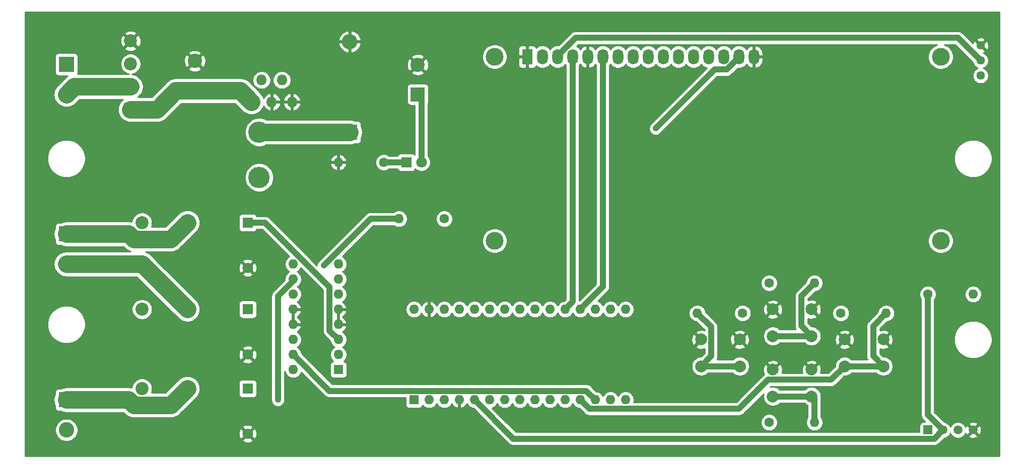
<source format=gbr>
%TF.GenerationSoftware,KiCad,Pcbnew,(5.1.10)-1*%
%TF.CreationDate,2021-08-22T00:04:37-04:00*%
%TF.ProjectId,Test Board,54657374-2042-46f6-9172-642e6b696361,rev?*%
%TF.SameCoordinates,Original*%
%TF.FileFunction,Copper,L1,Top*%
%TF.FilePolarity,Positive*%
%FSLAX46Y46*%
G04 Gerber Fmt 4.6, Leading zero omitted, Abs format (unit mm)*
G04 Created by KiCad (PCBNEW (5.1.10)-1) date 2021-08-22 00:04:37*
%MOMM*%
%LPD*%
G01*
G04 APERTURE LIST*
%TA.AperFunction,ComponentPad*%
%ADD10C,2.600000*%
%TD*%
%TA.AperFunction,ComponentPad*%
%ADD11R,2.600000X2.600000*%
%TD*%
%TA.AperFunction,ComponentPad*%
%ADD12O,2.600000X2.600000*%
%TD*%
%TA.AperFunction,ComponentPad*%
%ADD13C,1.500000*%
%TD*%
%TA.AperFunction,ComponentPad*%
%ADD14R,1.500000X1.500000*%
%TD*%
%TA.AperFunction,ComponentPad*%
%ADD15O,1.600000X1.600000*%
%TD*%
%TA.AperFunction,ComponentPad*%
%ADD16R,1.600000X1.600000*%
%TD*%
%TA.AperFunction,ComponentPad*%
%ADD17O,1.800000X1.800000*%
%TD*%
%TA.AperFunction,ComponentPad*%
%ADD18R,1.800000X1.800000*%
%TD*%
%TA.AperFunction,ComponentPad*%
%ADD19C,2.000000*%
%TD*%
%TA.AperFunction,ComponentPad*%
%ADD20C,1.440000*%
%TD*%
%TA.AperFunction,ComponentPad*%
%ADD21C,1.600000*%
%TD*%
%TA.AperFunction,ComponentPad*%
%ADD22C,3.600000*%
%TD*%
%TA.AperFunction,ComponentPad*%
%ADD23C,2.200000*%
%TD*%
%TA.AperFunction,ComponentPad*%
%ADD24C,1.800000*%
%TD*%
%TA.AperFunction,ComponentPad*%
%ADD25C,3.000000*%
%TD*%
%TA.AperFunction,ComponentPad*%
%ADD26O,1.800000X2.600000*%
%TD*%
%TA.AperFunction,ComponentPad*%
%ADD27R,1.800000X2.600000*%
%TD*%
%TA.AperFunction,ComponentPad*%
%ADD28R,2.200000X2.200000*%
%TD*%
%TA.AperFunction,ComponentPad*%
%ADD29C,2.400000*%
%TD*%
%TA.AperFunction,ComponentPad*%
%ADD30R,2.400000X2.400000*%
%TD*%
%TA.AperFunction,ViaPad*%
%ADD31C,0.800000*%
%TD*%
%TA.AperFunction,Conductor*%
%ADD32C,1.000000*%
%TD*%
%TA.AperFunction,Conductor*%
%ADD33C,3.000000*%
%TD*%
%TA.AperFunction,Conductor*%
%ADD34C,0.254000*%
%TD*%
%TA.AperFunction,Conductor*%
%ADD35C,0.100000*%
%TD*%
G04 APERTURE END LIST*
D10*
%TO.P,J2,2*%
%TO.N,/Y*%
X45720000Y-93980000D03*
D11*
%TO.P,J2,1*%
%TO.N,/G*%
X45720000Y-88900000D03*
%TD*%
D12*
%TO.P,D2,2*%
%TO.N,GND*%
X93345000Y-56515000D03*
D11*
%TO.P,D2,1*%
%TO.N,Net-(D2-Pad1)*%
X93345000Y-71755000D03*
%TD*%
D13*
%TO.P,U6,4*%
%TO.N,GND*%
X198120000Y-121920000D03*
%TO.P,U6,3*%
%TO.N,Net-(U6-Pad3)*%
X195580000Y-121920000D03*
%TO.P,U6,2*%
%TO.N,/DHT*%
X193040000Y-121920000D03*
D14*
%TO.P,U6,1*%
%TO.N,+5V*%
X190500000Y-121920000D03*
%TD*%
D15*
%TO.P,U2,16*%
%TO.N,+5V*%
X83820000Y-111760000D03*
%TO.P,U2,8*%
X91440000Y-93980000D03*
%TO.P,U2,15*%
%TO.N,/BKLT*%
X83820000Y-109220000D03*
%TO.P,U2,7*%
%TO.N,/HEAT*%
X91440000Y-96520000D03*
%TO.P,U2,14*%
%TO.N,/BACKLIGHT*%
X83820000Y-106680000D03*
%TO.P,U2,6*%
%TO.N,/HEATRLY*%
X91440000Y-99060000D03*
%TO.P,U2,13*%
%TO.N,GND*%
X83820000Y-104140000D03*
%TO.P,U2,5*%
X91440000Y-101600000D03*
%TO.P,U2,12*%
X83820000Y-101600000D03*
%TO.P,U2,4*%
X91440000Y-104140000D03*
%TO.P,U2,11*%
%TO.N,/COOLRLY*%
X83820000Y-99060000D03*
%TO.P,U2,3*%
%TO.N,/FANRLY*%
X91440000Y-106680000D03*
%TO.P,U2,10*%
%TO.N,/COOL*%
X83820000Y-96520000D03*
%TO.P,U2,2*%
%TO.N,/FAN*%
X91440000Y-109220000D03*
%TO.P,U2,9*%
%TO.N,+5V*%
X83820000Y-93980000D03*
D16*
%TO.P,U2,1*%
X91440000Y-111760000D03*
%TD*%
D17*
%TO.P,U1,5*%
%TO.N,GND*%
X83635000Y-66675000D03*
%TO.P,U1,4*%
%TO.N,+5V*%
X81935000Y-62975000D03*
%TO.P,U1,3*%
%TO.N,GND*%
X80235000Y-66675000D03*
%TO.P,U1,2*%
%TO.N,Net-(D2-Pad1)*%
X78535000Y-62975000D03*
D18*
%TO.P,U1,1*%
%TO.N,+VDC*%
X76835000Y-66675000D03*
%TD*%
D19*
%TO.P,SW4,1*%
%TO.N,GND*%
X183030000Y-106680000D03*
%TO.P,SW4,2*%
%TO.N,/SW_RT*%
X183030000Y-111180000D03*
%TO.P,SW4,1*%
%TO.N,GND*%
X176530000Y-106680000D03*
%TO.P,SW4,2*%
%TO.N,/SW_RT*%
X176530000Y-111180000D03*
%TD*%
%TO.P,SW3,1*%
%TO.N,GND*%
X170965000Y-111760000D03*
%TO.P,SW3,2*%
%TO.N,/SW_DN*%
X170965000Y-116260000D03*
%TO.P,SW3,1*%
%TO.N,GND*%
X164465000Y-111760000D03*
%TO.P,SW3,2*%
%TO.N,/SW_DN*%
X164465000Y-116260000D03*
%TD*%
%TO.P,SW2,1*%
%TO.N,GND*%
X158900000Y-106680000D03*
%TO.P,SW2,2*%
%TO.N,/SW_LT*%
X158900000Y-111180000D03*
%TO.P,SW2,1*%
%TO.N,GND*%
X152400000Y-106680000D03*
%TO.P,SW2,2*%
%TO.N,/SW_LT*%
X152400000Y-111180000D03*
%TD*%
%TO.P,SW1,1*%
%TO.N,GND*%
X170965000Y-101600000D03*
%TO.P,SW1,2*%
%TO.N,/SW_UP*%
X170965000Y-106100000D03*
%TO.P,SW1,1*%
%TO.N,GND*%
X164465000Y-101600000D03*
%TO.P,SW1,2*%
%TO.N,/SW_UP*%
X164465000Y-106100000D03*
%TD*%
D20*
%TO.P,RV1,3*%
%TO.N,+5V*%
X199390000Y-62230000D03*
%TO.P,RV1,2*%
%TO.N,Net-(DS1-Pad3)*%
X199390000Y-59690000D03*
%TO.P,RV1,1*%
%TO.N,GND*%
X199390000Y-57150000D03*
%TD*%
D15*
%TO.P,R23,2*%
%TO.N,GND*%
X91440000Y-76835000D03*
D21*
%TO.P,R23,1*%
%TO.N,Net-(D3-Pad1)*%
X99060000Y-76835000D03*
%TD*%
D15*
%TO.P,R22,2*%
%TO.N,+5V*%
X198120000Y-99060000D03*
D21*
%TO.P,R22,1*%
%TO.N,/DHT*%
X190500000Y-99060000D03*
%TD*%
D15*
%TO.P,R21,2*%
%TO.N,/SW_RT*%
X183515000Y-102235000D03*
D21*
%TO.P,R21,1*%
%TO.N,+5V*%
X175895000Y-102235000D03*
%TD*%
D15*
%TO.P,R20,2*%
%TO.N,/SW_DN*%
X171450000Y-120650000D03*
D21*
%TO.P,R20,1*%
%TO.N,+5V*%
X163830000Y-120650000D03*
%TD*%
D15*
%TO.P,R19,2*%
%TO.N,/SW_LT*%
X151765000Y-102235000D03*
D21*
%TO.P,R19,1*%
%TO.N,+5V*%
X159385000Y-102235000D03*
%TD*%
D15*
%TO.P,R18,2*%
%TO.N,/SW_UP*%
X171450000Y-97155000D03*
D21*
%TO.P,R18,1*%
%TO.N,+5V*%
X163830000Y-97155000D03*
%TD*%
D15*
%TO.P,R1,2*%
%TO.N,/BACKLIGHT*%
X101600000Y-86360000D03*
D21*
%TO.P,R1,1*%
%TO.N,Net-(DS1-Pad15)*%
X109220000Y-86360000D03*
%TD*%
D22*
%TO.P,L1,2*%
%TO.N,+5V*%
X78105000Y-79375000D03*
%TO.P,L1,1*%
%TO.N,Net-(D2-Pad1)*%
X78105000Y-71755000D03*
%TD*%
D23*
%TO.P,K3,14*%
%TO.N,/R*%
X58420000Y-101600000D03*
%TO.P,K3,11*%
%TO.N,/Y*%
X66040000Y-101600000D03*
D24*
%TO.P,K3,A2*%
%TO.N,GND*%
X76200000Y-109220000D03*
D18*
%TO.P,K3,A1*%
%TO.N,/COOLRLY*%
X76200000Y-101600000D03*
%TD*%
D23*
%TO.P,K2,14*%
%TO.N,/R*%
X58420000Y-114935000D03*
%TO.P,K2,11*%
%TO.N,/W*%
X66040000Y-114935000D03*
D24*
%TO.P,K2,A2*%
%TO.N,GND*%
X76200000Y-122555000D03*
D18*
%TO.P,K2,A1*%
%TO.N,/HEATRLY*%
X76200000Y-114935000D03*
%TD*%
D23*
%TO.P,K1,14*%
%TO.N,/R*%
X58420000Y-86995000D03*
%TO.P,K1,11*%
%TO.N,/G*%
X66040000Y-86995000D03*
D24*
%TO.P,K1,A2*%
%TO.N,GND*%
X76200000Y-94615000D03*
D18*
%TO.P,K1,A1*%
%TO.N,/FANRLY*%
X76200000Y-86995000D03*
%TD*%
D10*
%TO.P,J3,2*%
%TO.N,Net-(J3-Pad2)*%
X45720000Y-121920000D03*
D11*
%TO.P,J3,1*%
%TO.N,/W*%
X45720000Y-116840000D03*
%TD*%
D10*
%TO.P,J1,2*%
%TO.N,/C*%
X45720000Y-65405000D03*
D11*
%TO.P,J1,1*%
%TO.N,/R*%
X45720000Y-60325000D03*
%TD*%
D25*
%TO.P,DS1,*%
%TO.N,*%
X192690000Y-59055000D03*
X192689480Y-90055700D03*
X117690900Y-90055700D03*
X117690900Y-59055000D03*
D26*
%TO.P,DS1,16*%
%TO.N,GND*%
X161290000Y-59055000D03*
%TO.P,DS1,15*%
%TO.N,Net-(DS1-Pad15)*%
X158750000Y-59055000D03*
%TO.P,DS1,14*%
%TO.N,/D7*%
X156210000Y-59055000D03*
%TO.P,DS1,13*%
%TO.N,/D6*%
X153670000Y-59055000D03*
%TO.P,DS1,12*%
%TO.N,/D5*%
X151130000Y-59055000D03*
%TO.P,DS1,11*%
%TO.N,/D4*%
X148590000Y-59055000D03*
%TO.P,DS1,10*%
%TO.N,Net-(DS1-Pad10)*%
X146050000Y-59055000D03*
%TO.P,DS1,9*%
%TO.N,Net-(DS1-Pad9)*%
X143510000Y-59055000D03*
%TO.P,DS1,8*%
%TO.N,Net-(DS1-Pad8)*%
X140970000Y-59055000D03*
%TO.P,DS1,7*%
%TO.N,Net-(DS1-Pad7)*%
X138430000Y-59055000D03*
%TO.P,DS1,6*%
%TO.N,/E*%
X135890000Y-59055000D03*
%TO.P,DS1,5*%
%TO.N,GND*%
X133350000Y-59055000D03*
%TO.P,DS1,4*%
%TO.N,/RS*%
X130810000Y-59055000D03*
%TO.P,DS1,3*%
%TO.N,Net-(DS1-Pad3)*%
X128270000Y-59055000D03*
%TO.P,DS1,2*%
%TO.N,+5V*%
X125730000Y-59055000D03*
D27*
%TO.P,DS1,1*%
%TO.N,GND*%
X123190000Y-59055000D03*
%TD*%
D24*
%TO.P,D3,2*%
%TO.N,+5V*%
X105410000Y-76835000D03*
D18*
%TO.P,D3,1*%
%TO.N,Net-(D3-Pad1)*%
X102870000Y-76835000D03*
%TD*%
D28*
%TO.P,D1,1*%
%TO.N,+VDC*%
X56515000Y-67945000D03*
D23*
%TO.P,D1,2*%
%TO.N,/C*%
X56515000Y-64095000D03*
%TO.P,D1,3*%
%TO.N,/R*%
X56515000Y-60245000D03*
%TO.P,D1,4*%
%TO.N,GND*%
X56515000Y-56395000D03*
%TD*%
D29*
%TO.P,C2,2*%
%TO.N,GND*%
X104775000Y-60405000D03*
D30*
%TO.P,C2,1*%
%TO.N,+5V*%
X104775000Y-65405000D03*
%TD*%
D29*
%TO.P,C1,2*%
%TO.N,GND*%
X67310000Y-59770000D03*
D30*
%TO.P,C1,1*%
%TO.N,+VDC*%
X67310000Y-64770000D03*
%TD*%
D15*
%TO.P,A1,16*%
%TO.N,Net-(A1-Pad16)*%
X139700000Y-101600000D03*
%TO.P,A1,15*%
%TO.N,Net-(A1-Pad15)*%
X139700000Y-116840000D03*
%TO.P,A1,30*%
%TO.N,Net-(A1-Pad30)*%
X104140000Y-101600000D03*
%TO.P,A1,14*%
%TO.N,Net-(A1-Pad14)*%
X137160000Y-116840000D03*
%TO.P,A1,29*%
%TO.N,GND*%
X106680000Y-101600000D03*
%TO.P,A1,13*%
%TO.N,/BKLT*%
X134620000Y-116840000D03*
%TO.P,A1,28*%
%TO.N,Net-(A1-Pad28)*%
X109220000Y-101600000D03*
%TO.P,A1,12*%
%TO.N,/SW_RT*%
X132080000Y-116840000D03*
%TO.P,A1,27*%
%TO.N,+5V*%
X111760000Y-101600000D03*
%TO.P,A1,11*%
%TO.N,/SW_LT*%
X129540000Y-116840000D03*
%TO.P,A1,26*%
%TO.N,Net-(A1-Pad26)*%
X114300000Y-101600000D03*
%TO.P,A1,10*%
%TO.N,/SW_DN*%
X127000000Y-116840000D03*
%TO.P,A1,25*%
%TO.N,Net-(A1-Pad25)*%
X116840000Y-101600000D03*
%TO.P,A1,9*%
%TO.N,/SW_UP*%
X124460000Y-116840000D03*
%TO.P,A1,24*%
%TO.N,/D4*%
X119380000Y-101600000D03*
%TO.P,A1,8*%
%TO.N,/COOL*%
X121920000Y-116840000D03*
%TO.P,A1,23*%
%TO.N,/D5*%
X121920000Y-101600000D03*
%TO.P,A1,7*%
%TO.N,/HEAT*%
X119380000Y-116840000D03*
%TO.P,A1,22*%
%TO.N,/D6*%
X124460000Y-101600000D03*
%TO.P,A1,6*%
%TO.N,/FAN*%
X116840000Y-116840000D03*
%TO.P,A1,21*%
%TO.N,/D7*%
X127000000Y-101600000D03*
%TO.P,A1,5*%
%TO.N,/DHT*%
X114300000Y-116840000D03*
%TO.P,A1,20*%
%TO.N,/RS*%
X129540000Y-101600000D03*
%TO.P,A1,4*%
%TO.N,GND*%
X111760000Y-116840000D03*
%TO.P,A1,19*%
%TO.N,/E*%
X132080000Y-101600000D03*
%TO.P,A1,3*%
%TO.N,Net-(A1-Pad3)*%
X109220000Y-116840000D03*
%TO.P,A1,18*%
%TO.N,Net-(A1-Pad18)*%
X134620000Y-101600000D03*
%TO.P,A1,2*%
%TO.N,Net-(A1-Pad2)*%
X106680000Y-116840000D03*
%TO.P,A1,17*%
%TO.N,Net-(A1-Pad17)*%
X137160000Y-101600000D03*
D16*
%TO.P,A1,1*%
%TO.N,Net-(A1-Pad1)*%
X104140000Y-116840000D03*
%TD*%
D31*
%TO.N,/COOL*%
X81280000Y-116840000D03*
%TO.N,Net-(DS1-Pad15)*%
X144780000Y-71120000D03*
%TO.N,/BACKLIGHT*%
X88965998Y-94234000D03*
%TD*%
D32*
%TO.N,/DHT*%
X190500000Y-119380000D02*
X193040000Y-121920000D01*
X190500000Y-99060000D02*
X190500000Y-119380000D01*
X191589999Y-123370001D02*
X120830001Y-123370001D01*
X193040000Y-121920000D02*
X191589999Y-123370001D01*
X120830001Y-123370001D02*
X114300000Y-116840000D01*
%TO.N,/COOL*%
X83820000Y-96839998D02*
X83820000Y-96520000D01*
X81280000Y-99379998D02*
X83820000Y-96839998D01*
X81280000Y-116840000D02*
X81280000Y-99379998D01*
%TO.N,/SW_UP*%
X169264999Y-104399999D02*
X170965000Y-106100000D01*
X169264999Y-99340001D02*
X169264999Y-104399999D01*
X171450000Y-97155000D02*
X169264999Y-99340001D01*
X170965000Y-106100000D02*
X164465000Y-106100000D01*
%TO.N,/SW_DN*%
X171450000Y-116745000D02*
X170965000Y-116260000D01*
X171450000Y-120650000D02*
X171450000Y-116745000D01*
X170965000Y-116260000D02*
X164465000Y-116260000D01*
%TO.N,/SW_LT*%
X154100001Y-109479999D02*
X152400000Y-111180000D01*
X154100001Y-104570001D02*
X154100001Y-109479999D01*
X151765000Y-102235000D02*
X154100001Y-104570001D01*
X152400000Y-111180000D02*
X158900000Y-111180000D01*
%TO.N,+5V*%
X105410000Y-66040000D02*
X104775000Y-65405000D01*
X105410000Y-76835000D02*
X105410000Y-66040000D01*
%TO.N,/SW_RT*%
X181329999Y-109479999D02*
X183030000Y-111180000D01*
X181329999Y-104420001D02*
X181329999Y-109479999D01*
X183515000Y-102235000D02*
X181329999Y-104420001D01*
X183030000Y-111180000D02*
X176530000Y-111180000D01*
X174249999Y-113460001D02*
X176530000Y-111180000D01*
X163653999Y-113460001D02*
X174249999Y-113460001D01*
X158773999Y-118340001D02*
X163653999Y-113460001D01*
X133580001Y-118340001D02*
X158773999Y-118340001D01*
X132080000Y-116840000D02*
X133580001Y-118340001D01*
D33*
%TO.N,/C*%
X47030000Y-64095000D02*
X56515000Y-64095000D01*
X45720000Y-65405000D02*
X47030000Y-64095000D01*
%TO.N,+VDC*%
X60960000Y-67945000D02*
X64135000Y-64770000D01*
X74930000Y-64770000D02*
X76835000Y-66675000D01*
X64135000Y-64770000D02*
X74930000Y-64770000D01*
X56515000Y-67945000D02*
X60960000Y-67945000D01*
D32*
%TO.N,Net-(DS1-Pad3)*%
X128270000Y-59177755D02*
X128270000Y-59055000D01*
X199390000Y-59690000D02*
X195580000Y-55880000D01*
X128270000Y-58932245D02*
X128270000Y-59055000D01*
X131322245Y-55880000D02*
X128270000Y-58932245D01*
X195580000Y-55880000D02*
X131322245Y-55880000D01*
%TO.N,/RS*%
X130810000Y-100330000D02*
X130810000Y-59055000D01*
X129540000Y-101600000D02*
X130810000Y-100330000D01*
%TO.N,/E*%
X135890000Y-97790000D02*
X135890000Y-59055000D01*
X132080000Y-101600000D02*
X135890000Y-97790000D01*
D33*
%TO.N,/G*%
X63239999Y-89795001D02*
X66040000Y-86995000D01*
X57075999Y-89795001D02*
X63239999Y-89795001D01*
X56180998Y-88900000D02*
X57075999Y-89795001D01*
X45720000Y-88900000D02*
X56180998Y-88900000D01*
%TO.N,/W*%
X63239999Y-117735001D02*
X66040000Y-114935000D01*
X57075999Y-117735001D02*
X63239999Y-117735001D01*
X56180998Y-116840000D02*
X57075999Y-117735001D01*
X45720000Y-116840000D02*
X56180998Y-116840000D01*
%TO.N,/Y*%
X58420000Y-93980000D02*
X66040000Y-101600000D01*
X45720000Y-93980000D02*
X58420000Y-93980000D01*
%TO.N,Net-(D2-Pad1)*%
X78105000Y-71755000D02*
X93345000Y-71755000D01*
D32*
%TO.N,/BKLT*%
X89939999Y-115339999D02*
X83820000Y-109220000D01*
X133119999Y-115339999D02*
X89939999Y-115339999D01*
X134620000Y-116840000D02*
X133119999Y-115339999D01*
%TO.N,Net-(D3-Pad1)*%
X102870000Y-76835000D02*
X99060000Y-76835000D01*
%TO.N,Net-(DS1-Pad15)*%
X158750000Y-59177755D02*
X158750000Y-59055000D01*
X156713755Y-61214000D02*
X158750000Y-59177755D01*
X154686000Y-61214000D02*
X156713755Y-61214000D01*
X144780000Y-71120000D02*
X154686000Y-61214000D01*
%TO.N,/FANRLY*%
X89939999Y-105179999D02*
X91440000Y-106680000D01*
X89939999Y-97879997D02*
X89939999Y-105179999D01*
X79055002Y-86995000D02*
X89939999Y-97879997D01*
X76200000Y-86995000D02*
X79055002Y-86995000D01*
%TO.N,/BACKLIGHT*%
X96839998Y-86360000D02*
X88965998Y-94234000D01*
X101600000Y-86360000D02*
X96839998Y-86360000D01*
X88965998Y-94234000D02*
X88965998Y-94234000D01*
%TD*%
D34*
%TO.N,GND*%
X202515001Y-126315000D02*
X38785000Y-126315000D01*
X38785000Y-121729419D01*
X43785000Y-121729419D01*
X43785000Y-122110581D01*
X43859361Y-122484419D01*
X44005225Y-122836566D01*
X44216987Y-123153491D01*
X44486509Y-123423013D01*
X44803434Y-123634775D01*
X45155581Y-123780639D01*
X45529419Y-123855000D01*
X45910581Y-123855000D01*
X46284419Y-123780639D01*
X46636566Y-123634775D01*
X46660055Y-123619080D01*
X75315525Y-123619080D01*
X75399208Y-123873261D01*
X75671775Y-124004158D01*
X75964642Y-124079365D01*
X76266553Y-124095991D01*
X76565907Y-124053397D01*
X76851199Y-123953222D01*
X77000792Y-123873261D01*
X77084475Y-123619080D01*
X76200000Y-122734605D01*
X75315525Y-123619080D01*
X46660055Y-123619080D01*
X46953491Y-123423013D01*
X47223013Y-123153491D01*
X47434775Y-122836566D01*
X47523836Y-122621553D01*
X74659009Y-122621553D01*
X74701603Y-122920907D01*
X74801778Y-123206199D01*
X74881739Y-123355792D01*
X75135920Y-123439475D01*
X76020395Y-122555000D01*
X76379605Y-122555000D01*
X77264080Y-123439475D01*
X77518261Y-123355792D01*
X77649158Y-123083225D01*
X77724365Y-122790358D01*
X77740991Y-122488447D01*
X77698397Y-122189093D01*
X77598222Y-121903801D01*
X77518261Y-121754208D01*
X77264080Y-121670525D01*
X76379605Y-122555000D01*
X76020395Y-122555000D01*
X75135920Y-121670525D01*
X74881739Y-121754208D01*
X74750842Y-122026775D01*
X74675635Y-122319642D01*
X74659009Y-122621553D01*
X47523836Y-122621553D01*
X47580639Y-122484419D01*
X47655000Y-122110581D01*
X47655000Y-121729419D01*
X47607560Y-121490920D01*
X75315525Y-121490920D01*
X76200000Y-122375395D01*
X77084475Y-121490920D01*
X77000792Y-121236739D01*
X76728225Y-121105842D01*
X76435358Y-121030635D01*
X76133447Y-121014009D01*
X75834093Y-121056603D01*
X75548801Y-121156778D01*
X75399208Y-121236739D01*
X75315525Y-121490920D01*
X47607560Y-121490920D01*
X47580639Y-121355581D01*
X47434775Y-121003434D01*
X47223013Y-120686509D01*
X46953491Y-120416987D01*
X46636566Y-120205225D01*
X46284419Y-120059361D01*
X45910581Y-119985000D01*
X45529419Y-119985000D01*
X45155581Y-120059361D01*
X44803434Y-120205225D01*
X44486509Y-120416987D01*
X44216987Y-120686509D01*
X44005225Y-121003434D01*
X43859361Y-121355581D01*
X43785000Y-121729419D01*
X38785000Y-121729419D01*
X38785000Y-116840000D01*
X43574670Y-116840000D01*
X43615892Y-117258533D01*
X43737974Y-117660982D01*
X43781928Y-117743214D01*
X43781928Y-118140000D01*
X43794188Y-118264482D01*
X43830498Y-118384180D01*
X43889463Y-118494494D01*
X43968815Y-118591185D01*
X44065506Y-118670537D01*
X44175820Y-118729502D01*
X44295518Y-118765812D01*
X44420000Y-118778072D01*
X44816786Y-118778072D01*
X44899018Y-118822026D01*
X45301467Y-118944108D01*
X45615118Y-118975000D01*
X55296653Y-118975000D01*
X55492162Y-119170509D01*
X55559022Y-119251978D01*
X55884118Y-119518778D01*
X56255015Y-119717026D01*
X56255017Y-119717027D01*
X56657465Y-119839109D01*
X56695000Y-119842806D01*
X56971117Y-119870001D01*
X56971124Y-119870001D01*
X57075999Y-119880330D01*
X57180873Y-119870001D01*
X63135127Y-119870001D01*
X63239999Y-119880330D01*
X63344871Y-119870001D01*
X63344881Y-119870001D01*
X63658532Y-119839109D01*
X64060981Y-119717027D01*
X64431880Y-119518778D01*
X64756976Y-119251978D01*
X64823836Y-119170509D01*
X67623835Y-116370511D01*
X67823776Y-116126882D01*
X68022025Y-115755983D01*
X68144107Y-115353534D01*
X68185329Y-114935001D01*
X68144107Y-114516467D01*
X68022025Y-114114019D01*
X67979789Y-114035000D01*
X74661928Y-114035000D01*
X74661928Y-115835000D01*
X74674188Y-115959482D01*
X74710498Y-116079180D01*
X74769463Y-116189494D01*
X74848815Y-116286185D01*
X74945506Y-116365537D01*
X75055820Y-116424502D01*
X75175518Y-116460812D01*
X75300000Y-116473072D01*
X77100000Y-116473072D01*
X77224482Y-116460812D01*
X77344180Y-116424502D01*
X77454494Y-116365537D01*
X77551185Y-116286185D01*
X77630537Y-116189494D01*
X77689502Y-116079180D01*
X77725812Y-115959482D01*
X77738072Y-115835000D01*
X77738072Y-114035000D01*
X77725812Y-113910518D01*
X77689502Y-113790820D01*
X77630537Y-113680506D01*
X77551185Y-113583815D01*
X77454494Y-113504463D01*
X77344180Y-113445498D01*
X77224482Y-113409188D01*
X77100000Y-113396928D01*
X75300000Y-113396928D01*
X75175518Y-113409188D01*
X75055820Y-113445498D01*
X74945506Y-113504463D01*
X74848815Y-113583815D01*
X74769463Y-113680506D01*
X74710498Y-113790820D01*
X74674188Y-113910518D01*
X74661928Y-114035000D01*
X67979789Y-114035000D01*
X67823776Y-113743119D01*
X67556977Y-113418023D01*
X67231881Y-113151224D01*
X66860981Y-112952975D01*
X66458533Y-112830893D01*
X66039999Y-112789671D01*
X65621466Y-112830893D01*
X65219017Y-112952975D01*
X64848118Y-113151224D01*
X64604489Y-113351165D01*
X62355654Y-115600001D01*
X60022498Y-115600001D01*
X60088325Y-115441081D01*
X60155000Y-115105883D01*
X60155000Y-114764117D01*
X60088325Y-114428919D01*
X59957537Y-114113169D01*
X59767663Y-113829002D01*
X59525998Y-113587337D01*
X59241831Y-113397463D01*
X58926081Y-113266675D01*
X58590883Y-113200000D01*
X58249117Y-113200000D01*
X57913919Y-113266675D01*
X57598169Y-113397463D01*
X57314002Y-113587337D01*
X57072337Y-113829002D01*
X56882463Y-114113169D01*
X56751675Y-114428919D01*
X56685431Y-114761950D01*
X56599531Y-114735892D01*
X56285880Y-114705000D01*
X56285870Y-114705000D01*
X56180998Y-114694671D01*
X56076126Y-114705000D01*
X45615118Y-114705000D01*
X45301467Y-114735892D01*
X44899018Y-114857974D01*
X44816786Y-114901928D01*
X44420000Y-114901928D01*
X44295518Y-114914188D01*
X44175820Y-114950498D01*
X44065506Y-115009463D01*
X43968815Y-115088815D01*
X43889463Y-115185506D01*
X43830498Y-115295820D01*
X43794188Y-115415518D01*
X43781928Y-115540000D01*
X43781928Y-115936786D01*
X43737974Y-116019018D01*
X43615892Y-116421467D01*
X43574670Y-116840000D01*
X38785000Y-116840000D01*
X38785000Y-110284080D01*
X75315525Y-110284080D01*
X75399208Y-110538261D01*
X75671775Y-110669158D01*
X75964642Y-110744365D01*
X76266553Y-110760991D01*
X76565907Y-110718397D01*
X76851199Y-110618222D01*
X77000792Y-110538261D01*
X77084475Y-110284080D01*
X76200000Y-109399605D01*
X75315525Y-110284080D01*
X38785000Y-110284080D01*
X38785000Y-109286553D01*
X74659009Y-109286553D01*
X74701603Y-109585907D01*
X74801778Y-109871199D01*
X74881739Y-110020792D01*
X75135920Y-110104475D01*
X76020395Y-109220000D01*
X76379605Y-109220000D01*
X77264080Y-110104475D01*
X77518261Y-110020792D01*
X77649158Y-109748225D01*
X77724365Y-109455358D01*
X77740991Y-109153447D01*
X77698397Y-108854093D01*
X77598222Y-108568801D01*
X77518261Y-108419208D01*
X77264080Y-108335525D01*
X76379605Y-109220000D01*
X76020395Y-109220000D01*
X75135920Y-108335525D01*
X74881739Y-108419208D01*
X74750842Y-108691775D01*
X74675635Y-108984642D01*
X74659009Y-109286553D01*
X38785000Y-109286553D01*
X38785000Y-108155920D01*
X75315525Y-108155920D01*
X76200000Y-109040395D01*
X77084475Y-108155920D01*
X77000792Y-107901739D01*
X76728225Y-107770842D01*
X76435358Y-107695635D01*
X76133447Y-107679009D01*
X75834093Y-107721603D01*
X75548801Y-107821778D01*
X75399208Y-107901739D01*
X75315525Y-108155920D01*
X38785000Y-108155920D01*
X38785000Y-103824385D01*
X42515505Y-103824385D01*
X42515505Y-104455615D01*
X42638652Y-105074717D01*
X42880214Y-105657897D01*
X43230906Y-106182746D01*
X43677254Y-106629094D01*
X44202103Y-106979786D01*
X44785283Y-107221348D01*
X45404385Y-107344495D01*
X46035615Y-107344495D01*
X46654717Y-107221348D01*
X47237897Y-106979786D01*
X47762746Y-106629094D01*
X48209094Y-106182746D01*
X48559786Y-105657897D01*
X48801348Y-105074717D01*
X48924495Y-104455615D01*
X48924495Y-103824385D01*
X48801348Y-103205283D01*
X48559786Y-102622103D01*
X48209094Y-102097254D01*
X47762746Y-101650906D01*
X47430815Y-101429117D01*
X56685000Y-101429117D01*
X56685000Y-101770883D01*
X56751675Y-102106081D01*
X56882463Y-102421831D01*
X57072337Y-102705998D01*
X57314002Y-102947663D01*
X57598169Y-103137537D01*
X57913919Y-103268325D01*
X58249117Y-103335000D01*
X58590883Y-103335000D01*
X58926081Y-103268325D01*
X59241831Y-103137537D01*
X59525998Y-102947663D01*
X59767663Y-102705998D01*
X59957537Y-102421831D01*
X60088325Y-102106081D01*
X60155000Y-101770883D01*
X60155000Y-101429117D01*
X60088325Y-101093919D01*
X59957537Y-100778169D01*
X59767663Y-100494002D01*
X59525998Y-100252337D01*
X59241831Y-100062463D01*
X58926081Y-99931675D01*
X58590883Y-99865000D01*
X58249117Y-99865000D01*
X57913919Y-99931675D01*
X57598169Y-100062463D01*
X57314002Y-100252337D01*
X57072337Y-100494002D01*
X56882463Y-100778169D01*
X56751675Y-101093919D01*
X56685000Y-101429117D01*
X47430815Y-101429117D01*
X47237897Y-101300214D01*
X46654717Y-101058652D01*
X46035615Y-100935505D01*
X45404385Y-100935505D01*
X44785283Y-101058652D01*
X44202103Y-101300214D01*
X43677254Y-101650906D01*
X43230906Y-102097254D01*
X42880214Y-102622103D01*
X42638652Y-103205283D01*
X42515505Y-103824385D01*
X38785000Y-103824385D01*
X38785000Y-88900000D01*
X43574670Y-88900000D01*
X43615892Y-89318533D01*
X43737974Y-89720982D01*
X43781928Y-89803214D01*
X43781928Y-90200000D01*
X43794188Y-90324482D01*
X43830498Y-90444180D01*
X43889463Y-90554494D01*
X43968815Y-90651185D01*
X44065506Y-90730537D01*
X44175820Y-90789502D01*
X44295518Y-90825812D01*
X44420000Y-90838072D01*
X44816786Y-90838072D01*
X44899018Y-90882026D01*
X45301467Y-91004108D01*
X45615118Y-91035000D01*
X55296653Y-91035000D01*
X55492162Y-91230509D01*
X55559022Y-91311978D01*
X55884118Y-91578778D01*
X56255015Y-91777026D01*
X56255017Y-91777027D01*
X56479093Y-91845000D01*
X45615118Y-91845000D01*
X45301467Y-91875892D01*
X44899018Y-91997974D01*
X44528119Y-92196223D01*
X44203023Y-92463023D01*
X43936223Y-92788119D01*
X43737974Y-93159018D01*
X43615892Y-93561467D01*
X43574670Y-93980000D01*
X43615892Y-94398533D01*
X43737974Y-94800982D01*
X43936223Y-95171881D01*
X44203023Y-95496977D01*
X44528119Y-95763777D01*
X44899018Y-95962026D01*
X45301467Y-96084108D01*
X45615118Y-96115000D01*
X57535655Y-96115000D01*
X64604489Y-103183835D01*
X64848118Y-103383776D01*
X65219017Y-103582025D01*
X65621466Y-103704107D01*
X66039999Y-103745329D01*
X66458533Y-103704107D01*
X66860981Y-103582025D01*
X67231881Y-103383776D01*
X67556977Y-103116977D01*
X67823776Y-102791881D01*
X68022025Y-102420981D01*
X68144107Y-102018533D01*
X68185329Y-101599999D01*
X68144107Y-101181466D01*
X68022025Y-100779017D01*
X67979790Y-100700000D01*
X74661928Y-100700000D01*
X74661928Y-102500000D01*
X74674188Y-102624482D01*
X74710498Y-102744180D01*
X74769463Y-102854494D01*
X74848815Y-102951185D01*
X74945506Y-103030537D01*
X75055820Y-103089502D01*
X75175518Y-103125812D01*
X75300000Y-103138072D01*
X77100000Y-103138072D01*
X77224482Y-103125812D01*
X77344180Y-103089502D01*
X77454494Y-103030537D01*
X77551185Y-102951185D01*
X77630537Y-102854494D01*
X77689502Y-102744180D01*
X77725812Y-102624482D01*
X77738072Y-102500000D01*
X77738072Y-100700000D01*
X77725812Y-100575518D01*
X77689502Y-100455820D01*
X77630537Y-100345506D01*
X77551185Y-100248815D01*
X77454494Y-100169463D01*
X77344180Y-100110498D01*
X77224482Y-100074188D01*
X77100000Y-100061928D01*
X75300000Y-100061928D01*
X75175518Y-100074188D01*
X75055820Y-100110498D01*
X74945506Y-100169463D01*
X74848815Y-100248815D01*
X74769463Y-100345506D01*
X74710498Y-100455820D01*
X74674188Y-100575518D01*
X74661928Y-100700000D01*
X67979790Y-100700000D01*
X67823776Y-100408118D01*
X67623835Y-100164489D01*
X63138426Y-95679080D01*
X75315525Y-95679080D01*
X75399208Y-95933261D01*
X75671775Y-96064158D01*
X75964642Y-96139365D01*
X76266553Y-96155991D01*
X76565907Y-96113397D01*
X76851199Y-96013222D01*
X77000792Y-95933261D01*
X77084475Y-95679080D01*
X76200000Y-94794605D01*
X75315525Y-95679080D01*
X63138426Y-95679080D01*
X62140899Y-94681553D01*
X74659009Y-94681553D01*
X74701603Y-94980907D01*
X74801778Y-95266199D01*
X74881739Y-95415792D01*
X75135920Y-95499475D01*
X76020395Y-94615000D01*
X76379605Y-94615000D01*
X77264080Y-95499475D01*
X77518261Y-95415792D01*
X77649158Y-95143225D01*
X77724365Y-94850358D01*
X77740991Y-94548447D01*
X77698397Y-94249093D01*
X77598222Y-93963801D01*
X77518261Y-93814208D01*
X77264080Y-93730525D01*
X76379605Y-94615000D01*
X76020395Y-94615000D01*
X75135920Y-93730525D01*
X74881739Y-93814208D01*
X74750842Y-94086775D01*
X74675635Y-94379642D01*
X74659009Y-94681553D01*
X62140899Y-94681553D01*
X61010266Y-93550920D01*
X75315525Y-93550920D01*
X76200000Y-94435395D01*
X77084475Y-93550920D01*
X77000792Y-93296739D01*
X76728225Y-93165842D01*
X76435358Y-93090635D01*
X76133447Y-93074009D01*
X75834093Y-93116603D01*
X75548801Y-93216778D01*
X75399208Y-93296739D01*
X75315525Y-93550920D01*
X61010266Y-93550920D01*
X60003837Y-92544492D01*
X59936977Y-92463023D01*
X59611881Y-92196223D01*
X59240982Y-91997974D01*
X59016906Y-91930001D01*
X63135127Y-91930001D01*
X63239999Y-91940330D01*
X63344871Y-91930001D01*
X63344881Y-91930001D01*
X63658532Y-91899109D01*
X64060981Y-91777027D01*
X64431880Y-91578778D01*
X64756976Y-91311978D01*
X64823836Y-91230509D01*
X67623835Y-88430511D01*
X67823776Y-88186882D01*
X68022025Y-87815983D01*
X68144107Y-87413534D01*
X68185329Y-86995001D01*
X68144107Y-86576467D01*
X68022025Y-86174019D01*
X67979789Y-86095000D01*
X74661928Y-86095000D01*
X74661928Y-87895000D01*
X74674188Y-88019482D01*
X74710498Y-88139180D01*
X74769463Y-88249494D01*
X74848815Y-88346185D01*
X74945506Y-88425537D01*
X75055820Y-88484502D01*
X75175518Y-88520812D01*
X75300000Y-88533072D01*
X77100000Y-88533072D01*
X77224482Y-88520812D01*
X77344180Y-88484502D01*
X77454494Y-88425537D01*
X77551185Y-88346185D01*
X77630537Y-88249494D01*
X77689502Y-88139180D01*
X77692287Y-88130000D01*
X78584871Y-88130000D01*
X83156478Y-92701608D01*
X83140273Y-92708320D01*
X82905241Y-92865363D01*
X82705363Y-93065241D01*
X82548320Y-93300273D01*
X82440147Y-93561426D01*
X82385000Y-93838665D01*
X82385000Y-94121335D01*
X82440147Y-94398574D01*
X82548320Y-94659727D01*
X82705363Y-94894759D01*
X82905241Y-95094637D01*
X83137759Y-95250000D01*
X82905241Y-95405363D01*
X82705363Y-95605241D01*
X82548320Y-95840273D01*
X82440147Y-96101426D01*
X82385000Y-96378665D01*
X82385000Y-96661335D01*
X82386415Y-96668451D01*
X80516860Y-98538007D01*
X80473552Y-98573549D01*
X80331717Y-98746375D01*
X80283009Y-98837502D01*
X80226324Y-98943552D01*
X80161423Y-99157500D01*
X80139509Y-99379998D01*
X80145001Y-99435760D01*
X80145000Y-116895751D01*
X80161423Y-117062498D01*
X80226324Y-117276446D01*
X80331716Y-117473623D01*
X80473551Y-117646449D01*
X80646377Y-117788284D01*
X80843553Y-117893676D01*
X81057501Y-117958577D01*
X81280000Y-117980491D01*
X81502498Y-117958577D01*
X81716446Y-117893676D01*
X81913623Y-117788284D01*
X82086449Y-117646449D01*
X82228284Y-117473623D01*
X82333676Y-117276447D01*
X82398577Y-117062499D01*
X82415000Y-116895752D01*
X82415000Y-112052153D01*
X82440147Y-112178574D01*
X82548320Y-112439727D01*
X82705363Y-112674759D01*
X82905241Y-112874637D01*
X83140273Y-113031680D01*
X83401426Y-113139853D01*
X83678665Y-113195000D01*
X83961335Y-113195000D01*
X84238574Y-113139853D01*
X84499727Y-113031680D01*
X84734759Y-112874637D01*
X84934637Y-112674759D01*
X85091680Y-112439727D01*
X85192117Y-112197249D01*
X89098012Y-116103145D01*
X89133550Y-116146448D01*
X89176853Y-116181986D01*
X89176855Y-116181988D01*
X89306376Y-116288283D01*
X89503552Y-116393675D01*
X89717500Y-116458576D01*
X89939999Y-116480490D01*
X89995751Y-116474999D01*
X102701928Y-116474999D01*
X102701928Y-117640000D01*
X102714188Y-117764482D01*
X102750498Y-117884180D01*
X102809463Y-117994494D01*
X102888815Y-118091185D01*
X102985506Y-118170537D01*
X103095820Y-118229502D01*
X103215518Y-118265812D01*
X103340000Y-118278072D01*
X104940000Y-118278072D01*
X105064482Y-118265812D01*
X105184180Y-118229502D01*
X105294494Y-118170537D01*
X105391185Y-118091185D01*
X105470537Y-117994494D01*
X105529502Y-117884180D01*
X105565812Y-117764482D01*
X105566643Y-117756039D01*
X105765241Y-117954637D01*
X106000273Y-118111680D01*
X106261426Y-118219853D01*
X106538665Y-118275000D01*
X106821335Y-118275000D01*
X107098574Y-118219853D01*
X107359727Y-118111680D01*
X107594759Y-117954637D01*
X107794637Y-117754759D01*
X107950000Y-117522241D01*
X108105363Y-117754759D01*
X108305241Y-117954637D01*
X108540273Y-118111680D01*
X108801426Y-118219853D01*
X109078665Y-118275000D01*
X109361335Y-118275000D01*
X109638574Y-118219853D01*
X109899727Y-118111680D01*
X110134759Y-117954637D01*
X110334637Y-117754759D01*
X110491680Y-117519727D01*
X110496067Y-117509135D01*
X110607615Y-117695131D01*
X110796586Y-117903519D01*
X111022580Y-118071037D01*
X111276913Y-118191246D01*
X111410961Y-118231904D01*
X111633000Y-118109915D01*
X111633000Y-116967000D01*
X111613000Y-116967000D01*
X111613000Y-116713000D01*
X111633000Y-116713000D01*
X111633000Y-116693000D01*
X111887000Y-116693000D01*
X111887000Y-116713000D01*
X111907000Y-116713000D01*
X111907000Y-116967000D01*
X111887000Y-116967000D01*
X111887000Y-118109915D01*
X112109039Y-118231904D01*
X112243087Y-118191246D01*
X112497420Y-118071037D01*
X112723414Y-117903519D01*
X112912385Y-117695131D01*
X113023933Y-117509135D01*
X113028320Y-117519727D01*
X113185363Y-117754759D01*
X113385241Y-117954637D01*
X113620273Y-118111680D01*
X113881426Y-118219853D01*
X114122719Y-118267850D01*
X119988010Y-124133142D01*
X120023552Y-124176450D01*
X120196378Y-124318285D01*
X120393554Y-124423677D01*
X120607502Y-124488578D01*
X120830001Y-124510492D01*
X120885752Y-124505001D01*
X191534248Y-124505001D01*
X191589999Y-124510492D01*
X191645750Y-124505001D01*
X191645751Y-124505001D01*
X191812498Y-124488578D01*
X192026446Y-124423677D01*
X192223622Y-124318285D01*
X192396448Y-124176450D01*
X192431995Y-124133136D01*
X193280920Y-123284212D01*
X193443989Y-123251775D01*
X193696043Y-123147371D01*
X193922886Y-122995799D01*
X194115799Y-122802886D01*
X194267371Y-122576043D01*
X194310000Y-122473127D01*
X194352629Y-122576043D01*
X194504201Y-122802886D01*
X194697114Y-122995799D01*
X194923957Y-123147371D01*
X195176011Y-123251775D01*
X195443589Y-123305000D01*
X195716411Y-123305000D01*
X195983989Y-123251775D01*
X196236043Y-123147371D01*
X196462886Y-122995799D01*
X196581692Y-122876993D01*
X197342612Y-122876993D01*
X197408137Y-123115860D01*
X197655116Y-123231760D01*
X197919960Y-123297250D01*
X198192492Y-123309812D01*
X198462238Y-123268965D01*
X198718832Y-123176277D01*
X198831863Y-123115860D01*
X198897388Y-122876993D01*
X198120000Y-122099605D01*
X197342612Y-122876993D01*
X196581692Y-122876993D01*
X196655799Y-122802886D01*
X196807371Y-122576043D01*
X196848511Y-122476721D01*
X196863723Y-122518832D01*
X196924140Y-122631863D01*
X197163007Y-122697388D01*
X197940395Y-121920000D01*
X198299605Y-121920000D01*
X199076993Y-122697388D01*
X199315860Y-122631863D01*
X199431760Y-122384884D01*
X199497250Y-122120040D01*
X199509812Y-121847508D01*
X199468965Y-121577762D01*
X199376277Y-121321168D01*
X199315860Y-121208137D01*
X199076993Y-121142612D01*
X198299605Y-121920000D01*
X197940395Y-121920000D01*
X197163007Y-121142612D01*
X196924140Y-121208137D01*
X196849836Y-121366477D01*
X196807371Y-121263957D01*
X196655799Y-121037114D01*
X196581692Y-120963007D01*
X197342612Y-120963007D01*
X198120000Y-121740395D01*
X198897388Y-120963007D01*
X198831863Y-120724140D01*
X198584884Y-120608240D01*
X198320040Y-120542750D01*
X198047508Y-120530188D01*
X197777762Y-120571035D01*
X197521168Y-120663723D01*
X197408137Y-120724140D01*
X197342612Y-120963007D01*
X196581692Y-120963007D01*
X196462886Y-120844201D01*
X196236043Y-120692629D01*
X195983989Y-120588225D01*
X195716411Y-120535000D01*
X195443589Y-120535000D01*
X195176011Y-120588225D01*
X194923957Y-120692629D01*
X194697114Y-120844201D01*
X194504201Y-121037114D01*
X194352629Y-121263957D01*
X194310000Y-121366873D01*
X194267371Y-121263957D01*
X194115799Y-121037114D01*
X193922886Y-120844201D01*
X193696043Y-120692629D01*
X193443989Y-120588225D01*
X193280920Y-120555788D01*
X191635000Y-118909869D01*
X191635000Y-106364385D01*
X194915505Y-106364385D01*
X194915505Y-106995615D01*
X195038652Y-107614717D01*
X195280214Y-108197897D01*
X195630906Y-108722746D01*
X196077254Y-109169094D01*
X196602103Y-109519786D01*
X197185283Y-109761348D01*
X197804385Y-109884495D01*
X198435615Y-109884495D01*
X199054717Y-109761348D01*
X199637897Y-109519786D01*
X200162746Y-109169094D01*
X200609094Y-108722746D01*
X200959786Y-108197897D01*
X201201348Y-107614717D01*
X201324495Y-106995615D01*
X201324495Y-106364385D01*
X201201348Y-105745283D01*
X200959786Y-105162103D01*
X200609094Y-104637254D01*
X200162746Y-104190906D01*
X199637897Y-103840214D01*
X199054717Y-103598652D01*
X198435615Y-103475505D01*
X197804385Y-103475505D01*
X197185283Y-103598652D01*
X196602103Y-103840214D01*
X196077254Y-104190906D01*
X195630906Y-104637254D01*
X195280214Y-105162103D01*
X195038652Y-105745283D01*
X194915505Y-106364385D01*
X191635000Y-106364385D01*
X191635000Y-99944284D01*
X191771680Y-99739727D01*
X191879853Y-99478574D01*
X191935000Y-99201335D01*
X191935000Y-98918665D01*
X196685000Y-98918665D01*
X196685000Y-99201335D01*
X196740147Y-99478574D01*
X196848320Y-99739727D01*
X197005363Y-99974759D01*
X197205241Y-100174637D01*
X197440273Y-100331680D01*
X197701426Y-100439853D01*
X197978665Y-100495000D01*
X198261335Y-100495000D01*
X198538574Y-100439853D01*
X198799727Y-100331680D01*
X199034759Y-100174637D01*
X199234637Y-99974759D01*
X199391680Y-99739727D01*
X199499853Y-99478574D01*
X199555000Y-99201335D01*
X199555000Y-98918665D01*
X199499853Y-98641426D01*
X199391680Y-98380273D01*
X199234637Y-98145241D01*
X199034759Y-97945363D01*
X198799727Y-97788320D01*
X198538574Y-97680147D01*
X198261335Y-97625000D01*
X197978665Y-97625000D01*
X197701426Y-97680147D01*
X197440273Y-97788320D01*
X197205241Y-97945363D01*
X197005363Y-98145241D01*
X196848320Y-98380273D01*
X196740147Y-98641426D01*
X196685000Y-98918665D01*
X191935000Y-98918665D01*
X191879853Y-98641426D01*
X191771680Y-98380273D01*
X191614637Y-98145241D01*
X191414759Y-97945363D01*
X191179727Y-97788320D01*
X190918574Y-97680147D01*
X190641335Y-97625000D01*
X190358665Y-97625000D01*
X190081426Y-97680147D01*
X189820273Y-97788320D01*
X189585241Y-97945363D01*
X189385363Y-98145241D01*
X189228320Y-98380273D01*
X189120147Y-98641426D01*
X189065000Y-98918665D01*
X189065000Y-99201335D01*
X189120147Y-99478574D01*
X189228320Y-99739727D01*
X189365000Y-99944284D01*
X189365001Y-119324238D01*
X189359509Y-119380000D01*
X189381423Y-119602498D01*
X189446324Y-119816446D01*
X189446325Y-119816447D01*
X189551717Y-120013623D01*
X189693552Y-120186449D01*
X189736860Y-120221991D01*
X190046797Y-120531928D01*
X189750000Y-120531928D01*
X189625518Y-120544188D01*
X189505820Y-120580498D01*
X189395506Y-120639463D01*
X189298815Y-120718815D01*
X189219463Y-120815506D01*
X189160498Y-120925820D01*
X189124188Y-121045518D01*
X189111928Y-121170000D01*
X189111928Y-122235001D01*
X121300133Y-122235001D01*
X119573797Y-120508665D01*
X162395000Y-120508665D01*
X162395000Y-120791335D01*
X162450147Y-121068574D01*
X162558320Y-121329727D01*
X162715363Y-121564759D01*
X162915241Y-121764637D01*
X163150273Y-121921680D01*
X163411426Y-122029853D01*
X163688665Y-122085000D01*
X163971335Y-122085000D01*
X164248574Y-122029853D01*
X164509727Y-121921680D01*
X164744759Y-121764637D01*
X164944637Y-121564759D01*
X165101680Y-121329727D01*
X165209853Y-121068574D01*
X165265000Y-120791335D01*
X165265000Y-120508665D01*
X165209853Y-120231426D01*
X165101680Y-119970273D01*
X164944637Y-119735241D01*
X164744759Y-119535363D01*
X164509727Y-119378320D01*
X164248574Y-119270147D01*
X163971335Y-119215000D01*
X163688665Y-119215000D01*
X163411426Y-119270147D01*
X163150273Y-119378320D01*
X162915241Y-119535363D01*
X162715363Y-119735241D01*
X162558320Y-119970273D01*
X162450147Y-120231426D01*
X162395000Y-120508665D01*
X119573797Y-120508665D01*
X117277249Y-118212118D01*
X117519727Y-118111680D01*
X117754759Y-117954637D01*
X117954637Y-117754759D01*
X118110000Y-117522241D01*
X118265363Y-117754759D01*
X118465241Y-117954637D01*
X118700273Y-118111680D01*
X118961426Y-118219853D01*
X119238665Y-118275000D01*
X119521335Y-118275000D01*
X119798574Y-118219853D01*
X120059727Y-118111680D01*
X120294759Y-117954637D01*
X120494637Y-117754759D01*
X120650000Y-117522241D01*
X120805363Y-117754759D01*
X121005241Y-117954637D01*
X121240273Y-118111680D01*
X121501426Y-118219853D01*
X121778665Y-118275000D01*
X122061335Y-118275000D01*
X122338574Y-118219853D01*
X122599727Y-118111680D01*
X122834759Y-117954637D01*
X123034637Y-117754759D01*
X123190000Y-117522241D01*
X123345363Y-117754759D01*
X123545241Y-117954637D01*
X123780273Y-118111680D01*
X124041426Y-118219853D01*
X124318665Y-118275000D01*
X124601335Y-118275000D01*
X124878574Y-118219853D01*
X125139727Y-118111680D01*
X125374759Y-117954637D01*
X125574637Y-117754759D01*
X125730000Y-117522241D01*
X125885363Y-117754759D01*
X126085241Y-117954637D01*
X126320273Y-118111680D01*
X126581426Y-118219853D01*
X126858665Y-118275000D01*
X127141335Y-118275000D01*
X127418574Y-118219853D01*
X127679727Y-118111680D01*
X127914759Y-117954637D01*
X128114637Y-117754759D01*
X128270000Y-117522241D01*
X128425363Y-117754759D01*
X128625241Y-117954637D01*
X128860273Y-118111680D01*
X129121426Y-118219853D01*
X129398665Y-118275000D01*
X129681335Y-118275000D01*
X129958574Y-118219853D01*
X130219727Y-118111680D01*
X130454759Y-117954637D01*
X130654637Y-117754759D01*
X130810000Y-117522241D01*
X130965363Y-117754759D01*
X131165241Y-117954637D01*
X131400273Y-118111680D01*
X131661426Y-118219853D01*
X131902718Y-118267850D01*
X132738009Y-119103141D01*
X132773552Y-119146450D01*
X132902138Y-119251978D01*
X132946378Y-119288285D01*
X133143554Y-119393677D01*
X133357502Y-119458578D01*
X133580001Y-119480492D01*
X133635753Y-119475001D01*
X158718248Y-119475001D01*
X158773999Y-119480492D01*
X158829750Y-119475001D01*
X158829751Y-119475001D01*
X158996498Y-119458578D01*
X159210446Y-119393677D01*
X159407622Y-119288285D01*
X159580448Y-119146450D01*
X159615995Y-119103136D01*
X162882102Y-115837029D01*
X162830000Y-116098967D01*
X162830000Y-116421033D01*
X162892832Y-116736912D01*
X163016082Y-117034463D01*
X163195013Y-117302252D01*
X163422748Y-117529987D01*
X163690537Y-117708918D01*
X163988088Y-117832168D01*
X164303967Y-117895000D01*
X164626033Y-117895000D01*
X164941912Y-117832168D01*
X165239463Y-117708918D01*
X165507252Y-117529987D01*
X165642239Y-117395000D01*
X169787761Y-117395000D01*
X169922748Y-117529987D01*
X170190537Y-117708918D01*
X170315001Y-117760473D01*
X170315000Y-119765716D01*
X170178320Y-119970273D01*
X170070147Y-120231426D01*
X170015000Y-120508665D01*
X170015000Y-120791335D01*
X170070147Y-121068574D01*
X170178320Y-121329727D01*
X170335363Y-121564759D01*
X170535241Y-121764637D01*
X170770273Y-121921680D01*
X171031426Y-122029853D01*
X171308665Y-122085000D01*
X171591335Y-122085000D01*
X171868574Y-122029853D01*
X172129727Y-121921680D01*
X172364759Y-121764637D01*
X172564637Y-121564759D01*
X172721680Y-121329727D01*
X172829853Y-121068574D01*
X172885000Y-120791335D01*
X172885000Y-120508665D01*
X172829853Y-120231426D01*
X172721680Y-119970273D01*
X172585000Y-119765716D01*
X172585000Y-116800752D01*
X172590491Y-116745000D01*
X172572299Y-116560294D01*
X172600000Y-116421033D01*
X172600000Y-116098967D01*
X172537168Y-115783088D01*
X172413918Y-115485537D01*
X172234987Y-115217748D01*
X172007252Y-114990013D01*
X171739463Y-114811082D01*
X171441912Y-114687832D01*
X171126033Y-114625000D01*
X170803967Y-114625000D01*
X170488088Y-114687832D01*
X170190537Y-114811082D01*
X169922748Y-114990013D01*
X169787761Y-115125000D01*
X165642239Y-115125000D01*
X165507252Y-114990013D01*
X165239463Y-114811082D01*
X164941912Y-114687832D01*
X164626033Y-114625000D01*
X164303967Y-114625000D01*
X164042029Y-114677102D01*
X164124131Y-114595001D01*
X174194248Y-114595001D01*
X174249999Y-114600492D01*
X174305750Y-114595001D01*
X174305751Y-114595001D01*
X174472498Y-114578578D01*
X174686446Y-114513677D01*
X174883622Y-114408285D01*
X175056448Y-114266450D01*
X175091995Y-114223136D01*
X176500132Y-112815000D01*
X176691033Y-112815000D01*
X177006912Y-112752168D01*
X177304463Y-112628918D01*
X177572252Y-112449987D01*
X177707239Y-112315000D01*
X181852761Y-112315000D01*
X181987748Y-112449987D01*
X182255537Y-112628918D01*
X182553088Y-112752168D01*
X182868967Y-112815000D01*
X183191033Y-112815000D01*
X183506912Y-112752168D01*
X183804463Y-112628918D01*
X184072252Y-112449987D01*
X184299987Y-112222252D01*
X184478918Y-111954463D01*
X184602168Y-111656912D01*
X184665000Y-111341033D01*
X184665000Y-111018967D01*
X184602168Y-110703088D01*
X184478918Y-110405537D01*
X184299987Y-110137748D01*
X184072252Y-109910013D01*
X183804463Y-109731082D01*
X183506912Y-109607832D01*
X183191033Y-109545000D01*
X183000132Y-109545000D01*
X182464999Y-109009868D01*
X182464999Y-108222127D01*
X182771108Y-108302384D01*
X183092595Y-108321718D01*
X183411675Y-108277961D01*
X183716088Y-108172795D01*
X183890044Y-108079814D01*
X183985808Y-107815413D01*
X183030000Y-106859605D01*
X183015858Y-106873748D01*
X182836253Y-106694143D01*
X182850395Y-106680000D01*
X183209605Y-106680000D01*
X184165413Y-107635808D01*
X184429814Y-107540044D01*
X184570704Y-107250429D01*
X184652384Y-106938892D01*
X184671718Y-106617405D01*
X184627961Y-106298325D01*
X184522795Y-105993912D01*
X184429814Y-105819956D01*
X184165413Y-105724192D01*
X183209605Y-106680000D01*
X182850395Y-106680000D01*
X182836253Y-106665858D01*
X183015858Y-106486253D01*
X183030000Y-106500395D01*
X183985808Y-105544587D01*
X183890044Y-105280186D01*
X183600429Y-105139296D01*
X183288892Y-105057616D01*
X182967405Y-105038282D01*
X182648325Y-105082039D01*
X182464999Y-105145373D01*
X182464999Y-104890132D01*
X183692282Y-103662850D01*
X183933574Y-103614853D01*
X184194727Y-103506680D01*
X184429759Y-103349637D01*
X184629637Y-103149759D01*
X184786680Y-102914727D01*
X184894853Y-102653574D01*
X184950000Y-102376335D01*
X184950000Y-102093665D01*
X184894853Y-101816426D01*
X184786680Y-101555273D01*
X184629637Y-101320241D01*
X184429759Y-101120363D01*
X184194727Y-100963320D01*
X183933574Y-100855147D01*
X183656335Y-100800000D01*
X183373665Y-100800000D01*
X183096426Y-100855147D01*
X182835273Y-100963320D01*
X182600241Y-101120363D01*
X182400363Y-101320241D01*
X182243320Y-101555273D01*
X182135147Y-101816426D01*
X182087150Y-102057718D01*
X180566864Y-103578005D01*
X180523550Y-103613552D01*
X180381715Y-103786378D01*
X180291197Y-103955728D01*
X180276323Y-103983555D01*
X180211422Y-104197503D01*
X180189508Y-104420001D01*
X180194999Y-104475753D01*
X180195000Y-109424238D01*
X180189508Y-109479999D01*
X180211422Y-109702497D01*
X180276323Y-109916445D01*
X180311974Y-109983143D01*
X180345037Y-110045000D01*
X177707239Y-110045000D01*
X177572252Y-109910013D01*
X177304463Y-109731082D01*
X177006912Y-109607832D01*
X176691033Y-109545000D01*
X176368967Y-109545000D01*
X176053088Y-109607832D01*
X175755537Y-109731082D01*
X175487748Y-109910013D01*
X175260013Y-110137748D01*
X175081082Y-110405537D01*
X174957832Y-110703088D01*
X174895000Y-111018967D01*
X174895000Y-111209868D01*
X173779868Y-112325001D01*
X172507127Y-112325001D01*
X172587384Y-112018892D01*
X172606718Y-111697405D01*
X172562961Y-111378325D01*
X172457795Y-111073912D01*
X172364814Y-110899956D01*
X172100413Y-110804192D01*
X171144605Y-111760000D01*
X171158748Y-111774143D01*
X170979143Y-111953748D01*
X170965000Y-111939605D01*
X170950858Y-111953748D01*
X170771253Y-111774143D01*
X170785395Y-111760000D01*
X169829587Y-110804192D01*
X169565186Y-110899956D01*
X169424296Y-111189571D01*
X169342616Y-111501108D01*
X169323282Y-111822595D01*
X169367039Y-112141675D01*
X169430373Y-112325001D01*
X166007127Y-112325001D01*
X166087384Y-112018892D01*
X166106718Y-111697405D01*
X166062961Y-111378325D01*
X165957795Y-111073912D01*
X165864814Y-110899956D01*
X165600413Y-110804192D01*
X164644605Y-111760000D01*
X164658748Y-111774143D01*
X164479143Y-111953748D01*
X164465000Y-111939605D01*
X164450858Y-111953748D01*
X164271253Y-111774143D01*
X164285395Y-111760000D01*
X163329587Y-110804192D01*
X163065186Y-110899956D01*
X162924296Y-111189571D01*
X162842616Y-111501108D01*
X162823282Y-111822595D01*
X162867039Y-112141675D01*
X162972205Y-112446088D01*
X163011276Y-112519185D01*
X162847550Y-112653552D01*
X162812010Y-112696858D01*
X158303868Y-117205001D01*
X141090509Y-117205001D01*
X141135000Y-116981335D01*
X141135000Y-116698665D01*
X141079853Y-116421426D01*
X140971680Y-116160273D01*
X140814637Y-115925241D01*
X140614759Y-115725363D01*
X140379727Y-115568320D01*
X140118574Y-115460147D01*
X139841335Y-115405000D01*
X139558665Y-115405000D01*
X139281426Y-115460147D01*
X139020273Y-115568320D01*
X138785241Y-115725363D01*
X138585363Y-115925241D01*
X138430000Y-116157759D01*
X138274637Y-115925241D01*
X138074759Y-115725363D01*
X137839727Y-115568320D01*
X137578574Y-115460147D01*
X137301335Y-115405000D01*
X137018665Y-115405000D01*
X136741426Y-115460147D01*
X136480273Y-115568320D01*
X136245241Y-115725363D01*
X136045363Y-115925241D01*
X135890000Y-116157759D01*
X135734637Y-115925241D01*
X135534759Y-115725363D01*
X135299727Y-115568320D01*
X135038574Y-115460147D01*
X134797282Y-115412150D01*
X133961995Y-114576864D01*
X133926448Y-114533550D01*
X133753622Y-114391715D01*
X133556446Y-114286323D01*
X133342498Y-114221422D01*
X133175751Y-114204999D01*
X133175750Y-114204999D01*
X133119999Y-114199508D01*
X133064248Y-114204999D01*
X90410132Y-114204999D01*
X85247850Y-109042718D01*
X85199853Y-108801426D01*
X85091680Y-108540273D01*
X84934637Y-108305241D01*
X84734759Y-108105363D01*
X84502241Y-107950000D01*
X84734759Y-107794637D01*
X84934637Y-107594759D01*
X85091680Y-107359727D01*
X85199853Y-107098574D01*
X85255000Y-106821335D01*
X85255000Y-106538665D01*
X85199853Y-106261426D01*
X85091680Y-106000273D01*
X84934637Y-105765241D01*
X84734759Y-105565363D01*
X84499727Y-105408320D01*
X84489135Y-105403933D01*
X84675131Y-105292385D01*
X84883519Y-105103414D01*
X85051037Y-104877420D01*
X85171246Y-104623087D01*
X85211904Y-104489039D01*
X85089915Y-104267000D01*
X83947000Y-104267000D01*
X83947000Y-104287000D01*
X83693000Y-104287000D01*
X83693000Y-104267000D01*
X83673000Y-104267000D01*
X83673000Y-104013000D01*
X83693000Y-104013000D01*
X83693000Y-101727000D01*
X83947000Y-101727000D01*
X83947000Y-104013000D01*
X85089915Y-104013000D01*
X85211904Y-103790961D01*
X85171246Y-103656913D01*
X85051037Y-103402580D01*
X84883519Y-103176586D01*
X84675131Y-102987615D01*
X84479018Y-102870000D01*
X84675131Y-102752385D01*
X84883519Y-102563414D01*
X85051037Y-102337420D01*
X85171246Y-102083087D01*
X85211904Y-101949039D01*
X85089915Y-101727000D01*
X83947000Y-101727000D01*
X83693000Y-101727000D01*
X83673000Y-101727000D01*
X83673000Y-101473000D01*
X83693000Y-101473000D01*
X83693000Y-101453000D01*
X83947000Y-101453000D01*
X83947000Y-101473000D01*
X85089915Y-101473000D01*
X85211904Y-101250961D01*
X85171246Y-101116913D01*
X85051037Y-100862580D01*
X84883519Y-100636586D01*
X84675131Y-100447615D01*
X84489135Y-100336067D01*
X84499727Y-100331680D01*
X84734759Y-100174637D01*
X84934637Y-99974759D01*
X85091680Y-99739727D01*
X85199853Y-99478574D01*
X85255000Y-99201335D01*
X85255000Y-98918665D01*
X85199853Y-98641426D01*
X85091680Y-98380273D01*
X84934637Y-98145241D01*
X84734759Y-97945363D01*
X84502241Y-97790000D01*
X84734759Y-97634637D01*
X84934637Y-97434759D01*
X85091680Y-97199727D01*
X85199853Y-96938574D01*
X85255000Y-96661335D01*
X85255000Y-96378665D01*
X85199853Y-96101426D01*
X85091680Y-95840273D01*
X84934637Y-95605241D01*
X84734759Y-95405363D01*
X84502241Y-95250000D01*
X84734759Y-95094637D01*
X84934637Y-94894759D01*
X85091680Y-94659727D01*
X85098392Y-94643522D01*
X88804999Y-98350129D01*
X88805000Y-105124238D01*
X88799508Y-105179999D01*
X88821422Y-105402497D01*
X88886323Y-105616445D01*
X88886324Y-105616446D01*
X88991716Y-105813622D01*
X89133551Y-105986448D01*
X89176859Y-106021990D01*
X90012150Y-106857282D01*
X90060147Y-107098574D01*
X90168320Y-107359727D01*
X90325363Y-107594759D01*
X90525241Y-107794637D01*
X90757759Y-107950000D01*
X90525241Y-108105363D01*
X90325363Y-108305241D01*
X90168320Y-108540273D01*
X90060147Y-108801426D01*
X90005000Y-109078665D01*
X90005000Y-109361335D01*
X90060147Y-109638574D01*
X90168320Y-109899727D01*
X90325363Y-110134759D01*
X90523961Y-110333357D01*
X90515518Y-110334188D01*
X90395820Y-110370498D01*
X90285506Y-110429463D01*
X90188815Y-110508815D01*
X90109463Y-110605506D01*
X90050498Y-110715820D01*
X90014188Y-110835518D01*
X90001928Y-110960000D01*
X90001928Y-112560000D01*
X90014188Y-112684482D01*
X90050498Y-112804180D01*
X90109463Y-112914494D01*
X90188815Y-113011185D01*
X90285506Y-113090537D01*
X90395820Y-113149502D01*
X90515518Y-113185812D01*
X90640000Y-113198072D01*
X92240000Y-113198072D01*
X92364482Y-113185812D01*
X92484180Y-113149502D01*
X92594494Y-113090537D01*
X92691185Y-113011185D01*
X92770537Y-112914494D01*
X92829502Y-112804180D01*
X92865812Y-112684482D01*
X92878072Y-112560000D01*
X92878072Y-110960000D01*
X92865812Y-110835518D01*
X92829502Y-110715820D01*
X92770537Y-110605506D01*
X92691185Y-110508815D01*
X92594494Y-110429463D01*
X92484180Y-110370498D01*
X92364482Y-110334188D01*
X92356039Y-110333357D01*
X92554637Y-110134759D01*
X92711680Y-109899727D01*
X92819853Y-109638574D01*
X92875000Y-109361335D01*
X92875000Y-109078665D01*
X92819853Y-108801426D01*
X92711680Y-108540273D01*
X92554637Y-108305241D01*
X92354759Y-108105363D01*
X92122241Y-107950000D01*
X92354759Y-107794637D01*
X92554637Y-107594759D01*
X92711680Y-107359727D01*
X92819853Y-107098574D01*
X92875000Y-106821335D01*
X92875000Y-106742595D01*
X150758282Y-106742595D01*
X150802039Y-107061675D01*
X150907205Y-107366088D01*
X151000186Y-107540044D01*
X151264587Y-107635808D01*
X152220395Y-106680000D01*
X151264587Y-105724192D01*
X151000186Y-105819956D01*
X150859296Y-106109571D01*
X150777616Y-106421108D01*
X150758282Y-106742595D01*
X92875000Y-106742595D01*
X92875000Y-106538665D01*
X92819853Y-106261426D01*
X92711680Y-106000273D01*
X92554637Y-105765241D01*
X92354759Y-105565363D01*
X92119727Y-105408320D01*
X92109135Y-105403933D01*
X92295131Y-105292385D01*
X92503519Y-105103414D01*
X92671037Y-104877420D01*
X92791246Y-104623087D01*
X92831904Y-104489039D01*
X92709915Y-104267000D01*
X91567000Y-104267000D01*
X91567000Y-104287000D01*
X91313000Y-104287000D01*
X91313000Y-104267000D01*
X91293000Y-104267000D01*
X91293000Y-104013000D01*
X91313000Y-104013000D01*
X91313000Y-101727000D01*
X91567000Y-101727000D01*
X91567000Y-104013000D01*
X92709915Y-104013000D01*
X92831904Y-103790961D01*
X92791246Y-103656913D01*
X92671037Y-103402580D01*
X92503519Y-103176586D01*
X92295131Y-102987615D01*
X92099018Y-102870000D01*
X92295131Y-102752385D01*
X92503519Y-102563414D01*
X92671037Y-102337420D01*
X92791246Y-102083087D01*
X92831904Y-101949039D01*
X92709915Y-101727000D01*
X91567000Y-101727000D01*
X91313000Y-101727000D01*
X91293000Y-101727000D01*
X91293000Y-101473000D01*
X91313000Y-101473000D01*
X91313000Y-101453000D01*
X91567000Y-101453000D01*
X91567000Y-101473000D01*
X92709915Y-101473000D01*
X92717790Y-101458665D01*
X102705000Y-101458665D01*
X102705000Y-101741335D01*
X102760147Y-102018574D01*
X102868320Y-102279727D01*
X103025363Y-102514759D01*
X103225241Y-102714637D01*
X103460273Y-102871680D01*
X103721426Y-102979853D01*
X103998665Y-103035000D01*
X104281335Y-103035000D01*
X104558574Y-102979853D01*
X104819727Y-102871680D01*
X105054759Y-102714637D01*
X105254637Y-102514759D01*
X105411680Y-102279727D01*
X105416067Y-102269135D01*
X105527615Y-102455131D01*
X105716586Y-102663519D01*
X105942580Y-102831037D01*
X106196913Y-102951246D01*
X106330961Y-102991904D01*
X106553000Y-102869915D01*
X106553000Y-101727000D01*
X106533000Y-101727000D01*
X106533000Y-101473000D01*
X106553000Y-101473000D01*
X106553000Y-100330085D01*
X106807000Y-100330085D01*
X106807000Y-101473000D01*
X106827000Y-101473000D01*
X106827000Y-101727000D01*
X106807000Y-101727000D01*
X106807000Y-102869915D01*
X107029039Y-102991904D01*
X107163087Y-102951246D01*
X107417420Y-102831037D01*
X107643414Y-102663519D01*
X107832385Y-102455131D01*
X107943933Y-102269135D01*
X107948320Y-102279727D01*
X108105363Y-102514759D01*
X108305241Y-102714637D01*
X108540273Y-102871680D01*
X108801426Y-102979853D01*
X109078665Y-103035000D01*
X109361335Y-103035000D01*
X109638574Y-102979853D01*
X109899727Y-102871680D01*
X110134759Y-102714637D01*
X110334637Y-102514759D01*
X110490000Y-102282241D01*
X110645363Y-102514759D01*
X110845241Y-102714637D01*
X111080273Y-102871680D01*
X111341426Y-102979853D01*
X111618665Y-103035000D01*
X111901335Y-103035000D01*
X112178574Y-102979853D01*
X112439727Y-102871680D01*
X112674759Y-102714637D01*
X112874637Y-102514759D01*
X113030000Y-102282241D01*
X113185363Y-102514759D01*
X113385241Y-102714637D01*
X113620273Y-102871680D01*
X113881426Y-102979853D01*
X114158665Y-103035000D01*
X114441335Y-103035000D01*
X114718574Y-102979853D01*
X114979727Y-102871680D01*
X115214759Y-102714637D01*
X115414637Y-102514759D01*
X115570000Y-102282241D01*
X115725363Y-102514759D01*
X115925241Y-102714637D01*
X116160273Y-102871680D01*
X116421426Y-102979853D01*
X116698665Y-103035000D01*
X116981335Y-103035000D01*
X117258574Y-102979853D01*
X117519727Y-102871680D01*
X117754759Y-102714637D01*
X117954637Y-102514759D01*
X118110000Y-102282241D01*
X118265363Y-102514759D01*
X118465241Y-102714637D01*
X118700273Y-102871680D01*
X118961426Y-102979853D01*
X119238665Y-103035000D01*
X119521335Y-103035000D01*
X119798574Y-102979853D01*
X120059727Y-102871680D01*
X120294759Y-102714637D01*
X120494637Y-102514759D01*
X120650000Y-102282241D01*
X120805363Y-102514759D01*
X121005241Y-102714637D01*
X121240273Y-102871680D01*
X121501426Y-102979853D01*
X121778665Y-103035000D01*
X122061335Y-103035000D01*
X122338574Y-102979853D01*
X122599727Y-102871680D01*
X122834759Y-102714637D01*
X123034637Y-102514759D01*
X123190000Y-102282241D01*
X123345363Y-102514759D01*
X123545241Y-102714637D01*
X123780273Y-102871680D01*
X124041426Y-102979853D01*
X124318665Y-103035000D01*
X124601335Y-103035000D01*
X124878574Y-102979853D01*
X125139727Y-102871680D01*
X125374759Y-102714637D01*
X125574637Y-102514759D01*
X125730000Y-102282241D01*
X125885363Y-102514759D01*
X126085241Y-102714637D01*
X126320273Y-102871680D01*
X126581426Y-102979853D01*
X126858665Y-103035000D01*
X127141335Y-103035000D01*
X127418574Y-102979853D01*
X127679727Y-102871680D01*
X127914759Y-102714637D01*
X128114637Y-102514759D01*
X128270000Y-102282241D01*
X128425363Y-102514759D01*
X128625241Y-102714637D01*
X128860273Y-102871680D01*
X129121426Y-102979853D01*
X129398665Y-103035000D01*
X129681335Y-103035000D01*
X129958574Y-102979853D01*
X130219727Y-102871680D01*
X130454759Y-102714637D01*
X130654637Y-102514759D01*
X130810000Y-102282241D01*
X130965363Y-102514759D01*
X131165241Y-102714637D01*
X131400273Y-102871680D01*
X131661426Y-102979853D01*
X131938665Y-103035000D01*
X132221335Y-103035000D01*
X132498574Y-102979853D01*
X132759727Y-102871680D01*
X132994759Y-102714637D01*
X133194637Y-102514759D01*
X133350000Y-102282241D01*
X133505363Y-102514759D01*
X133705241Y-102714637D01*
X133940273Y-102871680D01*
X134201426Y-102979853D01*
X134478665Y-103035000D01*
X134761335Y-103035000D01*
X135038574Y-102979853D01*
X135299727Y-102871680D01*
X135534759Y-102714637D01*
X135734637Y-102514759D01*
X135890000Y-102282241D01*
X136045363Y-102514759D01*
X136245241Y-102714637D01*
X136480273Y-102871680D01*
X136741426Y-102979853D01*
X137018665Y-103035000D01*
X137301335Y-103035000D01*
X137578574Y-102979853D01*
X137839727Y-102871680D01*
X138074759Y-102714637D01*
X138274637Y-102514759D01*
X138430000Y-102282241D01*
X138585363Y-102514759D01*
X138785241Y-102714637D01*
X139020273Y-102871680D01*
X139281426Y-102979853D01*
X139558665Y-103035000D01*
X139841335Y-103035000D01*
X140118574Y-102979853D01*
X140379727Y-102871680D01*
X140614759Y-102714637D01*
X140814637Y-102514759D01*
X140971680Y-102279727D01*
X141048749Y-102093665D01*
X150330000Y-102093665D01*
X150330000Y-102376335D01*
X150385147Y-102653574D01*
X150493320Y-102914727D01*
X150650363Y-103149759D01*
X150850241Y-103349637D01*
X151085273Y-103506680D01*
X151346426Y-103614853D01*
X151587718Y-103662850D01*
X152965001Y-105040133D01*
X152965001Y-105137873D01*
X152658892Y-105057616D01*
X152337405Y-105038282D01*
X152018325Y-105082039D01*
X151713912Y-105187205D01*
X151539956Y-105280186D01*
X151444192Y-105544587D01*
X152400000Y-106500395D01*
X152414143Y-106486253D01*
X152593748Y-106665858D01*
X152579605Y-106680000D01*
X152593748Y-106694143D01*
X152414143Y-106873748D01*
X152400000Y-106859605D01*
X151444192Y-107815413D01*
X151539956Y-108079814D01*
X151829571Y-108220704D01*
X152141108Y-108302384D01*
X152462595Y-108321718D01*
X152781675Y-108277961D01*
X152965002Y-108214627D01*
X152965002Y-109009866D01*
X152429869Y-109545000D01*
X152238967Y-109545000D01*
X151923088Y-109607832D01*
X151625537Y-109731082D01*
X151357748Y-109910013D01*
X151130013Y-110137748D01*
X150951082Y-110405537D01*
X150827832Y-110703088D01*
X150765000Y-111018967D01*
X150765000Y-111341033D01*
X150827832Y-111656912D01*
X150951082Y-111954463D01*
X151130013Y-112222252D01*
X151357748Y-112449987D01*
X151625537Y-112628918D01*
X151923088Y-112752168D01*
X152238967Y-112815000D01*
X152561033Y-112815000D01*
X152876912Y-112752168D01*
X153174463Y-112628918D01*
X153442252Y-112449987D01*
X153577239Y-112315000D01*
X157722761Y-112315000D01*
X157857748Y-112449987D01*
X158125537Y-112628918D01*
X158423088Y-112752168D01*
X158738967Y-112815000D01*
X159061033Y-112815000D01*
X159376912Y-112752168D01*
X159674463Y-112628918D01*
X159942252Y-112449987D01*
X160169987Y-112222252D01*
X160348918Y-111954463D01*
X160472168Y-111656912D01*
X160535000Y-111341033D01*
X160535000Y-111018967D01*
X160472168Y-110703088D01*
X160439652Y-110624587D01*
X163509192Y-110624587D01*
X164465000Y-111580395D01*
X165420808Y-110624587D01*
X170009192Y-110624587D01*
X170965000Y-111580395D01*
X171920808Y-110624587D01*
X171825044Y-110360186D01*
X171535429Y-110219296D01*
X171223892Y-110137616D01*
X170902405Y-110118282D01*
X170583325Y-110162039D01*
X170278912Y-110267205D01*
X170104956Y-110360186D01*
X170009192Y-110624587D01*
X165420808Y-110624587D01*
X165325044Y-110360186D01*
X165035429Y-110219296D01*
X164723892Y-110137616D01*
X164402405Y-110118282D01*
X164083325Y-110162039D01*
X163778912Y-110267205D01*
X163604956Y-110360186D01*
X163509192Y-110624587D01*
X160439652Y-110624587D01*
X160348918Y-110405537D01*
X160169987Y-110137748D01*
X159942252Y-109910013D01*
X159674463Y-109731082D01*
X159376912Y-109607832D01*
X159061033Y-109545000D01*
X158738967Y-109545000D01*
X158423088Y-109607832D01*
X158125537Y-109731082D01*
X157857748Y-109910013D01*
X157722761Y-110045000D01*
X155084964Y-110045000D01*
X155153677Y-109916446D01*
X155218578Y-109702498D01*
X155235001Y-109535751D01*
X155235001Y-109535742D01*
X155240491Y-109480000D01*
X155235001Y-109424258D01*
X155235001Y-107815413D01*
X157944192Y-107815413D01*
X158039956Y-108079814D01*
X158329571Y-108220704D01*
X158641108Y-108302384D01*
X158962595Y-108321718D01*
X159281675Y-108277961D01*
X159586088Y-108172795D01*
X159760044Y-108079814D01*
X159855808Y-107815413D01*
X175574192Y-107815413D01*
X175669956Y-108079814D01*
X175959571Y-108220704D01*
X176271108Y-108302384D01*
X176592595Y-108321718D01*
X176911675Y-108277961D01*
X177216088Y-108172795D01*
X177390044Y-108079814D01*
X177485808Y-107815413D01*
X176530000Y-106859605D01*
X175574192Y-107815413D01*
X159855808Y-107815413D01*
X158900000Y-106859605D01*
X157944192Y-107815413D01*
X155235001Y-107815413D01*
X155235001Y-106742595D01*
X157258282Y-106742595D01*
X157302039Y-107061675D01*
X157407205Y-107366088D01*
X157500186Y-107540044D01*
X157764587Y-107635808D01*
X158720395Y-106680000D01*
X159079605Y-106680000D01*
X160035413Y-107635808D01*
X160299814Y-107540044D01*
X160440704Y-107250429D01*
X160522384Y-106938892D01*
X160541718Y-106617405D01*
X160497961Y-106298325D01*
X160392795Y-105993912D01*
X160363427Y-105938967D01*
X162830000Y-105938967D01*
X162830000Y-106261033D01*
X162892832Y-106576912D01*
X163016082Y-106874463D01*
X163195013Y-107142252D01*
X163422748Y-107369987D01*
X163690537Y-107548918D01*
X163988088Y-107672168D01*
X164303967Y-107735000D01*
X164626033Y-107735000D01*
X164941912Y-107672168D01*
X165239463Y-107548918D01*
X165507252Y-107369987D01*
X165642239Y-107235000D01*
X169787761Y-107235000D01*
X169922748Y-107369987D01*
X170190537Y-107548918D01*
X170488088Y-107672168D01*
X170803967Y-107735000D01*
X171126033Y-107735000D01*
X171441912Y-107672168D01*
X171739463Y-107548918D01*
X172007252Y-107369987D01*
X172234987Y-107142252D01*
X172413918Y-106874463D01*
X172468539Y-106742595D01*
X174888282Y-106742595D01*
X174932039Y-107061675D01*
X175037205Y-107366088D01*
X175130186Y-107540044D01*
X175394587Y-107635808D01*
X176350395Y-106680000D01*
X176709605Y-106680000D01*
X177665413Y-107635808D01*
X177929814Y-107540044D01*
X178070704Y-107250429D01*
X178152384Y-106938892D01*
X178171718Y-106617405D01*
X178127961Y-106298325D01*
X178022795Y-105993912D01*
X177929814Y-105819956D01*
X177665413Y-105724192D01*
X176709605Y-106680000D01*
X176350395Y-106680000D01*
X175394587Y-105724192D01*
X175130186Y-105819956D01*
X174989296Y-106109571D01*
X174907616Y-106421108D01*
X174888282Y-106742595D01*
X172468539Y-106742595D01*
X172537168Y-106576912D01*
X172600000Y-106261033D01*
X172600000Y-105938967D01*
X172537168Y-105623088D01*
X172504652Y-105544587D01*
X175574192Y-105544587D01*
X176530000Y-106500395D01*
X177485808Y-105544587D01*
X177390044Y-105280186D01*
X177100429Y-105139296D01*
X176788892Y-105057616D01*
X176467405Y-105038282D01*
X176148325Y-105082039D01*
X175843912Y-105187205D01*
X175669956Y-105280186D01*
X175574192Y-105544587D01*
X172504652Y-105544587D01*
X172413918Y-105325537D01*
X172234987Y-105057748D01*
X172007252Y-104830013D01*
X171739463Y-104651082D01*
X171441912Y-104527832D01*
X171126033Y-104465000D01*
X170935132Y-104465000D01*
X170399999Y-103929868D01*
X170399999Y-103142127D01*
X170706108Y-103222384D01*
X171027595Y-103241718D01*
X171346675Y-103197961D01*
X171651088Y-103092795D01*
X171825044Y-102999814D01*
X171920808Y-102735413D01*
X170965000Y-101779605D01*
X170950858Y-101793748D01*
X170771253Y-101614143D01*
X170785395Y-101600000D01*
X171144605Y-101600000D01*
X172100413Y-102555808D01*
X172364814Y-102460044D01*
X172505704Y-102170429D01*
X172525830Y-102093665D01*
X174460000Y-102093665D01*
X174460000Y-102376335D01*
X174515147Y-102653574D01*
X174623320Y-102914727D01*
X174780363Y-103149759D01*
X174980241Y-103349637D01*
X175215273Y-103506680D01*
X175476426Y-103614853D01*
X175753665Y-103670000D01*
X176036335Y-103670000D01*
X176313574Y-103614853D01*
X176574727Y-103506680D01*
X176809759Y-103349637D01*
X177009637Y-103149759D01*
X177166680Y-102914727D01*
X177274853Y-102653574D01*
X177330000Y-102376335D01*
X177330000Y-102093665D01*
X177274853Y-101816426D01*
X177166680Y-101555273D01*
X177009637Y-101320241D01*
X176809759Y-101120363D01*
X176574727Y-100963320D01*
X176313574Y-100855147D01*
X176036335Y-100800000D01*
X175753665Y-100800000D01*
X175476426Y-100855147D01*
X175215273Y-100963320D01*
X174980241Y-101120363D01*
X174780363Y-101320241D01*
X174623320Y-101555273D01*
X174515147Y-101816426D01*
X174460000Y-102093665D01*
X172525830Y-102093665D01*
X172587384Y-101858892D01*
X172606718Y-101537405D01*
X172562961Y-101218325D01*
X172457795Y-100913912D01*
X172364814Y-100739956D01*
X172100413Y-100644192D01*
X171144605Y-101600000D01*
X170785395Y-101600000D01*
X170771253Y-101585858D01*
X170950858Y-101406253D01*
X170965000Y-101420395D01*
X171920808Y-100464587D01*
X171825044Y-100200186D01*
X171535429Y-100059296D01*
X171223892Y-99977616D01*
X170902405Y-99958282D01*
X170583325Y-100002039D01*
X170399999Y-100065373D01*
X170399999Y-99810132D01*
X171627282Y-98582850D01*
X171868574Y-98534853D01*
X172129727Y-98426680D01*
X172364759Y-98269637D01*
X172564637Y-98069759D01*
X172721680Y-97834727D01*
X172829853Y-97573574D01*
X172885000Y-97296335D01*
X172885000Y-97013665D01*
X172829853Y-96736426D01*
X172721680Y-96475273D01*
X172564637Y-96240241D01*
X172364759Y-96040363D01*
X172129727Y-95883320D01*
X171868574Y-95775147D01*
X171591335Y-95720000D01*
X171308665Y-95720000D01*
X171031426Y-95775147D01*
X170770273Y-95883320D01*
X170535241Y-96040363D01*
X170335363Y-96240241D01*
X170178320Y-96475273D01*
X170070147Y-96736426D01*
X170022150Y-96977718D01*
X168501864Y-98498005D01*
X168458550Y-98533552D01*
X168316715Y-98706378D01*
X168246629Y-98837502D01*
X168211323Y-98903555D01*
X168146422Y-99117503D01*
X168124508Y-99340001D01*
X168129999Y-99395753D01*
X168130000Y-104344238D01*
X168124508Y-104399999D01*
X168146422Y-104622497D01*
X168211323Y-104836445D01*
X168233225Y-104877420D01*
X168280037Y-104965000D01*
X165642239Y-104965000D01*
X165507252Y-104830013D01*
X165239463Y-104651082D01*
X164941912Y-104527832D01*
X164626033Y-104465000D01*
X164303967Y-104465000D01*
X163988088Y-104527832D01*
X163690537Y-104651082D01*
X163422748Y-104830013D01*
X163195013Y-105057748D01*
X163016082Y-105325537D01*
X162892832Y-105623088D01*
X162830000Y-105938967D01*
X160363427Y-105938967D01*
X160299814Y-105819956D01*
X160035413Y-105724192D01*
X159079605Y-106680000D01*
X158720395Y-106680000D01*
X157764587Y-105724192D01*
X157500186Y-105819956D01*
X157359296Y-106109571D01*
X157277616Y-106421108D01*
X157258282Y-106742595D01*
X155235001Y-106742595D01*
X155235001Y-105544587D01*
X157944192Y-105544587D01*
X158900000Y-106500395D01*
X159855808Y-105544587D01*
X159760044Y-105280186D01*
X159470429Y-105139296D01*
X159158892Y-105057616D01*
X158837405Y-105038282D01*
X158518325Y-105082039D01*
X158213912Y-105187205D01*
X158039956Y-105280186D01*
X157944192Y-105544587D01*
X155235001Y-105544587D01*
X155235001Y-104625752D01*
X155240492Y-104570000D01*
X155218578Y-104347502D01*
X155153677Y-104133554D01*
X155115122Y-104061422D01*
X155048285Y-103936378D01*
X154906450Y-103763552D01*
X154863142Y-103728010D01*
X153228797Y-102093665D01*
X157950000Y-102093665D01*
X157950000Y-102376335D01*
X158005147Y-102653574D01*
X158113320Y-102914727D01*
X158270363Y-103149759D01*
X158470241Y-103349637D01*
X158705273Y-103506680D01*
X158966426Y-103614853D01*
X159243665Y-103670000D01*
X159526335Y-103670000D01*
X159803574Y-103614853D01*
X160064727Y-103506680D01*
X160299759Y-103349637D01*
X160499637Y-103149759D01*
X160656680Y-102914727D01*
X160730954Y-102735413D01*
X163509192Y-102735413D01*
X163604956Y-102999814D01*
X163894571Y-103140704D01*
X164206108Y-103222384D01*
X164527595Y-103241718D01*
X164846675Y-103197961D01*
X165151088Y-103092795D01*
X165325044Y-102999814D01*
X165420808Y-102735413D01*
X164465000Y-101779605D01*
X163509192Y-102735413D01*
X160730954Y-102735413D01*
X160764853Y-102653574D01*
X160820000Y-102376335D01*
X160820000Y-102093665D01*
X160764853Y-101816426D01*
X160701135Y-101662595D01*
X162823282Y-101662595D01*
X162867039Y-101981675D01*
X162972205Y-102286088D01*
X163065186Y-102460044D01*
X163329587Y-102555808D01*
X164285395Y-101600000D01*
X164644605Y-101600000D01*
X165600413Y-102555808D01*
X165864814Y-102460044D01*
X166005704Y-102170429D01*
X166087384Y-101858892D01*
X166106718Y-101537405D01*
X166062961Y-101218325D01*
X165957795Y-100913912D01*
X165864814Y-100739956D01*
X165600413Y-100644192D01*
X164644605Y-101600000D01*
X164285395Y-101600000D01*
X163329587Y-100644192D01*
X163065186Y-100739956D01*
X162924296Y-101029571D01*
X162842616Y-101341108D01*
X162823282Y-101662595D01*
X160701135Y-101662595D01*
X160656680Y-101555273D01*
X160499637Y-101320241D01*
X160299759Y-101120363D01*
X160064727Y-100963320D01*
X159803574Y-100855147D01*
X159526335Y-100800000D01*
X159243665Y-100800000D01*
X158966426Y-100855147D01*
X158705273Y-100963320D01*
X158470241Y-101120363D01*
X158270363Y-101320241D01*
X158113320Y-101555273D01*
X158005147Y-101816426D01*
X157950000Y-102093665D01*
X153228797Y-102093665D01*
X153192850Y-102057718D01*
X153144853Y-101816426D01*
X153036680Y-101555273D01*
X152879637Y-101320241D01*
X152679759Y-101120363D01*
X152444727Y-100963320D01*
X152183574Y-100855147D01*
X151906335Y-100800000D01*
X151623665Y-100800000D01*
X151346426Y-100855147D01*
X151085273Y-100963320D01*
X150850241Y-101120363D01*
X150650363Y-101320241D01*
X150493320Y-101555273D01*
X150385147Y-101816426D01*
X150330000Y-102093665D01*
X141048749Y-102093665D01*
X141079853Y-102018574D01*
X141135000Y-101741335D01*
X141135000Y-101458665D01*
X141079853Y-101181426D01*
X140971680Y-100920273D01*
X140814637Y-100685241D01*
X140614759Y-100485363D01*
X140583666Y-100464587D01*
X163509192Y-100464587D01*
X164465000Y-101420395D01*
X165420808Y-100464587D01*
X165325044Y-100200186D01*
X165035429Y-100059296D01*
X164723892Y-99977616D01*
X164402405Y-99958282D01*
X164083325Y-100002039D01*
X163778912Y-100107205D01*
X163604956Y-100200186D01*
X163509192Y-100464587D01*
X140583666Y-100464587D01*
X140379727Y-100328320D01*
X140118574Y-100220147D01*
X139841335Y-100165000D01*
X139558665Y-100165000D01*
X139281426Y-100220147D01*
X139020273Y-100328320D01*
X138785241Y-100485363D01*
X138585363Y-100685241D01*
X138430000Y-100917759D01*
X138274637Y-100685241D01*
X138074759Y-100485363D01*
X137839727Y-100328320D01*
X137578574Y-100220147D01*
X137301335Y-100165000D01*
X137018665Y-100165000D01*
X136741426Y-100220147D01*
X136480273Y-100328320D01*
X136245241Y-100485363D01*
X136045363Y-100685241D01*
X135890000Y-100917759D01*
X135734637Y-100685241D01*
X135534759Y-100485363D01*
X135299727Y-100328320D01*
X135057250Y-100227883D01*
X136653146Y-98631987D01*
X136696449Y-98596449D01*
X136748068Y-98533552D01*
X136838284Y-98423623D01*
X136943676Y-98226447D01*
X137008577Y-98012499D01*
X137030491Y-97790000D01*
X137025000Y-97734248D01*
X137025000Y-97013665D01*
X162395000Y-97013665D01*
X162395000Y-97296335D01*
X162450147Y-97573574D01*
X162558320Y-97834727D01*
X162715363Y-98069759D01*
X162915241Y-98269637D01*
X163150273Y-98426680D01*
X163411426Y-98534853D01*
X163688665Y-98590000D01*
X163971335Y-98590000D01*
X164248574Y-98534853D01*
X164509727Y-98426680D01*
X164744759Y-98269637D01*
X164944637Y-98069759D01*
X165101680Y-97834727D01*
X165209853Y-97573574D01*
X165265000Y-97296335D01*
X165265000Y-97013665D01*
X165209853Y-96736426D01*
X165101680Y-96475273D01*
X164944637Y-96240241D01*
X164744759Y-96040363D01*
X164509727Y-95883320D01*
X164248574Y-95775147D01*
X163971335Y-95720000D01*
X163688665Y-95720000D01*
X163411426Y-95775147D01*
X163150273Y-95883320D01*
X162915241Y-96040363D01*
X162715363Y-96240241D01*
X162558320Y-96475273D01*
X162450147Y-96736426D01*
X162395000Y-97013665D01*
X137025000Y-97013665D01*
X137025000Y-89845421D01*
X190554480Y-89845421D01*
X190554480Y-90265979D01*
X190636527Y-90678456D01*
X190797468Y-91067002D01*
X191031117Y-91416683D01*
X191328497Y-91714063D01*
X191678178Y-91947712D01*
X192066724Y-92108653D01*
X192479201Y-92190700D01*
X192899759Y-92190700D01*
X193312236Y-92108653D01*
X193700782Y-91947712D01*
X194050463Y-91714063D01*
X194347843Y-91416683D01*
X194581492Y-91067002D01*
X194742433Y-90678456D01*
X194824480Y-90265979D01*
X194824480Y-89845421D01*
X194742433Y-89432944D01*
X194581492Y-89044398D01*
X194347843Y-88694717D01*
X194050463Y-88397337D01*
X193700782Y-88163688D01*
X193312236Y-88002747D01*
X192899759Y-87920700D01*
X192479201Y-87920700D01*
X192066724Y-88002747D01*
X191678178Y-88163688D01*
X191328497Y-88397337D01*
X191031117Y-88694717D01*
X190797468Y-89044398D01*
X190636527Y-89432944D01*
X190554480Y-89845421D01*
X137025000Y-89845421D01*
X137025000Y-75884385D01*
X194915505Y-75884385D01*
X194915505Y-76515615D01*
X195038652Y-77134717D01*
X195280214Y-77717897D01*
X195630906Y-78242746D01*
X196077254Y-78689094D01*
X196602103Y-79039786D01*
X197185283Y-79281348D01*
X197804385Y-79404495D01*
X198435615Y-79404495D01*
X199054717Y-79281348D01*
X199637897Y-79039786D01*
X200162746Y-78689094D01*
X200609094Y-78242746D01*
X200959786Y-77717897D01*
X201201348Y-77134717D01*
X201324495Y-76515615D01*
X201324495Y-75884385D01*
X201201348Y-75265283D01*
X200959786Y-74682103D01*
X200609094Y-74157254D01*
X200162746Y-73710906D01*
X199637897Y-73360214D01*
X199054717Y-73118652D01*
X198435615Y-72995505D01*
X197804385Y-72995505D01*
X197185283Y-73118652D01*
X196602103Y-73360214D01*
X196077254Y-73710906D01*
X195630906Y-74157254D01*
X195280214Y-74682103D01*
X195038652Y-75265283D01*
X194915505Y-75884385D01*
X137025000Y-75884385D01*
X137025000Y-60491634D01*
X137160000Y-60327135D01*
X137339339Y-60545661D01*
X137573074Y-60737481D01*
X137839740Y-60880017D01*
X138129088Y-60967790D01*
X138430000Y-60997427D01*
X138730913Y-60967790D01*
X139020261Y-60880017D01*
X139286927Y-60737481D01*
X139520661Y-60545661D01*
X139700000Y-60327135D01*
X139879339Y-60545661D01*
X140113074Y-60737481D01*
X140379740Y-60880017D01*
X140669088Y-60967790D01*
X140970000Y-60997427D01*
X141270913Y-60967790D01*
X141560261Y-60880017D01*
X141826927Y-60737481D01*
X142060661Y-60545661D01*
X142240000Y-60327135D01*
X142419339Y-60545661D01*
X142653074Y-60737481D01*
X142919740Y-60880017D01*
X143209088Y-60967790D01*
X143510000Y-60997427D01*
X143810913Y-60967790D01*
X144100261Y-60880017D01*
X144366927Y-60737481D01*
X144600661Y-60545661D01*
X144780000Y-60327135D01*
X144959339Y-60545661D01*
X145193074Y-60737481D01*
X145459740Y-60880017D01*
X145749088Y-60967790D01*
X146050000Y-60997427D01*
X146350913Y-60967790D01*
X146640261Y-60880017D01*
X146906927Y-60737481D01*
X147140661Y-60545661D01*
X147320000Y-60327135D01*
X147499339Y-60545661D01*
X147733074Y-60737481D01*
X147999740Y-60880017D01*
X148289088Y-60967790D01*
X148590000Y-60997427D01*
X148890913Y-60967790D01*
X149180261Y-60880017D01*
X149446927Y-60737481D01*
X149680661Y-60545661D01*
X149860000Y-60327135D01*
X150039339Y-60545661D01*
X150273074Y-60737481D01*
X150539740Y-60880017D01*
X150829088Y-60967790D01*
X151130000Y-60997427D01*
X151430913Y-60967790D01*
X151720261Y-60880017D01*
X151986927Y-60737481D01*
X152220661Y-60545661D01*
X152400000Y-60327135D01*
X152579339Y-60545661D01*
X152813074Y-60737481D01*
X153079740Y-60880017D01*
X153336855Y-60958012D01*
X143938012Y-70356857D01*
X143831717Y-70486378D01*
X143726324Y-70683554D01*
X143661423Y-70897502D01*
X143639509Y-71120000D01*
X143661423Y-71342498D01*
X143726324Y-71556446D01*
X143831717Y-71753622D01*
X143973552Y-71926448D01*
X144146378Y-72068283D01*
X144343554Y-72173676D01*
X144557502Y-72238577D01*
X144780000Y-72260491D01*
X145002498Y-72238577D01*
X145216446Y-72173676D01*
X145413622Y-72068283D01*
X145543143Y-71961988D01*
X155156133Y-62349000D01*
X156658004Y-62349000D01*
X156713755Y-62354491D01*
X156769506Y-62349000D01*
X156769507Y-62349000D01*
X156936254Y-62332577D01*
X157150202Y-62267676D01*
X157347378Y-62162284D01*
X157520204Y-62020449D01*
X157555751Y-61977135D01*
X158554695Y-60978191D01*
X158750000Y-60997427D01*
X159050913Y-60967790D01*
X159340261Y-60880017D01*
X159606927Y-60737481D01*
X159840661Y-60545661D01*
X160024781Y-60321309D01*
X160084252Y-60413396D01*
X160294394Y-60630210D01*
X160542796Y-60801862D01*
X160819913Y-60921755D01*
X160925260Y-60946036D01*
X161163000Y-60825378D01*
X161163000Y-59182000D01*
X161417000Y-59182000D01*
X161417000Y-60825378D01*
X161654740Y-60946036D01*
X161760087Y-60921755D01*
X162037204Y-60801862D01*
X162285606Y-60630210D01*
X162495748Y-60413396D01*
X162659554Y-60159751D01*
X162770729Y-59879023D01*
X162825000Y-59582000D01*
X162825000Y-59182000D01*
X161417000Y-59182000D01*
X161163000Y-59182000D01*
X161143000Y-59182000D01*
X161143000Y-58928000D01*
X161163000Y-58928000D01*
X161163000Y-57284622D01*
X161417000Y-57284622D01*
X161417000Y-58928000D01*
X162825000Y-58928000D01*
X162825000Y-58528000D01*
X162770729Y-58230977D01*
X162659554Y-57950249D01*
X162495748Y-57696604D01*
X162285606Y-57479790D01*
X162037204Y-57308138D01*
X161760087Y-57188245D01*
X161654740Y-57163964D01*
X161417000Y-57284622D01*
X161163000Y-57284622D01*
X160925260Y-57163964D01*
X160819913Y-57188245D01*
X160542796Y-57308138D01*
X160294394Y-57479790D01*
X160084252Y-57696604D01*
X160024781Y-57788691D01*
X159840661Y-57564339D01*
X159606926Y-57372519D01*
X159340260Y-57229983D01*
X159050912Y-57142210D01*
X158750000Y-57112573D01*
X158449087Y-57142210D01*
X158159739Y-57229983D01*
X157893073Y-57372519D01*
X157659339Y-57564339D01*
X157480000Y-57782865D01*
X157300661Y-57564339D01*
X157066926Y-57372519D01*
X156800260Y-57229983D01*
X156510912Y-57142210D01*
X156210000Y-57112573D01*
X155909087Y-57142210D01*
X155619739Y-57229983D01*
X155353073Y-57372519D01*
X155119339Y-57564339D01*
X154940000Y-57782865D01*
X154760661Y-57564339D01*
X154526926Y-57372519D01*
X154260260Y-57229983D01*
X153970912Y-57142210D01*
X153670000Y-57112573D01*
X153369087Y-57142210D01*
X153079739Y-57229983D01*
X152813073Y-57372519D01*
X152579339Y-57564339D01*
X152400000Y-57782865D01*
X152220661Y-57564339D01*
X151986926Y-57372519D01*
X151720260Y-57229983D01*
X151430912Y-57142210D01*
X151130000Y-57112573D01*
X150829087Y-57142210D01*
X150539739Y-57229983D01*
X150273073Y-57372519D01*
X150039339Y-57564339D01*
X149860000Y-57782865D01*
X149680661Y-57564339D01*
X149446926Y-57372519D01*
X149180260Y-57229983D01*
X148890912Y-57142210D01*
X148590000Y-57112573D01*
X148289087Y-57142210D01*
X147999739Y-57229983D01*
X147733073Y-57372519D01*
X147499339Y-57564339D01*
X147320000Y-57782865D01*
X147140661Y-57564339D01*
X146906926Y-57372519D01*
X146640260Y-57229983D01*
X146350912Y-57142210D01*
X146050000Y-57112573D01*
X145749087Y-57142210D01*
X145459739Y-57229983D01*
X145193073Y-57372519D01*
X144959339Y-57564339D01*
X144780000Y-57782865D01*
X144600661Y-57564339D01*
X144366926Y-57372519D01*
X144100260Y-57229983D01*
X143810912Y-57142210D01*
X143510000Y-57112573D01*
X143209087Y-57142210D01*
X142919739Y-57229983D01*
X142653073Y-57372519D01*
X142419339Y-57564339D01*
X142240000Y-57782865D01*
X142060661Y-57564339D01*
X141826926Y-57372519D01*
X141560260Y-57229983D01*
X141270912Y-57142210D01*
X140970000Y-57112573D01*
X140669087Y-57142210D01*
X140379739Y-57229983D01*
X140113073Y-57372519D01*
X139879339Y-57564339D01*
X139700000Y-57782865D01*
X139520661Y-57564339D01*
X139286926Y-57372519D01*
X139020260Y-57229983D01*
X138730912Y-57142210D01*
X138430000Y-57112573D01*
X138129087Y-57142210D01*
X137839739Y-57229983D01*
X137573073Y-57372519D01*
X137339339Y-57564339D01*
X137160000Y-57782865D01*
X136980661Y-57564339D01*
X136746926Y-57372519D01*
X136480260Y-57229983D01*
X136190912Y-57142210D01*
X135890000Y-57112573D01*
X135589087Y-57142210D01*
X135299739Y-57229983D01*
X135033073Y-57372519D01*
X134799339Y-57564339D01*
X134615219Y-57788692D01*
X134555748Y-57696604D01*
X134345606Y-57479790D01*
X134097204Y-57308138D01*
X133820087Y-57188245D01*
X133714740Y-57163964D01*
X133477000Y-57284622D01*
X133477000Y-58928000D01*
X133497000Y-58928000D01*
X133497000Y-59182000D01*
X133477000Y-59182000D01*
X133477000Y-60825378D01*
X133714740Y-60946036D01*
X133820087Y-60921755D01*
X134097204Y-60801862D01*
X134345606Y-60630210D01*
X134555748Y-60413396D01*
X134615219Y-60321309D01*
X134755001Y-60491635D01*
X134755000Y-97319867D01*
X131945000Y-100129869D01*
X131945000Y-60491634D01*
X132084781Y-60321309D01*
X132144252Y-60413396D01*
X132354394Y-60630210D01*
X132602796Y-60801862D01*
X132879913Y-60921755D01*
X132985260Y-60946036D01*
X133223000Y-60825378D01*
X133223000Y-59182000D01*
X133203000Y-59182000D01*
X133203000Y-58928000D01*
X133223000Y-58928000D01*
X133223000Y-57284622D01*
X132985260Y-57163964D01*
X132879913Y-57188245D01*
X132602796Y-57308138D01*
X132354394Y-57479790D01*
X132144252Y-57696604D01*
X132084781Y-57788691D01*
X131900661Y-57564339D01*
X131666926Y-57372519D01*
X131515693Y-57291683D01*
X131792377Y-57015000D01*
X192035973Y-57015000D01*
X191678698Y-57162988D01*
X191329017Y-57396637D01*
X191031637Y-57694017D01*
X190797988Y-58043698D01*
X190637047Y-58432244D01*
X190555000Y-58844721D01*
X190555000Y-59265279D01*
X190637047Y-59677756D01*
X190797988Y-60066302D01*
X191031637Y-60415983D01*
X191329017Y-60713363D01*
X191678698Y-60947012D01*
X192067244Y-61107953D01*
X192479721Y-61190000D01*
X192900279Y-61190000D01*
X193312756Y-61107953D01*
X193701302Y-60947012D01*
X194050983Y-60713363D01*
X194348363Y-60415983D01*
X194582012Y-60066302D01*
X194742953Y-59677756D01*
X194825000Y-59265279D01*
X194825000Y-58844721D01*
X194742953Y-58432244D01*
X194582012Y-58043698D01*
X194348363Y-57694017D01*
X194050983Y-57396637D01*
X193701302Y-57162988D01*
X193344027Y-57015000D01*
X195109869Y-57015000D01*
X198063971Y-59969104D01*
X198087072Y-60085239D01*
X198189215Y-60331833D01*
X198337503Y-60553762D01*
X198526238Y-60742497D01*
X198748167Y-60890785D01*
X198915266Y-60960000D01*
X198748167Y-61029215D01*
X198526238Y-61177503D01*
X198337503Y-61366238D01*
X198189215Y-61588167D01*
X198087072Y-61834761D01*
X198035000Y-62096544D01*
X198035000Y-62363456D01*
X198087072Y-62625239D01*
X198189215Y-62871833D01*
X198337503Y-63093762D01*
X198526238Y-63282497D01*
X198748167Y-63430785D01*
X198994761Y-63532928D01*
X199256544Y-63585000D01*
X199523456Y-63585000D01*
X199785239Y-63532928D01*
X200031833Y-63430785D01*
X200253762Y-63282497D01*
X200442497Y-63093762D01*
X200590785Y-62871833D01*
X200692928Y-62625239D01*
X200745000Y-62363456D01*
X200745000Y-62096544D01*
X200692928Y-61834761D01*
X200590785Y-61588167D01*
X200442497Y-61366238D01*
X200253762Y-61177503D01*
X200031833Y-61029215D01*
X199864734Y-60960000D01*
X200031833Y-60890785D01*
X200253762Y-60742497D01*
X200442497Y-60553762D01*
X200590785Y-60331833D01*
X200692928Y-60085239D01*
X200745000Y-59823456D01*
X200745000Y-59556544D01*
X200692928Y-59294761D01*
X200590785Y-59048167D01*
X200442497Y-58826238D01*
X200253762Y-58637503D01*
X200031833Y-58489215D01*
X199863676Y-58419562D01*
X199978353Y-58377875D01*
X200084068Y-58321368D01*
X200145955Y-58085560D01*
X199390000Y-57329605D01*
X199375858Y-57343748D01*
X199196253Y-57164143D01*
X199210395Y-57150000D01*
X199569605Y-57150000D01*
X200325560Y-57905955D01*
X200561368Y-57844068D01*
X200674266Y-57602210D01*
X200737811Y-57342973D01*
X200749561Y-57076320D01*
X200709063Y-56812499D01*
X200617875Y-56561647D01*
X200561368Y-56455932D01*
X200325560Y-56394045D01*
X199569605Y-57150000D01*
X199210395Y-57150000D01*
X198454440Y-56394045D01*
X198218632Y-56455932D01*
X198105734Y-56697790D01*
X198085494Y-56780362D01*
X197519572Y-56214440D01*
X198634045Y-56214440D01*
X199390000Y-56970395D01*
X200145955Y-56214440D01*
X200084068Y-55978632D01*
X199842210Y-55865734D01*
X199582973Y-55802189D01*
X199316320Y-55790439D01*
X199052499Y-55830937D01*
X198801647Y-55922125D01*
X198695932Y-55978632D01*
X198634045Y-56214440D01*
X197519572Y-56214440D01*
X196421996Y-55116865D01*
X196386449Y-55073551D01*
X196213623Y-54931716D01*
X196016447Y-54826324D01*
X195802499Y-54761423D01*
X195635752Y-54745000D01*
X195635751Y-54745000D01*
X195580000Y-54739509D01*
X195524249Y-54745000D01*
X131377986Y-54745000D01*
X131322244Y-54739510D01*
X131266502Y-54745000D01*
X131266493Y-54745000D01*
X131099746Y-54761423D01*
X130885798Y-54826324D01*
X130688622Y-54931716D01*
X130515796Y-55073551D01*
X130480254Y-55116859D01*
X128465305Y-57131809D01*
X128270000Y-57112573D01*
X127969087Y-57142210D01*
X127679739Y-57229983D01*
X127413073Y-57372519D01*
X127179339Y-57564339D01*
X127000000Y-57782865D01*
X126820661Y-57564339D01*
X126586926Y-57372519D01*
X126320260Y-57229983D01*
X126030912Y-57142210D01*
X125730000Y-57112573D01*
X125429087Y-57142210D01*
X125139739Y-57229983D01*
X124873073Y-57372519D01*
X124684495Y-57527280D01*
X124679502Y-57510820D01*
X124620537Y-57400506D01*
X124541185Y-57303815D01*
X124444494Y-57224463D01*
X124334180Y-57165498D01*
X124214482Y-57129188D01*
X124090000Y-57116928D01*
X123475750Y-57120000D01*
X123317000Y-57278750D01*
X123317000Y-58928000D01*
X123337000Y-58928000D01*
X123337000Y-59182000D01*
X123317000Y-59182000D01*
X123317000Y-60831250D01*
X123475750Y-60990000D01*
X124090000Y-60993072D01*
X124214482Y-60980812D01*
X124334180Y-60944502D01*
X124444494Y-60885537D01*
X124541185Y-60806185D01*
X124620537Y-60709494D01*
X124679502Y-60599180D01*
X124684495Y-60582720D01*
X124873074Y-60737481D01*
X125139740Y-60880017D01*
X125429088Y-60967790D01*
X125730000Y-60997427D01*
X126030913Y-60967790D01*
X126320261Y-60880017D01*
X126586927Y-60737481D01*
X126820661Y-60545661D01*
X127000000Y-60327135D01*
X127179339Y-60545661D01*
X127413074Y-60737481D01*
X127679740Y-60880017D01*
X127969088Y-60967790D01*
X128270000Y-60997427D01*
X128570913Y-60967790D01*
X128860261Y-60880017D01*
X129126927Y-60737481D01*
X129360661Y-60545661D01*
X129540000Y-60327135D01*
X129675001Y-60491635D01*
X129675000Y-99859868D01*
X129362718Y-100172150D01*
X129121426Y-100220147D01*
X128860273Y-100328320D01*
X128625241Y-100485363D01*
X128425363Y-100685241D01*
X128270000Y-100917759D01*
X128114637Y-100685241D01*
X127914759Y-100485363D01*
X127679727Y-100328320D01*
X127418574Y-100220147D01*
X127141335Y-100165000D01*
X126858665Y-100165000D01*
X126581426Y-100220147D01*
X126320273Y-100328320D01*
X126085241Y-100485363D01*
X125885363Y-100685241D01*
X125730000Y-100917759D01*
X125574637Y-100685241D01*
X125374759Y-100485363D01*
X125139727Y-100328320D01*
X124878574Y-100220147D01*
X124601335Y-100165000D01*
X124318665Y-100165000D01*
X124041426Y-100220147D01*
X123780273Y-100328320D01*
X123545241Y-100485363D01*
X123345363Y-100685241D01*
X123190000Y-100917759D01*
X123034637Y-100685241D01*
X122834759Y-100485363D01*
X122599727Y-100328320D01*
X122338574Y-100220147D01*
X122061335Y-100165000D01*
X121778665Y-100165000D01*
X121501426Y-100220147D01*
X121240273Y-100328320D01*
X121005241Y-100485363D01*
X120805363Y-100685241D01*
X120650000Y-100917759D01*
X120494637Y-100685241D01*
X120294759Y-100485363D01*
X120059727Y-100328320D01*
X119798574Y-100220147D01*
X119521335Y-100165000D01*
X119238665Y-100165000D01*
X118961426Y-100220147D01*
X118700273Y-100328320D01*
X118465241Y-100485363D01*
X118265363Y-100685241D01*
X118110000Y-100917759D01*
X117954637Y-100685241D01*
X117754759Y-100485363D01*
X117519727Y-100328320D01*
X117258574Y-100220147D01*
X116981335Y-100165000D01*
X116698665Y-100165000D01*
X116421426Y-100220147D01*
X116160273Y-100328320D01*
X115925241Y-100485363D01*
X115725363Y-100685241D01*
X115570000Y-100917759D01*
X115414637Y-100685241D01*
X115214759Y-100485363D01*
X114979727Y-100328320D01*
X114718574Y-100220147D01*
X114441335Y-100165000D01*
X114158665Y-100165000D01*
X113881426Y-100220147D01*
X113620273Y-100328320D01*
X113385241Y-100485363D01*
X113185363Y-100685241D01*
X113030000Y-100917759D01*
X112874637Y-100685241D01*
X112674759Y-100485363D01*
X112439727Y-100328320D01*
X112178574Y-100220147D01*
X111901335Y-100165000D01*
X111618665Y-100165000D01*
X111341426Y-100220147D01*
X111080273Y-100328320D01*
X110845241Y-100485363D01*
X110645363Y-100685241D01*
X110490000Y-100917759D01*
X110334637Y-100685241D01*
X110134759Y-100485363D01*
X109899727Y-100328320D01*
X109638574Y-100220147D01*
X109361335Y-100165000D01*
X109078665Y-100165000D01*
X108801426Y-100220147D01*
X108540273Y-100328320D01*
X108305241Y-100485363D01*
X108105363Y-100685241D01*
X107948320Y-100920273D01*
X107943933Y-100930865D01*
X107832385Y-100744869D01*
X107643414Y-100536481D01*
X107417420Y-100368963D01*
X107163087Y-100248754D01*
X107029039Y-100208096D01*
X106807000Y-100330085D01*
X106553000Y-100330085D01*
X106330961Y-100208096D01*
X106196913Y-100248754D01*
X105942580Y-100368963D01*
X105716586Y-100536481D01*
X105527615Y-100744869D01*
X105416067Y-100930865D01*
X105411680Y-100920273D01*
X105254637Y-100685241D01*
X105054759Y-100485363D01*
X104819727Y-100328320D01*
X104558574Y-100220147D01*
X104281335Y-100165000D01*
X103998665Y-100165000D01*
X103721426Y-100220147D01*
X103460273Y-100328320D01*
X103225241Y-100485363D01*
X103025363Y-100685241D01*
X102868320Y-100920273D01*
X102760147Y-101181426D01*
X102705000Y-101458665D01*
X92717790Y-101458665D01*
X92831904Y-101250961D01*
X92791246Y-101116913D01*
X92671037Y-100862580D01*
X92503519Y-100636586D01*
X92295131Y-100447615D01*
X92109135Y-100336067D01*
X92119727Y-100331680D01*
X92354759Y-100174637D01*
X92554637Y-99974759D01*
X92711680Y-99739727D01*
X92819853Y-99478574D01*
X92875000Y-99201335D01*
X92875000Y-98918665D01*
X92819853Y-98641426D01*
X92711680Y-98380273D01*
X92554637Y-98145241D01*
X92354759Y-97945363D01*
X92122241Y-97790000D01*
X92354759Y-97634637D01*
X92554637Y-97434759D01*
X92711680Y-97199727D01*
X92819853Y-96938574D01*
X92875000Y-96661335D01*
X92875000Y-96378665D01*
X92819853Y-96101426D01*
X92711680Y-95840273D01*
X92554637Y-95605241D01*
X92354759Y-95405363D01*
X92122241Y-95250000D01*
X92354759Y-95094637D01*
X92554637Y-94894759D01*
X92711680Y-94659727D01*
X92819853Y-94398574D01*
X92875000Y-94121335D01*
X92875000Y-93838665D01*
X92819853Y-93561426D01*
X92711680Y-93300273D01*
X92554637Y-93065241D01*
X92354759Y-92865363D01*
X92119727Y-92708320D01*
X92103522Y-92701608D01*
X94959709Y-89845421D01*
X115555900Y-89845421D01*
X115555900Y-90265979D01*
X115637947Y-90678456D01*
X115798888Y-91067002D01*
X116032537Y-91416683D01*
X116329917Y-91714063D01*
X116679598Y-91947712D01*
X117068144Y-92108653D01*
X117480621Y-92190700D01*
X117901179Y-92190700D01*
X118313656Y-92108653D01*
X118702202Y-91947712D01*
X119051883Y-91714063D01*
X119349263Y-91416683D01*
X119582912Y-91067002D01*
X119743853Y-90678456D01*
X119825900Y-90265979D01*
X119825900Y-89845421D01*
X119743853Y-89432944D01*
X119582912Y-89044398D01*
X119349263Y-88694717D01*
X119051883Y-88397337D01*
X118702202Y-88163688D01*
X118313656Y-88002747D01*
X117901179Y-87920700D01*
X117480621Y-87920700D01*
X117068144Y-88002747D01*
X116679598Y-88163688D01*
X116329917Y-88397337D01*
X116032537Y-88694717D01*
X115798888Y-89044398D01*
X115637947Y-89432944D01*
X115555900Y-89845421D01*
X94959709Y-89845421D01*
X97310131Y-87495000D01*
X100715716Y-87495000D01*
X100920273Y-87631680D01*
X101181426Y-87739853D01*
X101458665Y-87795000D01*
X101741335Y-87795000D01*
X102018574Y-87739853D01*
X102279727Y-87631680D01*
X102514759Y-87474637D01*
X102714637Y-87274759D01*
X102871680Y-87039727D01*
X102979853Y-86778574D01*
X103035000Y-86501335D01*
X103035000Y-86218665D01*
X107785000Y-86218665D01*
X107785000Y-86501335D01*
X107840147Y-86778574D01*
X107948320Y-87039727D01*
X108105363Y-87274759D01*
X108305241Y-87474637D01*
X108540273Y-87631680D01*
X108801426Y-87739853D01*
X109078665Y-87795000D01*
X109361335Y-87795000D01*
X109638574Y-87739853D01*
X109899727Y-87631680D01*
X110134759Y-87474637D01*
X110334637Y-87274759D01*
X110491680Y-87039727D01*
X110599853Y-86778574D01*
X110655000Y-86501335D01*
X110655000Y-86218665D01*
X110599853Y-85941426D01*
X110491680Y-85680273D01*
X110334637Y-85445241D01*
X110134759Y-85245363D01*
X109899727Y-85088320D01*
X109638574Y-84980147D01*
X109361335Y-84925000D01*
X109078665Y-84925000D01*
X108801426Y-84980147D01*
X108540273Y-85088320D01*
X108305241Y-85245363D01*
X108105363Y-85445241D01*
X107948320Y-85680273D01*
X107840147Y-85941426D01*
X107785000Y-86218665D01*
X103035000Y-86218665D01*
X102979853Y-85941426D01*
X102871680Y-85680273D01*
X102714637Y-85445241D01*
X102514759Y-85245363D01*
X102279727Y-85088320D01*
X102018574Y-84980147D01*
X101741335Y-84925000D01*
X101458665Y-84925000D01*
X101181426Y-84980147D01*
X100920273Y-85088320D01*
X100715716Y-85225000D01*
X96895750Y-85225000D01*
X96839998Y-85219509D01*
X96617499Y-85241423D01*
X96403551Y-85306324D01*
X96206375Y-85411716D01*
X96076854Y-85518011D01*
X96076852Y-85518013D01*
X96033549Y-85553551D01*
X95998011Y-85596854D01*
X88202863Y-93392004D01*
X88159549Y-93427551D01*
X88017714Y-93600377D01*
X87912322Y-93797553D01*
X87847421Y-94011501D01*
X87832108Y-94166975D01*
X79896998Y-86231865D01*
X79861451Y-86188551D01*
X79688625Y-86046716D01*
X79491449Y-85941324D01*
X79277501Y-85876423D01*
X79110754Y-85860000D01*
X79110753Y-85860000D01*
X79055002Y-85854509D01*
X78999251Y-85860000D01*
X77692287Y-85860000D01*
X77689502Y-85850820D01*
X77630537Y-85740506D01*
X77551185Y-85643815D01*
X77454494Y-85564463D01*
X77344180Y-85505498D01*
X77224482Y-85469188D01*
X77100000Y-85456928D01*
X75300000Y-85456928D01*
X75175518Y-85469188D01*
X75055820Y-85505498D01*
X74945506Y-85564463D01*
X74848815Y-85643815D01*
X74769463Y-85740506D01*
X74710498Y-85850820D01*
X74674188Y-85970518D01*
X74661928Y-86095000D01*
X67979789Y-86095000D01*
X67823776Y-85803119D01*
X67556977Y-85478023D01*
X67231881Y-85211224D01*
X66860981Y-85012975D01*
X66458533Y-84890893D01*
X66039999Y-84849671D01*
X65621466Y-84890893D01*
X65219017Y-85012975D01*
X64848118Y-85211224D01*
X64604489Y-85411165D01*
X62355654Y-87660001D01*
X60022498Y-87660001D01*
X60088325Y-87501081D01*
X60155000Y-87165883D01*
X60155000Y-86824117D01*
X60088325Y-86488919D01*
X59957537Y-86173169D01*
X59767663Y-85889002D01*
X59525998Y-85647337D01*
X59241831Y-85457463D01*
X58926081Y-85326675D01*
X58590883Y-85260000D01*
X58249117Y-85260000D01*
X57913919Y-85326675D01*
X57598169Y-85457463D01*
X57314002Y-85647337D01*
X57072337Y-85889002D01*
X56882463Y-86173169D01*
X56751675Y-86488919D01*
X56685431Y-86821950D01*
X56599531Y-86795892D01*
X56285880Y-86765000D01*
X56285870Y-86765000D01*
X56180998Y-86754671D01*
X56076126Y-86765000D01*
X45615118Y-86765000D01*
X45301467Y-86795892D01*
X44899018Y-86917974D01*
X44816786Y-86961928D01*
X44420000Y-86961928D01*
X44295518Y-86974188D01*
X44175820Y-87010498D01*
X44065506Y-87069463D01*
X43968815Y-87148815D01*
X43889463Y-87245506D01*
X43830498Y-87355820D01*
X43794188Y-87475518D01*
X43781928Y-87600000D01*
X43781928Y-87996786D01*
X43737974Y-88079018D01*
X43615892Y-88481467D01*
X43574670Y-88900000D01*
X38785000Y-88900000D01*
X38785000Y-75884385D01*
X42515505Y-75884385D01*
X42515505Y-76515615D01*
X42638652Y-77134717D01*
X42880214Y-77717897D01*
X43230906Y-78242746D01*
X43677254Y-78689094D01*
X44202103Y-79039786D01*
X44785283Y-79281348D01*
X45404385Y-79404495D01*
X46035615Y-79404495D01*
X46654717Y-79281348D01*
X47007613Y-79135173D01*
X75670000Y-79135173D01*
X75670000Y-79614827D01*
X75763576Y-80085263D01*
X75947131Y-80528405D01*
X76213612Y-80927222D01*
X76552778Y-81266388D01*
X76951595Y-81532869D01*
X77394737Y-81716424D01*
X77865173Y-81810000D01*
X78344827Y-81810000D01*
X78815263Y-81716424D01*
X79258405Y-81532869D01*
X79657222Y-81266388D01*
X79996388Y-80927222D01*
X80262869Y-80528405D01*
X80446424Y-80085263D01*
X80540000Y-79614827D01*
X80540000Y-79135173D01*
X80446424Y-78664737D01*
X80262869Y-78221595D01*
X79996388Y-77822778D01*
X79657222Y-77483612D01*
X79258405Y-77217131D01*
X79178514Y-77184039D01*
X90048096Y-77184039D01*
X90088754Y-77318087D01*
X90208963Y-77572420D01*
X90376481Y-77798414D01*
X90584869Y-77987385D01*
X90826119Y-78132070D01*
X91090960Y-78226909D01*
X91313000Y-78105624D01*
X91313000Y-76962000D01*
X91567000Y-76962000D01*
X91567000Y-78105624D01*
X91789040Y-78226909D01*
X92053881Y-78132070D01*
X92295131Y-77987385D01*
X92503519Y-77798414D01*
X92671037Y-77572420D01*
X92791246Y-77318087D01*
X92831904Y-77184039D01*
X92709915Y-76962000D01*
X91567000Y-76962000D01*
X91313000Y-76962000D01*
X90170085Y-76962000D01*
X90048096Y-77184039D01*
X79178514Y-77184039D01*
X78815263Y-77033576D01*
X78344827Y-76940000D01*
X77865173Y-76940000D01*
X77394737Y-77033576D01*
X76951595Y-77217131D01*
X76552778Y-77483612D01*
X76213612Y-77822778D01*
X75947131Y-78221595D01*
X75763576Y-78664737D01*
X75670000Y-79135173D01*
X47007613Y-79135173D01*
X47237897Y-79039786D01*
X47762746Y-78689094D01*
X48209094Y-78242746D01*
X48559786Y-77717897D01*
X48801348Y-77134717D01*
X48924495Y-76515615D01*
X48924495Y-76485961D01*
X90048096Y-76485961D01*
X90170085Y-76708000D01*
X91313000Y-76708000D01*
X91313000Y-75564376D01*
X91567000Y-75564376D01*
X91567000Y-76708000D01*
X92709915Y-76708000D01*
X92717790Y-76693665D01*
X97625000Y-76693665D01*
X97625000Y-76976335D01*
X97680147Y-77253574D01*
X97788320Y-77514727D01*
X97945363Y-77749759D01*
X98145241Y-77949637D01*
X98380273Y-78106680D01*
X98641426Y-78214853D01*
X98918665Y-78270000D01*
X99201335Y-78270000D01*
X99478574Y-78214853D01*
X99739727Y-78106680D01*
X99944284Y-77970000D01*
X101377713Y-77970000D01*
X101380498Y-77979180D01*
X101439463Y-78089494D01*
X101518815Y-78186185D01*
X101615506Y-78265537D01*
X101725820Y-78324502D01*
X101845518Y-78360812D01*
X101970000Y-78373072D01*
X103770000Y-78373072D01*
X103894482Y-78360812D01*
X104014180Y-78324502D01*
X104124494Y-78265537D01*
X104221185Y-78186185D01*
X104300537Y-78089494D01*
X104359502Y-77979180D01*
X104365056Y-77960873D01*
X104431495Y-78027312D01*
X104682905Y-78195299D01*
X104962257Y-78311011D01*
X105258816Y-78370000D01*
X105561184Y-78370000D01*
X105857743Y-78311011D01*
X106137095Y-78195299D01*
X106388505Y-78027312D01*
X106602312Y-77813505D01*
X106770299Y-77562095D01*
X106886011Y-77282743D01*
X106945000Y-76986184D01*
X106945000Y-76683816D01*
X106886011Y-76387257D01*
X106770299Y-76107905D01*
X106602312Y-75856495D01*
X106545000Y-75799183D01*
X106545000Y-66885665D01*
X106564502Y-66849180D01*
X106600812Y-66729482D01*
X106613072Y-66605000D01*
X106613072Y-64205000D01*
X106600812Y-64080518D01*
X106564502Y-63960820D01*
X106505537Y-63850506D01*
X106426185Y-63753815D01*
X106329494Y-63674463D01*
X106219180Y-63615498D01*
X106099482Y-63579188D01*
X105975000Y-63566928D01*
X103575000Y-63566928D01*
X103450518Y-63579188D01*
X103330820Y-63615498D01*
X103220506Y-63674463D01*
X103123815Y-63753815D01*
X103044463Y-63850506D01*
X102985498Y-63960820D01*
X102949188Y-64080518D01*
X102936928Y-64205000D01*
X102936928Y-66605000D01*
X102949188Y-66729482D01*
X102985498Y-66849180D01*
X103044463Y-66959494D01*
X103123815Y-67056185D01*
X103220506Y-67135537D01*
X103330820Y-67194502D01*
X103450518Y-67230812D01*
X103575000Y-67243072D01*
X104275001Y-67243072D01*
X104275000Y-75549389D01*
X104221185Y-75483815D01*
X104124494Y-75404463D01*
X104014180Y-75345498D01*
X103894482Y-75309188D01*
X103770000Y-75296928D01*
X101970000Y-75296928D01*
X101845518Y-75309188D01*
X101725820Y-75345498D01*
X101615506Y-75404463D01*
X101518815Y-75483815D01*
X101439463Y-75580506D01*
X101380498Y-75690820D01*
X101377713Y-75700000D01*
X99944284Y-75700000D01*
X99739727Y-75563320D01*
X99478574Y-75455147D01*
X99201335Y-75400000D01*
X98918665Y-75400000D01*
X98641426Y-75455147D01*
X98380273Y-75563320D01*
X98145241Y-75720363D01*
X97945363Y-75920241D01*
X97788320Y-76155273D01*
X97680147Y-76416426D01*
X97625000Y-76693665D01*
X92717790Y-76693665D01*
X92831904Y-76485961D01*
X92791246Y-76351913D01*
X92671037Y-76097580D01*
X92503519Y-75871586D01*
X92295131Y-75682615D01*
X92053881Y-75537930D01*
X91789040Y-75443091D01*
X91567000Y-75564376D01*
X91313000Y-75564376D01*
X91090960Y-75443091D01*
X90826119Y-75537930D01*
X90584869Y-75682615D01*
X90376481Y-75871586D01*
X90208963Y-76097580D01*
X90088754Y-76351913D01*
X90048096Y-76485961D01*
X48924495Y-76485961D01*
X48924495Y-75884385D01*
X48801348Y-75265283D01*
X48559786Y-74682103D01*
X48209094Y-74157254D01*
X47762746Y-73710906D01*
X47237897Y-73360214D01*
X46654717Y-73118652D01*
X46035615Y-72995505D01*
X45404385Y-72995505D01*
X44785283Y-73118652D01*
X44202103Y-73360214D01*
X43677254Y-73710906D01*
X43230906Y-74157254D01*
X42880214Y-74682103D01*
X42638652Y-75265283D01*
X42515505Y-75884385D01*
X38785000Y-75884385D01*
X38785000Y-71515173D01*
X75670000Y-71515173D01*
X75670000Y-71994827D01*
X75763576Y-72465263D01*
X75947131Y-72908405D01*
X76213612Y-73307222D01*
X76552778Y-73646388D01*
X76951595Y-73912869D01*
X77394737Y-74096424D01*
X77865173Y-74190000D01*
X78344827Y-74190000D01*
X78815263Y-74096424D01*
X79258405Y-73912869D01*
X79292631Y-73890000D01*
X93449882Y-73890000D01*
X93763533Y-73859108D01*
X94165982Y-73737026D01*
X94248214Y-73693072D01*
X94645000Y-73693072D01*
X94769482Y-73680812D01*
X94889180Y-73644502D01*
X94999494Y-73585537D01*
X95096185Y-73506185D01*
X95175537Y-73409494D01*
X95234502Y-73299180D01*
X95270812Y-73179482D01*
X95283072Y-73055000D01*
X95283072Y-72658214D01*
X95327026Y-72575982D01*
X95449108Y-72173533D01*
X95490330Y-71755000D01*
X95449108Y-71336467D01*
X95327026Y-70934018D01*
X95283072Y-70851786D01*
X95283072Y-70455000D01*
X95270812Y-70330518D01*
X95234502Y-70210820D01*
X95175537Y-70100506D01*
X95096185Y-70003815D01*
X94999494Y-69924463D01*
X94889180Y-69865498D01*
X94769482Y-69829188D01*
X94645000Y-69816928D01*
X94248214Y-69816928D01*
X94165982Y-69772974D01*
X93763533Y-69650892D01*
X93449882Y-69620000D01*
X79292631Y-69620000D01*
X79258405Y-69597131D01*
X78815263Y-69413576D01*
X78344827Y-69320000D01*
X77865173Y-69320000D01*
X77394737Y-69413576D01*
X76951595Y-69597131D01*
X76552778Y-69863612D01*
X76213612Y-70202778D01*
X75947131Y-70601595D01*
X75763576Y-71044737D01*
X75670000Y-71515173D01*
X38785000Y-71515173D01*
X38785000Y-65405000D01*
X43574671Y-65405000D01*
X43615893Y-65823533D01*
X43737975Y-66225982D01*
X43936224Y-66596881D01*
X44203023Y-66921977D01*
X44528119Y-67188776D01*
X44899018Y-67387025D01*
X45301467Y-67509107D01*
X45720000Y-67550329D01*
X46138533Y-67509107D01*
X46540982Y-67387025D01*
X46911881Y-67188776D01*
X47155510Y-66988835D01*
X47914345Y-66230000D01*
X55239314Y-66230000D01*
X55230189Y-66237488D01*
X55170820Y-66255498D01*
X55060506Y-66314463D01*
X54963815Y-66393815D01*
X54884463Y-66490506D01*
X54825498Y-66600820D01*
X54807488Y-66660189D01*
X54731223Y-66753119D01*
X54532974Y-67124018D01*
X54410892Y-67526467D01*
X54369670Y-67945000D01*
X54410892Y-68363533D01*
X54532974Y-68765982D01*
X54731223Y-69136881D01*
X54807488Y-69229811D01*
X54825498Y-69289180D01*
X54884463Y-69399494D01*
X54963815Y-69496185D01*
X55060506Y-69575537D01*
X55170820Y-69634502D01*
X55230189Y-69652512D01*
X55323119Y-69728777D01*
X55694018Y-69927026D01*
X56096467Y-70049108D01*
X56410118Y-70080000D01*
X60855128Y-70080000D01*
X60960000Y-70090329D01*
X61064872Y-70080000D01*
X61064882Y-70080000D01*
X61378533Y-70049108D01*
X61780982Y-69927026D01*
X62151881Y-69728777D01*
X62476977Y-69461977D01*
X62543837Y-69380508D01*
X65019346Y-66905000D01*
X74045655Y-66905000D01*
X75399489Y-68258835D01*
X75643118Y-68458776D01*
X76014018Y-68657026D01*
X76416466Y-68779108D01*
X76835000Y-68820329D01*
X77253533Y-68779108D01*
X77655982Y-68657026D01*
X78026881Y-68458776D01*
X78351977Y-68191977D01*
X78618776Y-67866881D01*
X78817026Y-67495982D01*
X78862552Y-67345905D01*
X78922764Y-67471414D01*
X79103351Y-67712116D01*
X79327427Y-67912962D01*
X79586380Y-68066234D01*
X79870259Y-68166041D01*
X80108000Y-68045992D01*
X80108000Y-66802000D01*
X80362000Y-66802000D01*
X80362000Y-68045992D01*
X80599741Y-68166041D01*
X80883620Y-68066234D01*
X81142573Y-67912962D01*
X81366649Y-67712116D01*
X81547236Y-67471414D01*
X81677394Y-67200107D01*
X81726036Y-67039740D01*
X82143964Y-67039740D01*
X82192606Y-67200107D01*
X82322764Y-67471414D01*
X82503351Y-67712116D01*
X82727427Y-67912962D01*
X82986380Y-68066234D01*
X83270259Y-68166041D01*
X83508000Y-68045992D01*
X83508000Y-66802000D01*
X83762000Y-66802000D01*
X83762000Y-68045992D01*
X83999741Y-68166041D01*
X84283620Y-68066234D01*
X84542573Y-67912962D01*
X84766649Y-67712116D01*
X84947236Y-67471414D01*
X85077394Y-67200107D01*
X85126036Y-67039740D01*
X85005378Y-66802000D01*
X83762000Y-66802000D01*
X83508000Y-66802000D01*
X82264622Y-66802000D01*
X82143964Y-67039740D01*
X81726036Y-67039740D01*
X81605378Y-66802000D01*
X80362000Y-66802000D01*
X80108000Y-66802000D01*
X80088000Y-66802000D01*
X80088000Y-66548000D01*
X80108000Y-66548000D01*
X80108000Y-65304008D01*
X80362000Y-65304008D01*
X80362000Y-66548000D01*
X81605378Y-66548000D01*
X81726036Y-66310260D01*
X82143964Y-66310260D01*
X82264622Y-66548000D01*
X83508000Y-66548000D01*
X83508000Y-65304008D01*
X83762000Y-65304008D01*
X83762000Y-66548000D01*
X85005378Y-66548000D01*
X85126036Y-66310260D01*
X85077394Y-66149893D01*
X84947236Y-65878586D01*
X84766649Y-65637884D01*
X84542573Y-65437038D01*
X84283620Y-65283766D01*
X83999741Y-65183959D01*
X83762000Y-65304008D01*
X83508000Y-65304008D01*
X83270259Y-65183959D01*
X82986380Y-65283766D01*
X82727427Y-65437038D01*
X82503351Y-65637884D01*
X82322764Y-65878586D01*
X82192606Y-66149893D01*
X82143964Y-66310260D01*
X81726036Y-66310260D01*
X81677394Y-66149893D01*
X81547236Y-65878586D01*
X81366649Y-65637884D01*
X81142573Y-65437038D01*
X80883620Y-65283766D01*
X80599741Y-65183959D01*
X80362000Y-65304008D01*
X80108000Y-65304008D01*
X79870259Y-65183959D01*
X79586380Y-65283766D01*
X79327427Y-65437038D01*
X79103351Y-65637884D01*
X78922764Y-65878586D01*
X78862552Y-66004095D01*
X78817026Y-65854018D01*
X78618776Y-65483118D01*
X78418835Y-65239489D01*
X76513837Y-63334492D01*
X76446977Y-63253023D01*
X76121881Y-62986223D01*
X75818038Y-62823816D01*
X77000000Y-62823816D01*
X77000000Y-63126184D01*
X77058989Y-63422743D01*
X77174701Y-63702095D01*
X77342688Y-63953505D01*
X77556495Y-64167312D01*
X77807905Y-64335299D01*
X78087257Y-64451011D01*
X78383816Y-64510000D01*
X78686184Y-64510000D01*
X78982743Y-64451011D01*
X79262095Y-64335299D01*
X79513505Y-64167312D01*
X79727312Y-63953505D01*
X79895299Y-63702095D01*
X80011011Y-63422743D01*
X80070000Y-63126184D01*
X80070000Y-62823816D01*
X80400000Y-62823816D01*
X80400000Y-63126184D01*
X80458989Y-63422743D01*
X80574701Y-63702095D01*
X80742688Y-63953505D01*
X80956495Y-64167312D01*
X81207905Y-64335299D01*
X81487257Y-64451011D01*
X81783816Y-64510000D01*
X82086184Y-64510000D01*
X82382743Y-64451011D01*
X82662095Y-64335299D01*
X82913505Y-64167312D01*
X83127312Y-63953505D01*
X83295299Y-63702095D01*
X83411011Y-63422743D01*
X83470000Y-63126184D01*
X83470000Y-62823816D01*
X83411011Y-62527257D01*
X83295299Y-62247905D01*
X83127312Y-61996495D01*
X82913505Y-61782688D01*
X82764282Y-61682980D01*
X103676626Y-61682980D01*
X103796514Y-61967836D01*
X104120210Y-62128699D01*
X104469069Y-62223322D01*
X104829684Y-62248067D01*
X105188198Y-62201985D01*
X105530833Y-62086846D01*
X105753486Y-61967836D01*
X105873374Y-61682980D01*
X104775000Y-60584605D01*
X103676626Y-61682980D01*
X82764282Y-61682980D01*
X82662095Y-61614701D01*
X82382743Y-61498989D01*
X82086184Y-61440000D01*
X81783816Y-61440000D01*
X81487257Y-61498989D01*
X81207905Y-61614701D01*
X80956495Y-61782688D01*
X80742688Y-61996495D01*
X80574701Y-62247905D01*
X80458989Y-62527257D01*
X80400000Y-62823816D01*
X80070000Y-62823816D01*
X80011011Y-62527257D01*
X79895299Y-62247905D01*
X79727312Y-61996495D01*
X79513505Y-61782688D01*
X79262095Y-61614701D01*
X78982743Y-61498989D01*
X78686184Y-61440000D01*
X78383816Y-61440000D01*
X78087257Y-61498989D01*
X77807905Y-61614701D01*
X77556495Y-61782688D01*
X77342688Y-61996495D01*
X77174701Y-62247905D01*
X77058989Y-62527257D01*
X77000000Y-62823816D01*
X75818038Y-62823816D01*
X75750982Y-62787974D01*
X75348533Y-62665892D01*
X75034882Y-62635000D01*
X75034872Y-62635000D01*
X74930000Y-62624671D01*
X74825128Y-62635000D01*
X64239871Y-62635000D01*
X64134999Y-62624671D01*
X64030127Y-62635000D01*
X64030118Y-62635000D01*
X63716467Y-62665892D01*
X63314018Y-62787974D01*
X62943119Y-62986223D01*
X62943117Y-62986224D01*
X62943118Y-62986224D01*
X62699489Y-63186165D01*
X62699487Y-63186167D01*
X62618023Y-63253023D01*
X62551167Y-63334487D01*
X60075655Y-65810000D01*
X57790686Y-65810000D01*
X58031977Y-65611977D01*
X58298777Y-65286881D01*
X58497026Y-64915982D01*
X58619108Y-64513533D01*
X58660330Y-64095000D01*
X58619108Y-63676467D01*
X58497026Y-63274018D01*
X58298777Y-62903119D01*
X58031977Y-62578023D01*
X57706881Y-62311223D01*
X57335982Y-62112974D01*
X56933533Y-61990892D01*
X56731274Y-61970971D01*
X57021081Y-61913325D01*
X57336831Y-61782537D01*
X57620998Y-61592663D01*
X57862663Y-61350998D01*
X58052537Y-61066831D01*
X58060345Y-61047980D01*
X66211626Y-61047980D01*
X66331514Y-61332836D01*
X66655210Y-61493699D01*
X67004069Y-61588322D01*
X67364684Y-61613067D01*
X67723198Y-61566985D01*
X68065833Y-61451846D01*
X68288486Y-61332836D01*
X68408374Y-61047980D01*
X67310000Y-59949605D01*
X66211626Y-61047980D01*
X58060345Y-61047980D01*
X58183325Y-60751081D01*
X58250000Y-60415883D01*
X58250000Y-60074117D01*
X58200385Y-59824684D01*
X65466933Y-59824684D01*
X65513015Y-60183198D01*
X65628154Y-60525833D01*
X65747164Y-60748486D01*
X66032020Y-60868374D01*
X67130395Y-59770000D01*
X67489605Y-59770000D01*
X68587980Y-60868374D01*
X68872836Y-60748486D01*
X69016358Y-60459684D01*
X102931933Y-60459684D01*
X102978015Y-60818198D01*
X103093154Y-61160833D01*
X103212164Y-61383486D01*
X103497020Y-61503374D01*
X104595395Y-60405000D01*
X104954605Y-60405000D01*
X106052980Y-61503374D01*
X106337836Y-61383486D01*
X106498699Y-61059790D01*
X106593322Y-60710931D01*
X106618067Y-60350316D01*
X106571985Y-59991802D01*
X106456846Y-59649167D01*
X106337836Y-59426514D01*
X106052980Y-59306626D01*
X104954605Y-60405000D01*
X104595395Y-60405000D01*
X103497020Y-59306626D01*
X103212164Y-59426514D01*
X103051301Y-59750210D01*
X102956678Y-60099069D01*
X102931933Y-60459684D01*
X69016358Y-60459684D01*
X69033699Y-60424790D01*
X69128322Y-60075931D01*
X69153067Y-59715316D01*
X69106985Y-59356802D01*
X69029770Y-59127020D01*
X103676626Y-59127020D01*
X104775000Y-60225395D01*
X105873374Y-59127020D01*
X105754563Y-58844721D01*
X115555900Y-58844721D01*
X115555900Y-59265279D01*
X115637947Y-59677756D01*
X115798888Y-60066302D01*
X116032537Y-60415983D01*
X116329917Y-60713363D01*
X116679598Y-60947012D01*
X117068144Y-61107953D01*
X117480621Y-61190000D01*
X117901179Y-61190000D01*
X118313656Y-61107953D01*
X118702202Y-60947012D01*
X119051883Y-60713363D01*
X119349263Y-60415983D01*
X119390010Y-60355000D01*
X121651928Y-60355000D01*
X121664188Y-60479482D01*
X121700498Y-60599180D01*
X121759463Y-60709494D01*
X121838815Y-60806185D01*
X121935506Y-60885537D01*
X122045820Y-60944502D01*
X122165518Y-60980812D01*
X122290000Y-60993072D01*
X122904250Y-60990000D01*
X123063000Y-60831250D01*
X123063000Y-59182000D01*
X121813750Y-59182000D01*
X121655000Y-59340750D01*
X121651928Y-60355000D01*
X119390010Y-60355000D01*
X119582912Y-60066302D01*
X119743853Y-59677756D01*
X119825900Y-59265279D01*
X119825900Y-58844721D01*
X119743853Y-58432244D01*
X119582912Y-58043698D01*
X119390011Y-57755000D01*
X121651928Y-57755000D01*
X121655000Y-58769250D01*
X121813750Y-58928000D01*
X123063000Y-58928000D01*
X123063000Y-57278750D01*
X122904250Y-57120000D01*
X122290000Y-57116928D01*
X122165518Y-57129188D01*
X122045820Y-57165498D01*
X121935506Y-57224463D01*
X121838815Y-57303815D01*
X121759463Y-57400506D01*
X121700498Y-57510820D01*
X121664188Y-57630518D01*
X121651928Y-57755000D01*
X119390011Y-57755000D01*
X119349263Y-57694017D01*
X119051883Y-57396637D01*
X118702202Y-57162988D01*
X118313656Y-57002047D01*
X117901179Y-56920000D01*
X117480621Y-56920000D01*
X117068144Y-57002047D01*
X116679598Y-57162988D01*
X116329917Y-57396637D01*
X116032537Y-57694017D01*
X115798888Y-58043698D01*
X115637947Y-58432244D01*
X115555900Y-58844721D01*
X105754563Y-58844721D01*
X105753486Y-58842164D01*
X105429790Y-58681301D01*
X105080931Y-58586678D01*
X104720316Y-58561933D01*
X104361802Y-58608015D01*
X104019167Y-58723154D01*
X103796514Y-58842164D01*
X103676626Y-59127020D01*
X69029770Y-59127020D01*
X68991846Y-59014167D01*
X68872836Y-58791514D01*
X68587980Y-58671626D01*
X67489605Y-59770000D01*
X67130395Y-59770000D01*
X66032020Y-58671626D01*
X65747164Y-58791514D01*
X65586301Y-59115210D01*
X65491678Y-59464069D01*
X65466933Y-59824684D01*
X58200385Y-59824684D01*
X58183325Y-59738919D01*
X58052537Y-59423169D01*
X57862663Y-59139002D01*
X57620998Y-58897337D01*
X57336831Y-58707463D01*
X57021081Y-58576675D01*
X56685883Y-58510000D01*
X56344117Y-58510000D01*
X56008919Y-58576675D01*
X55693169Y-58707463D01*
X55409002Y-58897337D01*
X55167337Y-59139002D01*
X54977463Y-59423169D01*
X54846675Y-59738919D01*
X54780000Y-60074117D01*
X54780000Y-60415883D01*
X54846675Y-60751081D01*
X54977463Y-61066831D01*
X55167337Y-61350998D01*
X55409002Y-61592663D01*
X55693169Y-61782537D01*
X56008919Y-61913325D01*
X56243570Y-61960000D01*
X47560957Y-61960000D01*
X47609502Y-61869180D01*
X47645812Y-61749482D01*
X47658072Y-61625000D01*
X47658072Y-59025000D01*
X47645812Y-58900518D01*
X47609502Y-58780820D01*
X47550537Y-58670506D01*
X47471185Y-58573815D01*
X47374494Y-58494463D01*
X47369924Y-58492020D01*
X66211626Y-58492020D01*
X67310000Y-59590395D01*
X68408374Y-58492020D01*
X68288486Y-58207164D01*
X67964790Y-58046301D01*
X67615931Y-57951678D01*
X67255316Y-57926933D01*
X66896802Y-57973015D01*
X66554167Y-58088154D01*
X66331514Y-58207164D01*
X66211626Y-58492020D01*
X47369924Y-58492020D01*
X47264180Y-58435498D01*
X47144482Y-58399188D01*
X47020000Y-58386928D01*
X44420000Y-58386928D01*
X44295518Y-58399188D01*
X44175820Y-58435498D01*
X44065506Y-58494463D01*
X43968815Y-58573815D01*
X43889463Y-58670506D01*
X43830498Y-58780820D01*
X43794188Y-58900518D01*
X43781928Y-59025000D01*
X43781928Y-61625000D01*
X43794188Y-61749482D01*
X43830498Y-61869180D01*
X43889463Y-61979494D01*
X43968815Y-62076185D01*
X44065506Y-62155537D01*
X44175820Y-62214502D01*
X44295518Y-62250812D01*
X44420000Y-62263072D01*
X45928203Y-62263072D01*
X45838119Y-62311223D01*
X45513023Y-62578023D01*
X45446163Y-62659492D01*
X44136165Y-63969490D01*
X43936224Y-64213119D01*
X43737975Y-64584018D01*
X43615893Y-64986467D01*
X43574671Y-65405000D01*
X38785000Y-65405000D01*
X38785000Y-57601712D01*
X55487893Y-57601712D01*
X55595726Y-57876338D01*
X55902384Y-58027216D01*
X56232585Y-58115369D01*
X56573639Y-58137409D01*
X56912439Y-58092489D01*
X57235966Y-57982336D01*
X57434274Y-57876338D01*
X57542107Y-57601712D01*
X56515000Y-56574605D01*
X55487893Y-57601712D01*
X38785000Y-57601712D01*
X38785000Y-56453639D01*
X54772591Y-56453639D01*
X54817511Y-56792439D01*
X54927664Y-57115966D01*
X55033662Y-57314274D01*
X55308288Y-57422107D01*
X56335395Y-56395000D01*
X56694605Y-56395000D01*
X57721712Y-57422107D01*
X57996338Y-57314274D01*
X58147216Y-57007616D01*
X58164603Y-56942485D01*
X91457807Y-56942485D01*
X91577467Y-57302444D01*
X91765052Y-57632142D01*
X92013354Y-57918909D01*
X92312830Y-58151725D01*
X92651972Y-58321642D01*
X92917516Y-58402189D01*
X93218000Y-58286704D01*
X93218000Y-56642000D01*
X93472000Y-56642000D01*
X93472000Y-58286704D01*
X93772484Y-58402189D01*
X94038028Y-58321642D01*
X94377170Y-58151725D01*
X94676646Y-57918909D01*
X94924948Y-57632142D01*
X95112533Y-57302444D01*
X95232193Y-56942485D01*
X95117082Y-56642000D01*
X93472000Y-56642000D01*
X93218000Y-56642000D01*
X91572918Y-56642000D01*
X91457807Y-56942485D01*
X58164603Y-56942485D01*
X58235369Y-56677415D01*
X58257409Y-56336361D01*
X58224416Y-56087515D01*
X91457807Y-56087515D01*
X91572918Y-56388000D01*
X93218000Y-56388000D01*
X93218000Y-54743296D01*
X93472000Y-54743296D01*
X93472000Y-56388000D01*
X95117082Y-56388000D01*
X95232193Y-56087515D01*
X95112533Y-55727556D01*
X94924948Y-55397858D01*
X94676646Y-55111091D01*
X94377170Y-54878275D01*
X94038028Y-54708358D01*
X93772484Y-54627811D01*
X93472000Y-54743296D01*
X93218000Y-54743296D01*
X92917516Y-54627811D01*
X92651972Y-54708358D01*
X92312830Y-54878275D01*
X92013354Y-55111091D01*
X91765052Y-55397858D01*
X91577467Y-55727556D01*
X91457807Y-56087515D01*
X58224416Y-56087515D01*
X58212489Y-55997561D01*
X58102336Y-55674034D01*
X57996338Y-55475726D01*
X57721712Y-55367893D01*
X56694605Y-56395000D01*
X56335395Y-56395000D01*
X55308288Y-55367893D01*
X55033662Y-55475726D01*
X54882784Y-55782384D01*
X54794631Y-56112585D01*
X54772591Y-56453639D01*
X38785000Y-56453639D01*
X38785000Y-55188288D01*
X55487893Y-55188288D01*
X56515000Y-56215395D01*
X57542107Y-55188288D01*
X57434274Y-54913662D01*
X57127616Y-54762784D01*
X56797415Y-54674631D01*
X56456361Y-54652591D01*
X56117561Y-54697511D01*
X55794034Y-54807664D01*
X55595726Y-54913662D01*
X55487893Y-55188288D01*
X38785000Y-55188288D01*
X38785000Y-51485000D01*
X202515000Y-51485000D01*
X202515001Y-126315000D01*
%TA.AperFunction,Conductor*%
D35*
G36*
X202515001Y-126315000D02*
G01*
X38785000Y-126315000D01*
X38785000Y-121729419D01*
X43785000Y-121729419D01*
X43785000Y-122110581D01*
X43859361Y-122484419D01*
X44005225Y-122836566D01*
X44216987Y-123153491D01*
X44486509Y-123423013D01*
X44803434Y-123634775D01*
X45155581Y-123780639D01*
X45529419Y-123855000D01*
X45910581Y-123855000D01*
X46284419Y-123780639D01*
X46636566Y-123634775D01*
X46660055Y-123619080D01*
X75315525Y-123619080D01*
X75399208Y-123873261D01*
X75671775Y-124004158D01*
X75964642Y-124079365D01*
X76266553Y-124095991D01*
X76565907Y-124053397D01*
X76851199Y-123953222D01*
X77000792Y-123873261D01*
X77084475Y-123619080D01*
X76200000Y-122734605D01*
X75315525Y-123619080D01*
X46660055Y-123619080D01*
X46953491Y-123423013D01*
X47223013Y-123153491D01*
X47434775Y-122836566D01*
X47523836Y-122621553D01*
X74659009Y-122621553D01*
X74701603Y-122920907D01*
X74801778Y-123206199D01*
X74881739Y-123355792D01*
X75135920Y-123439475D01*
X76020395Y-122555000D01*
X76379605Y-122555000D01*
X77264080Y-123439475D01*
X77518261Y-123355792D01*
X77649158Y-123083225D01*
X77724365Y-122790358D01*
X77740991Y-122488447D01*
X77698397Y-122189093D01*
X77598222Y-121903801D01*
X77518261Y-121754208D01*
X77264080Y-121670525D01*
X76379605Y-122555000D01*
X76020395Y-122555000D01*
X75135920Y-121670525D01*
X74881739Y-121754208D01*
X74750842Y-122026775D01*
X74675635Y-122319642D01*
X74659009Y-122621553D01*
X47523836Y-122621553D01*
X47580639Y-122484419D01*
X47655000Y-122110581D01*
X47655000Y-121729419D01*
X47607560Y-121490920D01*
X75315525Y-121490920D01*
X76200000Y-122375395D01*
X77084475Y-121490920D01*
X77000792Y-121236739D01*
X76728225Y-121105842D01*
X76435358Y-121030635D01*
X76133447Y-121014009D01*
X75834093Y-121056603D01*
X75548801Y-121156778D01*
X75399208Y-121236739D01*
X75315525Y-121490920D01*
X47607560Y-121490920D01*
X47580639Y-121355581D01*
X47434775Y-121003434D01*
X47223013Y-120686509D01*
X46953491Y-120416987D01*
X46636566Y-120205225D01*
X46284419Y-120059361D01*
X45910581Y-119985000D01*
X45529419Y-119985000D01*
X45155581Y-120059361D01*
X44803434Y-120205225D01*
X44486509Y-120416987D01*
X44216987Y-120686509D01*
X44005225Y-121003434D01*
X43859361Y-121355581D01*
X43785000Y-121729419D01*
X38785000Y-121729419D01*
X38785000Y-116840000D01*
X43574670Y-116840000D01*
X43615892Y-117258533D01*
X43737974Y-117660982D01*
X43781928Y-117743214D01*
X43781928Y-118140000D01*
X43794188Y-118264482D01*
X43830498Y-118384180D01*
X43889463Y-118494494D01*
X43968815Y-118591185D01*
X44065506Y-118670537D01*
X44175820Y-118729502D01*
X44295518Y-118765812D01*
X44420000Y-118778072D01*
X44816786Y-118778072D01*
X44899018Y-118822026D01*
X45301467Y-118944108D01*
X45615118Y-118975000D01*
X55296653Y-118975000D01*
X55492162Y-119170509D01*
X55559022Y-119251978D01*
X55884118Y-119518778D01*
X56255015Y-119717026D01*
X56255017Y-119717027D01*
X56657465Y-119839109D01*
X56695000Y-119842806D01*
X56971117Y-119870001D01*
X56971124Y-119870001D01*
X57075999Y-119880330D01*
X57180873Y-119870001D01*
X63135127Y-119870001D01*
X63239999Y-119880330D01*
X63344871Y-119870001D01*
X63344881Y-119870001D01*
X63658532Y-119839109D01*
X64060981Y-119717027D01*
X64431880Y-119518778D01*
X64756976Y-119251978D01*
X64823836Y-119170509D01*
X67623835Y-116370511D01*
X67823776Y-116126882D01*
X68022025Y-115755983D01*
X68144107Y-115353534D01*
X68185329Y-114935001D01*
X68144107Y-114516467D01*
X68022025Y-114114019D01*
X67979789Y-114035000D01*
X74661928Y-114035000D01*
X74661928Y-115835000D01*
X74674188Y-115959482D01*
X74710498Y-116079180D01*
X74769463Y-116189494D01*
X74848815Y-116286185D01*
X74945506Y-116365537D01*
X75055820Y-116424502D01*
X75175518Y-116460812D01*
X75300000Y-116473072D01*
X77100000Y-116473072D01*
X77224482Y-116460812D01*
X77344180Y-116424502D01*
X77454494Y-116365537D01*
X77551185Y-116286185D01*
X77630537Y-116189494D01*
X77689502Y-116079180D01*
X77725812Y-115959482D01*
X77738072Y-115835000D01*
X77738072Y-114035000D01*
X77725812Y-113910518D01*
X77689502Y-113790820D01*
X77630537Y-113680506D01*
X77551185Y-113583815D01*
X77454494Y-113504463D01*
X77344180Y-113445498D01*
X77224482Y-113409188D01*
X77100000Y-113396928D01*
X75300000Y-113396928D01*
X75175518Y-113409188D01*
X75055820Y-113445498D01*
X74945506Y-113504463D01*
X74848815Y-113583815D01*
X74769463Y-113680506D01*
X74710498Y-113790820D01*
X74674188Y-113910518D01*
X74661928Y-114035000D01*
X67979789Y-114035000D01*
X67823776Y-113743119D01*
X67556977Y-113418023D01*
X67231881Y-113151224D01*
X66860981Y-112952975D01*
X66458533Y-112830893D01*
X66039999Y-112789671D01*
X65621466Y-112830893D01*
X65219017Y-112952975D01*
X64848118Y-113151224D01*
X64604489Y-113351165D01*
X62355654Y-115600001D01*
X60022498Y-115600001D01*
X60088325Y-115441081D01*
X60155000Y-115105883D01*
X60155000Y-114764117D01*
X60088325Y-114428919D01*
X59957537Y-114113169D01*
X59767663Y-113829002D01*
X59525998Y-113587337D01*
X59241831Y-113397463D01*
X58926081Y-113266675D01*
X58590883Y-113200000D01*
X58249117Y-113200000D01*
X57913919Y-113266675D01*
X57598169Y-113397463D01*
X57314002Y-113587337D01*
X57072337Y-113829002D01*
X56882463Y-114113169D01*
X56751675Y-114428919D01*
X56685431Y-114761950D01*
X56599531Y-114735892D01*
X56285880Y-114705000D01*
X56285870Y-114705000D01*
X56180998Y-114694671D01*
X56076126Y-114705000D01*
X45615118Y-114705000D01*
X45301467Y-114735892D01*
X44899018Y-114857974D01*
X44816786Y-114901928D01*
X44420000Y-114901928D01*
X44295518Y-114914188D01*
X44175820Y-114950498D01*
X44065506Y-115009463D01*
X43968815Y-115088815D01*
X43889463Y-115185506D01*
X43830498Y-115295820D01*
X43794188Y-115415518D01*
X43781928Y-115540000D01*
X43781928Y-115936786D01*
X43737974Y-116019018D01*
X43615892Y-116421467D01*
X43574670Y-116840000D01*
X38785000Y-116840000D01*
X38785000Y-110284080D01*
X75315525Y-110284080D01*
X75399208Y-110538261D01*
X75671775Y-110669158D01*
X75964642Y-110744365D01*
X76266553Y-110760991D01*
X76565907Y-110718397D01*
X76851199Y-110618222D01*
X77000792Y-110538261D01*
X77084475Y-110284080D01*
X76200000Y-109399605D01*
X75315525Y-110284080D01*
X38785000Y-110284080D01*
X38785000Y-109286553D01*
X74659009Y-109286553D01*
X74701603Y-109585907D01*
X74801778Y-109871199D01*
X74881739Y-110020792D01*
X75135920Y-110104475D01*
X76020395Y-109220000D01*
X76379605Y-109220000D01*
X77264080Y-110104475D01*
X77518261Y-110020792D01*
X77649158Y-109748225D01*
X77724365Y-109455358D01*
X77740991Y-109153447D01*
X77698397Y-108854093D01*
X77598222Y-108568801D01*
X77518261Y-108419208D01*
X77264080Y-108335525D01*
X76379605Y-109220000D01*
X76020395Y-109220000D01*
X75135920Y-108335525D01*
X74881739Y-108419208D01*
X74750842Y-108691775D01*
X74675635Y-108984642D01*
X74659009Y-109286553D01*
X38785000Y-109286553D01*
X38785000Y-108155920D01*
X75315525Y-108155920D01*
X76200000Y-109040395D01*
X77084475Y-108155920D01*
X77000792Y-107901739D01*
X76728225Y-107770842D01*
X76435358Y-107695635D01*
X76133447Y-107679009D01*
X75834093Y-107721603D01*
X75548801Y-107821778D01*
X75399208Y-107901739D01*
X75315525Y-108155920D01*
X38785000Y-108155920D01*
X38785000Y-103824385D01*
X42515505Y-103824385D01*
X42515505Y-104455615D01*
X42638652Y-105074717D01*
X42880214Y-105657897D01*
X43230906Y-106182746D01*
X43677254Y-106629094D01*
X44202103Y-106979786D01*
X44785283Y-107221348D01*
X45404385Y-107344495D01*
X46035615Y-107344495D01*
X46654717Y-107221348D01*
X47237897Y-106979786D01*
X47762746Y-106629094D01*
X48209094Y-106182746D01*
X48559786Y-105657897D01*
X48801348Y-105074717D01*
X48924495Y-104455615D01*
X48924495Y-103824385D01*
X48801348Y-103205283D01*
X48559786Y-102622103D01*
X48209094Y-102097254D01*
X47762746Y-101650906D01*
X47430815Y-101429117D01*
X56685000Y-101429117D01*
X56685000Y-101770883D01*
X56751675Y-102106081D01*
X56882463Y-102421831D01*
X57072337Y-102705998D01*
X57314002Y-102947663D01*
X57598169Y-103137537D01*
X57913919Y-103268325D01*
X58249117Y-103335000D01*
X58590883Y-103335000D01*
X58926081Y-103268325D01*
X59241831Y-103137537D01*
X59525998Y-102947663D01*
X59767663Y-102705998D01*
X59957537Y-102421831D01*
X60088325Y-102106081D01*
X60155000Y-101770883D01*
X60155000Y-101429117D01*
X60088325Y-101093919D01*
X59957537Y-100778169D01*
X59767663Y-100494002D01*
X59525998Y-100252337D01*
X59241831Y-100062463D01*
X58926081Y-99931675D01*
X58590883Y-99865000D01*
X58249117Y-99865000D01*
X57913919Y-99931675D01*
X57598169Y-100062463D01*
X57314002Y-100252337D01*
X57072337Y-100494002D01*
X56882463Y-100778169D01*
X56751675Y-101093919D01*
X56685000Y-101429117D01*
X47430815Y-101429117D01*
X47237897Y-101300214D01*
X46654717Y-101058652D01*
X46035615Y-100935505D01*
X45404385Y-100935505D01*
X44785283Y-101058652D01*
X44202103Y-101300214D01*
X43677254Y-101650906D01*
X43230906Y-102097254D01*
X42880214Y-102622103D01*
X42638652Y-103205283D01*
X42515505Y-103824385D01*
X38785000Y-103824385D01*
X38785000Y-88900000D01*
X43574670Y-88900000D01*
X43615892Y-89318533D01*
X43737974Y-89720982D01*
X43781928Y-89803214D01*
X43781928Y-90200000D01*
X43794188Y-90324482D01*
X43830498Y-90444180D01*
X43889463Y-90554494D01*
X43968815Y-90651185D01*
X44065506Y-90730537D01*
X44175820Y-90789502D01*
X44295518Y-90825812D01*
X44420000Y-90838072D01*
X44816786Y-90838072D01*
X44899018Y-90882026D01*
X45301467Y-91004108D01*
X45615118Y-91035000D01*
X55296653Y-91035000D01*
X55492162Y-91230509D01*
X55559022Y-91311978D01*
X55884118Y-91578778D01*
X56255015Y-91777026D01*
X56255017Y-91777027D01*
X56479093Y-91845000D01*
X45615118Y-91845000D01*
X45301467Y-91875892D01*
X44899018Y-91997974D01*
X44528119Y-92196223D01*
X44203023Y-92463023D01*
X43936223Y-92788119D01*
X43737974Y-93159018D01*
X43615892Y-93561467D01*
X43574670Y-93980000D01*
X43615892Y-94398533D01*
X43737974Y-94800982D01*
X43936223Y-95171881D01*
X44203023Y-95496977D01*
X44528119Y-95763777D01*
X44899018Y-95962026D01*
X45301467Y-96084108D01*
X45615118Y-96115000D01*
X57535655Y-96115000D01*
X64604489Y-103183835D01*
X64848118Y-103383776D01*
X65219017Y-103582025D01*
X65621466Y-103704107D01*
X66039999Y-103745329D01*
X66458533Y-103704107D01*
X66860981Y-103582025D01*
X67231881Y-103383776D01*
X67556977Y-103116977D01*
X67823776Y-102791881D01*
X68022025Y-102420981D01*
X68144107Y-102018533D01*
X68185329Y-101599999D01*
X68144107Y-101181466D01*
X68022025Y-100779017D01*
X67979790Y-100700000D01*
X74661928Y-100700000D01*
X74661928Y-102500000D01*
X74674188Y-102624482D01*
X74710498Y-102744180D01*
X74769463Y-102854494D01*
X74848815Y-102951185D01*
X74945506Y-103030537D01*
X75055820Y-103089502D01*
X75175518Y-103125812D01*
X75300000Y-103138072D01*
X77100000Y-103138072D01*
X77224482Y-103125812D01*
X77344180Y-103089502D01*
X77454494Y-103030537D01*
X77551185Y-102951185D01*
X77630537Y-102854494D01*
X77689502Y-102744180D01*
X77725812Y-102624482D01*
X77738072Y-102500000D01*
X77738072Y-100700000D01*
X77725812Y-100575518D01*
X77689502Y-100455820D01*
X77630537Y-100345506D01*
X77551185Y-100248815D01*
X77454494Y-100169463D01*
X77344180Y-100110498D01*
X77224482Y-100074188D01*
X77100000Y-100061928D01*
X75300000Y-100061928D01*
X75175518Y-100074188D01*
X75055820Y-100110498D01*
X74945506Y-100169463D01*
X74848815Y-100248815D01*
X74769463Y-100345506D01*
X74710498Y-100455820D01*
X74674188Y-100575518D01*
X74661928Y-100700000D01*
X67979790Y-100700000D01*
X67823776Y-100408118D01*
X67623835Y-100164489D01*
X63138426Y-95679080D01*
X75315525Y-95679080D01*
X75399208Y-95933261D01*
X75671775Y-96064158D01*
X75964642Y-96139365D01*
X76266553Y-96155991D01*
X76565907Y-96113397D01*
X76851199Y-96013222D01*
X77000792Y-95933261D01*
X77084475Y-95679080D01*
X76200000Y-94794605D01*
X75315525Y-95679080D01*
X63138426Y-95679080D01*
X62140899Y-94681553D01*
X74659009Y-94681553D01*
X74701603Y-94980907D01*
X74801778Y-95266199D01*
X74881739Y-95415792D01*
X75135920Y-95499475D01*
X76020395Y-94615000D01*
X76379605Y-94615000D01*
X77264080Y-95499475D01*
X77518261Y-95415792D01*
X77649158Y-95143225D01*
X77724365Y-94850358D01*
X77740991Y-94548447D01*
X77698397Y-94249093D01*
X77598222Y-93963801D01*
X77518261Y-93814208D01*
X77264080Y-93730525D01*
X76379605Y-94615000D01*
X76020395Y-94615000D01*
X75135920Y-93730525D01*
X74881739Y-93814208D01*
X74750842Y-94086775D01*
X74675635Y-94379642D01*
X74659009Y-94681553D01*
X62140899Y-94681553D01*
X61010266Y-93550920D01*
X75315525Y-93550920D01*
X76200000Y-94435395D01*
X77084475Y-93550920D01*
X77000792Y-93296739D01*
X76728225Y-93165842D01*
X76435358Y-93090635D01*
X76133447Y-93074009D01*
X75834093Y-93116603D01*
X75548801Y-93216778D01*
X75399208Y-93296739D01*
X75315525Y-93550920D01*
X61010266Y-93550920D01*
X60003837Y-92544492D01*
X59936977Y-92463023D01*
X59611881Y-92196223D01*
X59240982Y-91997974D01*
X59016906Y-91930001D01*
X63135127Y-91930001D01*
X63239999Y-91940330D01*
X63344871Y-91930001D01*
X63344881Y-91930001D01*
X63658532Y-91899109D01*
X64060981Y-91777027D01*
X64431880Y-91578778D01*
X64756976Y-91311978D01*
X64823836Y-91230509D01*
X67623835Y-88430511D01*
X67823776Y-88186882D01*
X68022025Y-87815983D01*
X68144107Y-87413534D01*
X68185329Y-86995001D01*
X68144107Y-86576467D01*
X68022025Y-86174019D01*
X67979789Y-86095000D01*
X74661928Y-86095000D01*
X74661928Y-87895000D01*
X74674188Y-88019482D01*
X74710498Y-88139180D01*
X74769463Y-88249494D01*
X74848815Y-88346185D01*
X74945506Y-88425537D01*
X75055820Y-88484502D01*
X75175518Y-88520812D01*
X75300000Y-88533072D01*
X77100000Y-88533072D01*
X77224482Y-88520812D01*
X77344180Y-88484502D01*
X77454494Y-88425537D01*
X77551185Y-88346185D01*
X77630537Y-88249494D01*
X77689502Y-88139180D01*
X77692287Y-88130000D01*
X78584871Y-88130000D01*
X83156478Y-92701608D01*
X83140273Y-92708320D01*
X82905241Y-92865363D01*
X82705363Y-93065241D01*
X82548320Y-93300273D01*
X82440147Y-93561426D01*
X82385000Y-93838665D01*
X82385000Y-94121335D01*
X82440147Y-94398574D01*
X82548320Y-94659727D01*
X82705363Y-94894759D01*
X82905241Y-95094637D01*
X83137759Y-95250000D01*
X82905241Y-95405363D01*
X82705363Y-95605241D01*
X82548320Y-95840273D01*
X82440147Y-96101426D01*
X82385000Y-96378665D01*
X82385000Y-96661335D01*
X82386415Y-96668451D01*
X80516860Y-98538007D01*
X80473552Y-98573549D01*
X80331717Y-98746375D01*
X80283009Y-98837502D01*
X80226324Y-98943552D01*
X80161423Y-99157500D01*
X80139509Y-99379998D01*
X80145001Y-99435760D01*
X80145000Y-116895751D01*
X80161423Y-117062498D01*
X80226324Y-117276446D01*
X80331716Y-117473623D01*
X80473551Y-117646449D01*
X80646377Y-117788284D01*
X80843553Y-117893676D01*
X81057501Y-117958577D01*
X81280000Y-117980491D01*
X81502498Y-117958577D01*
X81716446Y-117893676D01*
X81913623Y-117788284D01*
X82086449Y-117646449D01*
X82228284Y-117473623D01*
X82333676Y-117276447D01*
X82398577Y-117062499D01*
X82415000Y-116895752D01*
X82415000Y-112052153D01*
X82440147Y-112178574D01*
X82548320Y-112439727D01*
X82705363Y-112674759D01*
X82905241Y-112874637D01*
X83140273Y-113031680D01*
X83401426Y-113139853D01*
X83678665Y-113195000D01*
X83961335Y-113195000D01*
X84238574Y-113139853D01*
X84499727Y-113031680D01*
X84734759Y-112874637D01*
X84934637Y-112674759D01*
X85091680Y-112439727D01*
X85192117Y-112197249D01*
X89098012Y-116103145D01*
X89133550Y-116146448D01*
X89176853Y-116181986D01*
X89176855Y-116181988D01*
X89306376Y-116288283D01*
X89503552Y-116393675D01*
X89717500Y-116458576D01*
X89939999Y-116480490D01*
X89995751Y-116474999D01*
X102701928Y-116474999D01*
X102701928Y-117640000D01*
X102714188Y-117764482D01*
X102750498Y-117884180D01*
X102809463Y-117994494D01*
X102888815Y-118091185D01*
X102985506Y-118170537D01*
X103095820Y-118229502D01*
X103215518Y-118265812D01*
X103340000Y-118278072D01*
X104940000Y-118278072D01*
X105064482Y-118265812D01*
X105184180Y-118229502D01*
X105294494Y-118170537D01*
X105391185Y-118091185D01*
X105470537Y-117994494D01*
X105529502Y-117884180D01*
X105565812Y-117764482D01*
X105566643Y-117756039D01*
X105765241Y-117954637D01*
X106000273Y-118111680D01*
X106261426Y-118219853D01*
X106538665Y-118275000D01*
X106821335Y-118275000D01*
X107098574Y-118219853D01*
X107359727Y-118111680D01*
X107594759Y-117954637D01*
X107794637Y-117754759D01*
X107950000Y-117522241D01*
X108105363Y-117754759D01*
X108305241Y-117954637D01*
X108540273Y-118111680D01*
X108801426Y-118219853D01*
X109078665Y-118275000D01*
X109361335Y-118275000D01*
X109638574Y-118219853D01*
X109899727Y-118111680D01*
X110134759Y-117954637D01*
X110334637Y-117754759D01*
X110491680Y-117519727D01*
X110496067Y-117509135D01*
X110607615Y-117695131D01*
X110796586Y-117903519D01*
X111022580Y-118071037D01*
X111276913Y-118191246D01*
X111410961Y-118231904D01*
X111633000Y-118109915D01*
X111633000Y-116967000D01*
X111613000Y-116967000D01*
X111613000Y-116713000D01*
X111633000Y-116713000D01*
X111633000Y-116693000D01*
X111887000Y-116693000D01*
X111887000Y-116713000D01*
X111907000Y-116713000D01*
X111907000Y-116967000D01*
X111887000Y-116967000D01*
X111887000Y-118109915D01*
X112109039Y-118231904D01*
X112243087Y-118191246D01*
X112497420Y-118071037D01*
X112723414Y-117903519D01*
X112912385Y-117695131D01*
X113023933Y-117509135D01*
X113028320Y-117519727D01*
X113185363Y-117754759D01*
X113385241Y-117954637D01*
X113620273Y-118111680D01*
X113881426Y-118219853D01*
X114122719Y-118267850D01*
X119988010Y-124133142D01*
X120023552Y-124176450D01*
X120196378Y-124318285D01*
X120393554Y-124423677D01*
X120607502Y-124488578D01*
X120830001Y-124510492D01*
X120885752Y-124505001D01*
X191534248Y-124505001D01*
X191589999Y-124510492D01*
X191645750Y-124505001D01*
X191645751Y-124505001D01*
X191812498Y-124488578D01*
X192026446Y-124423677D01*
X192223622Y-124318285D01*
X192396448Y-124176450D01*
X192431995Y-124133136D01*
X193280920Y-123284212D01*
X193443989Y-123251775D01*
X193696043Y-123147371D01*
X193922886Y-122995799D01*
X194115799Y-122802886D01*
X194267371Y-122576043D01*
X194310000Y-122473127D01*
X194352629Y-122576043D01*
X194504201Y-122802886D01*
X194697114Y-122995799D01*
X194923957Y-123147371D01*
X195176011Y-123251775D01*
X195443589Y-123305000D01*
X195716411Y-123305000D01*
X195983989Y-123251775D01*
X196236043Y-123147371D01*
X196462886Y-122995799D01*
X196581692Y-122876993D01*
X197342612Y-122876993D01*
X197408137Y-123115860D01*
X197655116Y-123231760D01*
X197919960Y-123297250D01*
X198192492Y-123309812D01*
X198462238Y-123268965D01*
X198718832Y-123176277D01*
X198831863Y-123115860D01*
X198897388Y-122876993D01*
X198120000Y-122099605D01*
X197342612Y-122876993D01*
X196581692Y-122876993D01*
X196655799Y-122802886D01*
X196807371Y-122576043D01*
X196848511Y-122476721D01*
X196863723Y-122518832D01*
X196924140Y-122631863D01*
X197163007Y-122697388D01*
X197940395Y-121920000D01*
X198299605Y-121920000D01*
X199076993Y-122697388D01*
X199315860Y-122631863D01*
X199431760Y-122384884D01*
X199497250Y-122120040D01*
X199509812Y-121847508D01*
X199468965Y-121577762D01*
X199376277Y-121321168D01*
X199315860Y-121208137D01*
X199076993Y-121142612D01*
X198299605Y-121920000D01*
X197940395Y-121920000D01*
X197163007Y-121142612D01*
X196924140Y-121208137D01*
X196849836Y-121366477D01*
X196807371Y-121263957D01*
X196655799Y-121037114D01*
X196581692Y-120963007D01*
X197342612Y-120963007D01*
X198120000Y-121740395D01*
X198897388Y-120963007D01*
X198831863Y-120724140D01*
X198584884Y-120608240D01*
X198320040Y-120542750D01*
X198047508Y-120530188D01*
X197777762Y-120571035D01*
X197521168Y-120663723D01*
X197408137Y-120724140D01*
X197342612Y-120963007D01*
X196581692Y-120963007D01*
X196462886Y-120844201D01*
X196236043Y-120692629D01*
X195983989Y-120588225D01*
X195716411Y-120535000D01*
X195443589Y-120535000D01*
X195176011Y-120588225D01*
X194923957Y-120692629D01*
X194697114Y-120844201D01*
X194504201Y-121037114D01*
X194352629Y-121263957D01*
X194310000Y-121366873D01*
X194267371Y-121263957D01*
X194115799Y-121037114D01*
X193922886Y-120844201D01*
X193696043Y-120692629D01*
X193443989Y-120588225D01*
X193280920Y-120555788D01*
X191635000Y-118909869D01*
X191635000Y-106364385D01*
X194915505Y-106364385D01*
X194915505Y-106995615D01*
X195038652Y-107614717D01*
X195280214Y-108197897D01*
X195630906Y-108722746D01*
X196077254Y-109169094D01*
X196602103Y-109519786D01*
X197185283Y-109761348D01*
X197804385Y-109884495D01*
X198435615Y-109884495D01*
X199054717Y-109761348D01*
X199637897Y-109519786D01*
X200162746Y-109169094D01*
X200609094Y-108722746D01*
X200959786Y-108197897D01*
X201201348Y-107614717D01*
X201324495Y-106995615D01*
X201324495Y-106364385D01*
X201201348Y-105745283D01*
X200959786Y-105162103D01*
X200609094Y-104637254D01*
X200162746Y-104190906D01*
X199637897Y-103840214D01*
X199054717Y-103598652D01*
X198435615Y-103475505D01*
X197804385Y-103475505D01*
X197185283Y-103598652D01*
X196602103Y-103840214D01*
X196077254Y-104190906D01*
X195630906Y-104637254D01*
X195280214Y-105162103D01*
X195038652Y-105745283D01*
X194915505Y-106364385D01*
X191635000Y-106364385D01*
X191635000Y-99944284D01*
X191771680Y-99739727D01*
X191879853Y-99478574D01*
X191935000Y-99201335D01*
X191935000Y-98918665D01*
X196685000Y-98918665D01*
X196685000Y-99201335D01*
X196740147Y-99478574D01*
X196848320Y-99739727D01*
X197005363Y-99974759D01*
X197205241Y-100174637D01*
X197440273Y-100331680D01*
X197701426Y-100439853D01*
X197978665Y-100495000D01*
X198261335Y-100495000D01*
X198538574Y-100439853D01*
X198799727Y-100331680D01*
X199034759Y-100174637D01*
X199234637Y-99974759D01*
X199391680Y-99739727D01*
X199499853Y-99478574D01*
X199555000Y-99201335D01*
X199555000Y-98918665D01*
X199499853Y-98641426D01*
X199391680Y-98380273D01*
X199234637Y-98145241D01*
X199034759Y-97945363D01*
X198799727Y-97788320D01*
X198538574Y-97680147D01*
X198261335Y-97625000D01*
X197978665Y-97625000D01*
X197701426Y-97680147D01*
X197440273Y-97788320D01*
X197205241Y-97945363D01*
X197005363Y-98145241D01*
X196848320Y-98380273D01*
X196740147Y-98641426D01*
X196685000Y-98918665D01*
X191935000Y-98918665D01*
X191879853Y-98641426D01*
X191771680Y-98380273D01*
X191614637Y-98145241D01*
X191414759Y-97945363D01*
X191179727Y-97788320D01*
X190918574Y-97680147D01*
X190641335Y-97625000D01*
X190358665Y-97625000D01*
X190081426Y-97680147D01*
X189820273Y-97788320D01*
X189585241Y-97945363D01*
X189385363Y-98145241D01*
X189228320Y-98380273D01*
X189120147Y-98641426D01*
X189065000Y-98918665D01*
X189065000Y-99201335D01*
X189120147Y-99478574D01*
X189228320Y-99739727D01*
X189365000Y-99944284D01*
X189365001Y-119324238D01*
X189359509Y-119380000D01*
X189381423Y-119602498D01*
X189446324Y-119816446D01*
X189446325Y-119816447D01*
X189551717Y-120013623D01*
X189693552Y-120186449D01*
X189736860Y-120221991D01*
X190046797Y-120531928D01*
X189750000Y-120531928D01*
X189625518Y-120544188D01*
X189505820Y-120580498D01*
X189395506Y-120639463D01*
X189298815Y-120718815D01*
X189219463Y-120815506D01*
X189160498Y-120925820D01*
X189124188Y-121045518D01*
X189111928Y-121170000D01*
X189111928Y-122235001D01*
X121300133Y-122235001D01*
X119573797Y-120508665D01*
X162395000Y-120508665D01*
X162395000Y-120791335D01*
X162450147Y-121068574D01*
X162558320Y-121329727D01*
X162715363Y-121564759D01*
X162915241Y-121764637D01*
X163150273Y-121921680D01*
X163411426Y-122029853D01*
X163688665Y-122085000D01*
X163971335Y-122085000D01*
X164248574Y-122029853D01*
X164509727Y-121921680D01*
X164744759Y-121764637D01*
X164944637Y-121564759D01*
X165101680Y-121329727D01*
X165209853Y-121068574D01*
X165265000Y-120791335D01*
X165265000Y-120508665D01*
X165209853Y-120231426D01*
X165101680Y-119970273D01*
X164944637Y-119735241D01*
X164744759Y-119535363D01*
X164509727Y-119378320D01*
X164248574Y-119270147D01*
X163971335Y-119215000D01*
X163688665Y-119215000D01*
X163411426Y-119270147D01*
X163150273Y-119378320D01*
X162915241Y-119535363D01*
X162715363Y-119735241D01*
X162558320Y-119970273D01*
X162450147Y-120231426D01*
X162395000Y-120508665D01*
X119573797Y-120508665D01*
X117277249Y-118212118D01*
X117519727Y-118111680D01*
X117754759Y-117954637D01*
X117954637Y-117754759D01*
X118110000Y-117522241D01*
X118265363Y-117754759D01*
X118465241Y-117954637D01*
X118700273Y-118111680D01*
X118961426Y-118219853D01*
X119238665Y-118275000D01*
X119521335Y-118275000D01*
X119798574Y-118219853D01*
X120059727Y-118111680D01*
X120294759Y-117954637D01*
X120494637Y-117754759D01*
X120650000Y-117522241D01*
X120805363Y-117754759D01*
X121005241Y-117954637D01*
X121240273Y-118111680D01*
X121501426Y-118219853D01*
X121778665Y-118275000D01*
X122061335Y-118275000D01*
X122338574Y-118219853D01*
X122599727Y-118111680D01*
X122834759Y-117954637D01*
X123034637Y-117754759D01*
X123190000Y-117522241D01*
X123345363Y-117754759D01*
X123545241Y-117954637D01*
X123780273Y-118111680D01*
X124041426Y-118219853D01*
X124318665Y-118275000D01*
X124601335Y-118275000D01*
X124878574Y-118219853D01*
X125139727Y-118111680D01*
X125374759Y-117954637D01*
X125574637Y-117754759D01*
X125730000Y-117522241D01*
X125885363Y-117754759D01*
X126085241Y-117954637D01*
X126320273Y-118111680D01*
X126581426Y-118219853D01*
X126858665Y-118275000D01*
X127141335Y-118275000D01*
X127418574Y-118219853D01*
X127679727Y-118111680D01*
X127914759Y-117954637D01*
X128114637Y-117754759D01*
X128270000Y-117522241D01*
X128425363Y-117754759D01*
X128625241Y-117954637D01*
X128860273Y-118111680D01*
X129121426Y-118219853D01*
X129398665Y-118275000D01*
X129681335Y-118275000D01*
X129958574Y-118219853D01*
X130219727Y-118111680D01*
X130454759Y-117954637D01*
X130654637Y-117754759D01*
X130810000Y-117522241D01*
X130965363Y-117754759D01*
X131165241Y-117954637D01*
X131400273Y-118111680D01*
X131661426Y-118219853D01*
X131902718Y-118267850D01*
X132738009Y-119103141D01*
X132773552Y-119146450D01*
X132902138Y-119251978D01*
X132946378Y-119288285D01*
X133143554Y-119393677D01*
X133357502Y-119458578D01*
X133580001Y-119480492D01*
X133635753Y-119475001D01*
X158718248Y-119475001D01*
X158773999Y-119480492D01*
X158829750Y-119475001D01*
X158829751Y-119475001D01*
X158996498Y-119458578D01*
X159210446Y-119393677D01*
X159407622Y-119288285D01*
X159580448Y-119146450D01*
X159615995Y-119103136D01*
X162882102Y-115837029D01*
X162830000Y-116098967D01*
X162830000Y-116421033D01*
X162892832Y-116736912D01*
X163016082Y-117034463D01*
X163195013Y-117302252D01*
X163422748Y-117529987D01*
X163690537Y-117708918D01*
X163988088Y-117832168D01*
X164303967Y-117895000D01*
X164626033Y-117895000D01*
X164941912Y-117832168D01*
X165239463Y-117708918D01*
X165507252Y-117529987D01*
X165642239Y-117395000D01*
X169787761Y-117395000D01*
X169922748Y-117529987D01*
X170190537Y-117708918D01*
X170315001Y-117760473D01*
X170315000Y-119765716D01*
X170178320Y-119970273D01*
X170070147Y-120231426D01*
X170015000Y-120508665D01*
X170015000Y-120791335D01*
X170070147Y-121068574D01*
X170178320Y-121329727D01*
X170335363Y-121564759D01*
X170535241Y-121764637D01*
X170770273Y-121921680D01*
X171031426Y-122029853D01*
X171308665Y-122085000D01*
X171591335Y-122085000D01*
X171868574Y-122029853D01*
X172129727Y-121921680D01*
X172364759Y-121764637D01*
X172564637Y-121564759D01*
X172721680Y-121329727D01*
X172829853Y-121068574D01*
X172885000Y-120791335D01*
X172885000Y-120508665D01*
X172829853Y-120231426D01*
X172721680Y-119970273D01*
X172585000Y-119765716D01*
X172585000Y-116800752D01*
X172590491Y-116745000D01*
X172572299Y-116560294D01*
X172600000Y-116421033D01*
X172600000Y-116098967D01*
X172537168Y-115783088D01*
X172413918Y-115485537D01*
X172234987Y-115217748D01*
X172007252Y-114990013D01*
X171739463Y-114811082D01*
X171441912Y-114687832D01*
X171126033Y-114625000D01*
X170803967Y-114625000D01*
X170488088Y-114687832D01*
X170190537Y-114811082D01*
X169922748Y-114990013D01*
X169787761Y-115125000D01*
X165642239Y-115125000D01*
X165507252Y-114990013D01*
X165239463Y-114811082D01*
X164941912Y-114687832D01*
X164626033Y-114625000D01*
X164303967Y-114625000D01*
X164042029Y-114677102D01*
X164124131Y-114595001D01*
X174194248Y-114595001D01*
X174249999Y-114600492D01*
X174305750Y-114595001D01*
X174305751Y-114595001D01*
X174472498Y-114578578D01*
X174686446Y-114513677D01*
X174883622Y-114408285D01*
X175056448Y-114266450D01*
X175091995Y-114223136D01*
X176500132Y-112815000D01*
X176691033Y-112815000D01*
X177006912Y-112752168D01*
X177304463Y-112628918D01*
X177572252Y-112449987D01*
X177707239Y-112315000D01*
X181852761Y-112315000D01*
X181987748Y-112449987D01*
X182255537Y-112628918D01*
X182553088Y-112752168D01*
X182868967Y-112815000D01*
X183191033Y-112815000D01*
X183506912Y-112752168D01*
X183804463Y-112628918D01*
X184072252Y-112449987D01*
X184299987Y-112222252D01*
X184478918Y-111954463D01*
X184602168Y-111656912D01*
X184665000Y-111341033D01*
X184665000Y-111018967D01*
X184602168Y-110703088D01*
X184478918Y-110405537D01*
X184299987Y-110137748D01*
X184072252Y-109910013D01*
X183804463Y-109731082D01*
X183506912Y-109607832D01*
X183191033Y-109545000D01*
X183000132Y-109545000D01*
X182464999Y-109009868D01*
X182464999Y-108222127D01*
X182771108Y-108302384D01*
X183092595Y-108321718D01*
X183411675Y-108277961D01*
X183716088Y-108172795D01*
X183890044Y-108079814D01*
X183985808Y-107815413D01*
X183030000Y-106859605D01*
X183015858Y-106873748D01*
X182836253Y-106694143D01*
X182850395Y-106680000D01*
X183209605Y-106680000D01*
X184165413Y-107635808D01*
X184429814Y-107540044D01*
X184570704Y-107250429D01*
X184652384Y-106938892D01*
X184671718Y-106617405D01*
X184627961Y-106298325D01*
X184522795Y-105993912D01*
X184429814Y-105819956D01*
X184165413Y-105724192D01*
X183209605Y-106680000D01*
X182850395Y-106680000D01*
X182836253Y-106665858D01*
X183015858Y-106486253D01*
X183030000Y-106500395D01*
X183985808Y-105544587D01*
X183890044Y-105280186D01*
X183600429Y-105139296D01*
X183288892Y-105057616D01*
X182967405Y-105038282D01*
X182648325Y-105082039D01*
X182464999Y-105145373D01*
X182464999Y-104890132D01*
X183692282Y-103662850D01*
X183933574Y-103614853D01*
X184194727Y-103506680D01*
X184429759Y-103349637D01*
X184629637Y-103149759D01*
X184786680Y-102914727D01*
X184894853Y-102653574D01*
X184950000Y-102376335D01*
X184950000Y-102093665D01*
X184894853Y-101816426D01*
X184786680Y-101555273D01*
X184629637Y-101320241D01*
X184429759Y-101120363D01*
X184194727Y-100963320D01*
X183933574Y-100855147D01*
X183656335Y-100800000D01*
X183373665Y-100800000D01*
X183096426Y-100855147D01*
X182835273Y-100963320D01*
X182600241Y-101120363D01*
X182400363Y-101320241D01*
X182243320Y-101555273D01*
X182135147Y-101816426D01*
X182087150Y-102057718D01*
X180566864Y-103578005D01*
X180523550Y-103613552D01*
X180381715Y-103786378D01*
X180291197Y-103955728D01*
X180276323Y-103983555D01*
X180211422Y-104197503D01*
X180189508Y-104420001D01*
X180194999Y-104475753D01*
X180195000Y-109424238D01*
X180189508Y-109479999D01*
X180211422Y-109702497D01*
X180276323Y-109916445D01*
X180311974Y-109983143D01*
X180345037Y-110045000D01*
X177707239Y-110045000D01*
X177572252Y-109910013D01*
X177304463Y-109731082D01*
X177006912Y-109607832D01*
X176691033Y-109545000D01*
X176368967Y-109545000D01*
X176053088Y-109607832D01*
X175755537Y-109731082D01*
X175487748Y-109910013D01*
X175260013Y-110137748D01*
X175081082Y-110405537D01*
X174957832Y-110703088D01*
X174895000Y-111018967D01*
X174895000Y-111209868D01*
X173779868Y-112325001D01*
X172507127Y-112325001D01*
X172587384Y-112018892D01*
X172606718Y-111697405D01*
X172562961Y-111378325D01*
X172457795Y-111073912D01*
X172364814Y-110899956D01*
X172100413Y-110804192D01*
X171144605Y-111760000D01*
X171158748Y-111774143D01*
X170979143Y-111953748D01*
X170965000Y-111939605D01*
X170950858Y-111953748D01*
X170771253Y-111774143D01*
X170785395Y-111760000D01*
X169829587Y-110804192D01*
X169565186Y-110899956D01*
X169424296Y-111189571D01*
X169342616Y-111501108D01*
X169323282Y-111822595D01*
X169367039Y-112141675D01*
X169430373Y-112325001D01*
X166007127Y-112325001D01*
X166087384Y-112018892D01*
X166106718Y-111697405D01*
X166062961Y-111378325D01*
X165957795Y-111073912D01*
X165864814Y-110899956D01*
X165600413Y-110804192D01*
X164644605Y-111760000D01*
X164658748Y-111774143D01*
X164479143Y-111953748D01*
X164465000Y-111939605D01*
X164450858Y-111953748D01*
X164271253Y-111774143D01*
X164285395Y-111760000D01*
X163329587Y-110804192D01*
X163065186Y-110899956D01*
X162924296Y-111189571D01*
X162842616Y-111501108D01*
X162823282Y-111822595D01*
X162867039Y-112141675D01*
X162972205Y-112446088D01*
X163011276Y-112519185D01*
X162847550Y-112653552D01*
X162812010Y-112696858D01*
X158303868Y-117205001D01*
X141090509Y-117205001D01*
X141135000Y-116981335D01*
X141135000Y-116698665D01*
X141079853Y-116421426D01*
X140971680Y-116160273D01*
X140814637Y-115925241D01*
X140614759Y-115725363D01*
X140379727Y-115568320D01*
X140118574Y-115460147D01*
X139841335Y-115405000D01*
X139558665Y-115405000D01*
X139281426Y-115460147D01*
X139020273Y-115568320D01*
X138785241Y-115725363D01*
X138585363Y-115925241D01*
X138430000Y-116157759D01*
X138274637Y-115925241D01*
X138074759Y-115725363D01*
X137839727Y-115568320D01*
X137578574Y-115460147D01*
X137301335Y-115405000D01*
X137018665Y-115405000D01*
X136741426Y-115460147D01*
X136480273Y-115568320D01*
X136245241Y-115725363D01*
X136045363Y-115925241D01*
X135890000Y-116157759D01*
X135734637Y-115925241D01*
X135534759Y-115725363D01*
X135299727Y-115568320D01*
X135038574Y-115460147D01*
X134797282Y-115412150D01*
X133961995Y-114576864D01*
X133926448Y-114533550D01*
X133753622Y-114391715D01*
X133556446Y-114286323D01*
X133342498Y-114221422D01*
X133175751Y-114204999D01*
X133175750Y-114204999D01*
X133119999Y-114199508D01*
X133064248Y-114204999D01*
X90410132Y-114204999D01*
X85247850Y-109042718D01*
X85199853Y-108801426D01*
X85091680Y-108540273D01*
X84934637Y-108305241D01*
X84734759Y-108105363D01*
X84502241Y-107950000D01*
X84734759Y-107794637D01*
X84934637Y-107594759D01*
X85091680Y-107359727D01*
X85199853Y-107098574D01*
X85255000Y-106821335D01*
X85255000Y-106538665D01*
X85199853Y-106261426D01*
X85091680Y-106000273D01*
X84934637Y-105765241D01*
X84734759Y-105565363D01*
X84499727Y-105408320D01*
X84489135Y-105403933D01*
X84675131Y-105292385D01*
X84883519Y-105103414D01*
X85051037Y-104877420D01*
X85171246Y-104623087D01*
X85211904Y-104489039D01*
X85089915Y-104267000D01*
X83947000Y-104267000D01*
X83947000Y-104287000D01*
X83693000Y-104287000D01*
X83693000Y-104267000D01*
X83673000Y-104267000D01*
X83673000Y-104013000D01*
X83693000Y-104013000D01*
X83693000Y-101727000D01*
X83947000Y-101727000D01*
X83947000Y-104013000D01*
X85089915Y-104013000D01*
X85211904Y-103790961D01*
X85171246Y-103656913D01*
X85051037Y-103402580D01*
X84883519Y-103176586D01*
X84675131Y-102987615D01*
X84479018Y-102870000D01*
X84675131Y-102752385D01*
X84883519Y-102563414D01*
X85051037Y-102337420D01*
X85171246Y-102083087D01*
X85211904Y-101949039D01*
X85089915Y-101727000D01*
X83947000Y-101727000D01*
X83693000Y-101727000D01*
X83673000Y-101727000D01*
X83673000Y-101473000D01*
X83693000Y-101473000D01*
X83693000Y-101453000D01*
X83947000Y-101453000D01*
X83947000Y-101473000D01*
X85089915Y-101473000D01*
X85211904Y-101250961D01*
X85171246Y-101116913D01*
X85051037Y-100862580D01*
X84883519Y-100636586D01*
X84675131Y-100447615D01*
X84489135Y-100336067D01*
X84499727Y-100331680D01*
X84734759Y-100174637D01*
X84934637Y-99974759D01*
X85091680Y-99739727D01*
X85199853Y-99478574D01*
X85255000Y-99201335D01*
X85255000Y-98918665D01*
X85199853Y-98641426D01*
X85091680Y-98380273D01*
X84934637Y-98145241D01*
X84734759Y-97945363D01*
X84502241Y-97790000D01*
X84734759Y-97634637D01*
X84934637Y-97434759D01*
X85091680Y-97199727D01*
X85199853Y-96938574D01*
X85255000Y-96661335D01*
X85255000Y-96378665D01*
X85199853Y-96101426D01*
X85091680Y-95840273D01*
X84934637Y-95605241D01*
X84734759Y-95405363D01*
X84502241Y-95250000D01*
X84734759Y-95094637D01*
X84934637Y-94894759D01*
X85091680Y-94659727D01*
X85098392Y-94643522D01*
X88804999Y-98350129D01*
X88805000Y-105124238D01*
X88799508Y-105179999D01*
X88821422Y-105402497D01*
X88886323Y-105616445D01*
X88886324Y-105616446D01*
X88991716Y-105813622D01*
X89133551Y-105986448D01*
X89176859Y-106021990D01*
X90012150Y-106857282D01*
X90060147Y-107098574D01*
X90168320Y-107359727D01*
X90325363Y-107594759D01*
X90525241Y-107794637D01*
X90757759Y-107950000D01*
X90525241Y-108105363D01*
X90325363Y-108305241D01*
X90168320Y-108540273D01*
X90060147Y-108801426D01*
X90005000Y-109078665D01*
X90005000Y-109361335D01*
X90060147Y-109638574D01*
X90168320Y-109899727D01*
X90325363Y-110134759D01*
X90523961Y-110333357D01*
X90515518Y-110334188D01*
X90395820Y-110370498D01*
X90285506Y-110429463D01*
X90188815Y-110508815D01*
X90109463Y-110605506D01*
X90050498Y-110715820D01*
X90014188Y-110835518D01*
X90001928Y-110960000D01*
X90001928Y-112560000D01*
X90014188Y-112684482D01*
X90050498Y-112804180D01*
X90109463Y-112914494D01*
X90188815Y-113011185D01*
X90285506Y-113090537D01*
X90395820Y-113149502D01*
X90515518Y-113185812D01*
X90640000Y-113198072D01*
X92240000Y-113198072D01*
X92364482Y-113185812D01*
X92484180Y-113149502D01*
X92594494Y-113090537D01*
X92691185Y-113011185D01*
X92770537Y-112914494D01*
X92829502Y-112804180D01*
X92865812Y-112684482D01*
X92878072Y-112560000D01*
X92878072Y-110960000D01*
X92865812Y-110835518D01*
X92829502Y-110715820D01*
X92770537Y-110605506D01*
X92691185Y-110508815D01*
X92594494Y-110429463D01*
X92484180Y-110370498D01*
X92364482Y-110334188D01*
X92356039Y-110333357D01*
X92554637Y-110134759D01*
X92711680Y-109899727D01*
X92819853Y-109638574D01*
X92875000Y-109361335D01*
X92875000Y-109078665D01*
X92819853Y-108801426D01*
X92711680Y-108540273D01*
X92554637Y-108305241D01*
X92354759Y-108105363D01*
X92122241Y-107950000D01*
X92354759Y-107794637D01*
X92554637Y-107594759D01*
X92711680Y-107359727D01*
X92819853Y-107098574D01*
X92875000Y-106821335D01*
X92875000Y-106742595D01*
X150758282Y-106742595D01*
X150802039Y-107061675D01*
X150907205Y-107366088D01*
X151000186Y-107540044D01*
X151264587Y-107635808D01*
X152220395Y-106680000D01*
X151264587Y-105724192D01*
X151000186Y-105819956D01*
X150859296Y-106109571D01*
X150777616Y-106421108D01*
X150758282Y-106742595D01*
X92875000Y-106742595D01*
X92875000Y-106538665D01*
X92819853Y-106261426D01*
X92711680Y-106000273D01*
X92554637Y-105765241D01*
X92354759Y-105565363D01*
X92119727Y-105408320D01*
X92109135Y-105403933D01*
X92295131Y-105292385D01*
X92503519Y-105103414D01*
X92671037Y-104877420D01*
X92791246Y-104623087D01*
X92831904Y-104489039D01*
X92709915Y-104267000D01*
X91567000Y-104267000D01*
X91567000Y-104287000D01*
X91313000Y-104287000D01*
X91313000Y-104267000D01*
X91293000Y-104267000D01*
X91293000Y-104013000D01*
X91313000Y-104013000D01*
X91313000Y-101727000D01*
X91567000Y-101727000D01*
X91567000Y-104013000D01*
X92709915Y-104013000D01*
X92831904Y-103790961D01*
X92791246Y-103656913D01*
X92671037Y-103402580D01*
X92503519Y-103176586D01*
X92295131Y-102987615D01*
X92099018Y-102870000D01*
X92295131Y-102752385D01*
X92503519Y-102563414D01*
X92671037Y-102337420D01*
X92791246Y-102083087D01*
X92831904Y-101949039D01*
X92709915Y-101727000D01*
X91567000Y-101727000D01*
X91313000Y-101727000D01*
X91293000Y-101727000D01*
X91293000Y-101473000D01*
X91313000Y-101473000D01*
X91313000Y-101453000D01*
X91567000Y-101453000D01*
X91567000Y-101473000D01*
X92709915Y-101473000D01*
X92717790Y-101458665D01*
X102705000Y-101458665D01*
X102705000Y-101741335D01*
X102760147Y-102018574D01*
X102868320Y-102279727D01*
X103025363Y-102514759D01*
X103225241Y-102714637D01*
X103460273Y-102871680D01*
X103721426Y-102979853D01*
X103998665Y-103035000D01*
X104281335Y-103035000D01*
X104558574Y-102979853D01*
X104819727Y-102871680D01*
X105054759Y-102714637D01*
X105254637Y-102514759D01*
X105411680Y-102279727D01*
X105416067Y-102269135D01*
X105527615Y-102455131D01*
X105716586Y-102663519D01*
X105942580Y-102831037D01*
X106196913Y-102951246D01*
X106330961Y-102991904D01*
X106553000Y-102869915D01*
X106553000Y-101727000D01*
X106533000Y-101727000D01*
X106533000Y-101473000D01*
X106553000Y-101473000D01*
X106553000Y-100330085D01*
X106807000Y-100330085D01*
X106807000Y-101473000D01*
X106827000Y-101473000D01*
X106827000Y-101727000D01*
X106807000Y-101727000D01*
X106807000Y-102869915D01*
X107029039Y-102991904D01*
X107163087Y-102951246D01*
X107417420Y-102831037D01*
X107643414Y-102663519D01*
X107832385Y-102455131D01*
X107943933Y-102269135D01*
X107948320Y-102279727D01*
X108105363Y-102514759D01*
X108305241Y-102714637D01*
X108540273Y-102871680D01*
X108801426Y-102979853D01*
X109078665Y-103035000D01*
X109361335Y-103035000D01*
X109638574Y-102979853D01*
X109899727Y-102871680D01*
X110134759Y-102714637D01*
X110334637Y-102514759D01*
X110490000Y-102282241D01*
X110645363Y-102514759D01*
X110845241Y-102714637D01*
X111080273Y-102871680D01*
X111341426Y-102979853D01*
X111618665Y-103035000D01*
X111901335Y-103035000D01*
X112178574Y-102979853D01*
X112439727Y-102871680D01*
X112674759Y-102714637D01*
X112874637Y-102514759D01*
X113030000Y-102282241D01*
X113185363Y-102514759D01*
X113385241Y-102714637D01*
X113620273Y-102871680D01*
X113881426Y-102979853D01*
X114158665Y-103035000D01*
X114441335Y-103035000D01*
X114718574Y-102979853D01*
X114979727Y-102871680D01*
X115214759Y-102714637D01*
X115414637Y-102514759D01*
X115570000Y-102282241D01*
X115725363Y-102514759D01*
X115925241Y-102714637D01*
X116160273Y-102871680D01*
X116421426Y-102979853D01*
X116698665Y-103035000D01*
X116981335Y-103035000D01*
X117258574Y-102979853D01*
X117519727Y-102871680D01*
X117754759Y-102714637D01*
X117954637Y-102514759D01*
X118110000Y-102282241D01*
X118265363Y-102514759D01*
X118465241Y-102714637D01*
X118700273Y-102871680D01*
X118961426Y-102979853D01*
X119238665Y-103035000D01*
X119521335Y-103035000D01*
X119798574Y-102979853D01*
X120059727Y-102871680D01*
X120294759Y-102714637D01*
X120494637Y-102514759D01*
X120650000Y-102282241D01*
X120805363Y-102514759D01*
X121005241Y-102714637D01*
X121240273Y-102871680D01*
X121501426Y-102979853D01*
X121778665Y-103035000D01*
X122061335Y-103035000D01*
X122338574Y-102979853D01*
X122599727Y-102871680D01*
X122834759Y-102714637D01*
X123034637Y-102514759D01*
X123190000Y-102282241D01*
X123345363Y-102514759D01*
X123545241Y-102714637D01*
X123780273Y-102871680D01*
X124041426Y-102979853D01*
X124318665Y-103035000D01*
X124601335Y-103035000D01*
X124878574Y-102979853D01*
X125139727Y-102871680D01*
X125374759Y-102714637D01*
X125574637Y-102514759D01*
X125730000Y-102282241D01*
X125885363Y-102514759D01*
X126085241Y-102714637D01*
X126320273Y-102871680D01*
X126581426Y-102979853D01*
X126858665Y-103035000D01*
X127141335Y-103035000D01*
X127418574Y-102979853D01*
X127679727Y-102871680D01*
X127914759Y-102714637D01*
X128114637Y-102514759D01*
X128270000Y-102282241D01*
X128425363Y-102514759D01*
X128625241Y-102714637D01*
X128860273Y-102871680D01*
X129121426Y-102979853D01*
X129398665Y-103035000D01*
X129681335Y-103035000D01*
X129958574Y-102979853D01*
X130219727Y-102871680D01*
X130454759Y-102714637D01*
X130654637Y-102514759D01*
X130810000Y-102282241D01*
X130965363Y-102514759D01*
X131165241Y-102714637D01*
X131400273Y-102871680D01*
X131661426Y-102979853D01*
X131938665Y-103035000D01*
X132221335Y-103035000D01*
X132498574Y-102979853D01*
X132759727Y-102871680D01*
X132994759Y-102714637D01*
X133194637Y-102514759D01*
X133350000Y-102282241D01*
X133505363Y-102514759D01*
X133705241Y-102714637D01*
X133940273Y-102871680D01*
X134201426Y-102979853D01*
X134478665Y-103035000D01*
X134761335Y-103035000D01*
X135038574Y-102979853D01*
X135299727Y-102871680D01*
X135534759Y-102714637D01*
X135734637Y-102514759D01*
X135890000Y-102282241D01*
X136045363Y-102514759D01*
X136245241Y-102714637D01*
X136480273Y-102871680D01*
X136741426Y-102979853D01*
X137018665Y-103035000D01*
X137301335Y-103035000D01*
X137578574Y-102979853D01*
X137839727Y-102871680D01*
X138074759Y-102714637D01*
X138274637Y-102514759D01*
X138430000Y-102282241D01*
X138585363Y-102514759D01*
X138785241Y-102714637D01*
X139020273Y-102871680D01*
X139281426Y-102979853D01*
X139558665Y-103035000D01*
X139841335Y-103035000D01*
X140118574Y-102979853D01*
X140379727Y-102871680D01*
X140614759Y-102714637D01*
X140814637Y-102514759D01*
X140971680Y-102279727D01*
X141048749Y-102093665D01*
X150330000Y-102093665D01*
X150330000Y-102376335D01*
X150385147Y-102653574D01*
X150493320Y-102914727D01*
X150650363Y-103149759D01*
X150850241Y-103349637D01*
X151085273Y-103506680D01*
X151346426Y-103614853D01*
X151587718Y-103662850D01*
X152965001Y-105040133D01*
X152965001Y-105137873D01*
X152658892Y-105057616D01*
X152337405Y-105038282D01*
X152018325Y-105082039D01*
X151713912Y-105187205D01*
X151539956Y-105280186D01*
X151444192Y-105544587D01*
X152400000Y-106500395D01*
X152414143Y-106486253D01*
X152593748Y-106665858D01*
X152579605Y-106680000D01*
X152593748Y-106694143D01*
X152414143Y-106873748D01*
X152400000Y-106859605D01*
X151444192Y-107815413D01*
X151539956Y-108079814D01*
X151829571Y-108220704D01*
X152141108Y-108302384D01*
X152462595Y-108321718D01*
X152781675Y-108277961D01*
X152965002Y-108214627D01*
X152965002Y-109009866D01*
X152429869Y-109545000D01*
X152238967Y-109545000D01*
X151923088Y-109607832D01*
X151625537Y-109731082D01*
X151357748Y-109910013D01*
X151130013Y-110137748D01*
X150951082Y-110405537D01*
X150827832Y-110703088D01*
X150765000Y-111018967D01*
X150765000Y-111341033D01*
X150827832Y-111656912D01*
X150951082Y-111954463D01*
X151130013Y-112222252D01*
X151357748Y-112449987D01*
X151625537Y-112628918D01*
X151923088Y-112752168D01*
X152238967Y-112815000D01*
X152561033Y-112815000D01*
X152876912Y-112752168D01*
X153174463Y-112628918D01*
X153442252Y-112449987D01*
X153577239Y-112315000D01*
X157722761Y-112315000D01*
X157857748Y-112449987D01*
X158125537Y-112628918D01*
X158423088Y-112752168D01*
X158738967Y-112815000D01*
X159061033Y-112815000D01*
X159376912Y-112752168D01*
X159674463Y-112628918D01*
X159942252Y-112449987D01*
X160169987Y-112222252D01*
X160348918Y-111954463D01*
X160472168Y-111656912D01*
X160535000Y-111341033D01*
X160535000Y-111018967D01*
X160472168Y-110703088D01*
X160439652Y-110624587D01*
X163509192Y-110624587D01*
X164465000Y-111580395D01*
X165420808Y-110624587D01*
X170009192Y-110624587D01*
X170965000Y-111580395D01*
X171920808Y-110624587D01*
X171825044Y-110360186D01*
X171535429Y-110219296D01*
X171223892Y-110137616D01*
X170902405Y-110118282D01*
X170583325Y-110162039D01*
X170278912Y-110267205D01*
X170104956Y-110360186D01*
X170009192Y-110624587D01*
X165420808Y-110624587D01*
X165325044Y-110360186D01*
X165035429Y-110219296D01*
X164723892Y-110137616D01*
X164402405Y-110118282D01*
X164083325Y-110162039D01*
X163778912Y-110267205D01*
X163604956Y-110360186D01*
X163509192Y-110624587D01*
X160439652Y-110624587D01*
X160348918Y-110405537D01*
X160169987Y-110137748D01*
X159942252Y-109910013D01*
X159674463Y-109731082D01*
X159376912Y-109607832D01*
X159061033Y-109545000D01*
X158738967Y-109545000D01*
X158423088Y-109607832D01*
X158125537Y-109731082D01*
X157857748Y-109910013D01*
X157722761Y-110045000D01*
X155084964Y-110045000D01*
X155153677Y-109916446D01*
X155218578Y-109702498D01*
X155235001Y-109535751D01*
X155235001Y-109535742D01*
X155240491Y-109480000D01*
X155235001Y-109424258D01*
X155235001Y-107815413D01*
X157944192Y-107815413D01*
X158039956Y-108079814D01*
X158329571Y-108220704D01*
X158641108Y-108302384D01*
X158962595Y-108321718D01*
X159281675Y-108277961D01*
X159586088Y-108172795D01*
X159760044Y-108079814D01*
X159855808Y-107815413D01*
X175574192Y-107815413D01*
X175669956Y-108079814D01*
X175959571Y-108220704D01*
X176271108Y-108302384D01*
X176592595Y-108321718D01*
X176911675Y-108277961D01*
X177216088Y-108172795D01*
X177390044Y-108079814D01*
X177485808Y-107815413D01*
X176530000Y-106859605D01*
X175574192Y-107815413D01*
X159855808Y-107815413D01*
X158900000Y-106859605D01*
X157944192Y-107815413D01*
X155235001Y-107815413D01*
X155235001Y-106742595D01*
X157258282Y-106742595D01*
X157302039Y-107061675D01*
X157407205Y-107366088D01*
X157500186Y-107540044D01*
X157764587Y-107635808D01*
X158720395Y-106680000D01*
X159079605Y-106680000D01*
X160035413Y-107635808D01*
X160299814Y-107540044D01*
X160440704Y-107250429D01*
X160522384Y-106938892D01*
X160541718Y-106617405D01*
X160497961Y-106298325D01*
X160392795Y-105993912D01*
X160363427Y-105938967D01*
X162830000Y-105938967D01*
X162830000Y-106261033D01*
X162892832Y-106576912D01*
X163016082Y-106874463D01*
X163195013Y-107142252D01*
X163422748Y-107369987D01*
X163690537Y-107548918D01*
X163988088Y-107672168D01*
X164303967Y-107735000D01*
X164626033Y-107735000D01*
X164941912Y-107672168D01*
X165239463Y-107548918D01*
X165507252Y-107369987D01*
X165642239Y-107235000D01*
X169787761Y-107235000D01*
X169922748Y-107369987D01*
X170190537Y-107548918D01*
X170488088Y-107672168D01*
X170803967Y-107735000D01*
X171126033Y-107735000D01*
X171441912Y-107672168D01*
X171739463Y-107548918D01*
X172007252Y-107369987D01*
X172234987Y-107142252D01*
X172413918Y-106874463D01*
X172468539Y-106742595D01*
X174888282Y-106742595D01*
X174932039Y-107061675D01*
X175037205Y-107366088D01*
X175130186Y-107540044D01*
X175394587Y-107635808D01*
X176350395Y-106680000D01*
X176709605Y-106680000D01*
X177665413Y-107635808D01*
X177929814Y-107540044D01*
X178070704Y-107250429D01*
X178152384Y-106938892D01*
X178171718Y-106617405D01*
X178127961Y-106298325D01*
X178022795Y-105993912D01*
X177929814Y-105819956D01*
X177665413Y-105724192D01*
X176709605Y-106680000D01*
X176350395Y-106680000D01*
X175394587Y-105724192D01*
X175130186Y-105819956D01*
X174989296Y-106109571D01*
X174907616Y-106421108D01*
X174888282Y-106742595D01*
X172468539Y-106742595D01*
X172537168Y-106576912D01*
X172600000Y-106261033D01*
X172600000Y-105938967D01*
X172537168Y-105623088D01*
X172504652Y-105544587D01*
X175574192Y-105544587D01*
X176530000Y-106500395D01*
X177485808Y-105544587D01*
X177390044Y-105280186D01*
X177100429Y-105139296D01*
X176788892Y-105057616D01*
X176467405Y-105038282D01*
X176148325Y-105082039D01*
X175843912Y-105187205D01*
X175669956Y-105280186D01*
X175574192Y-105544587D01*
X172504652Y-105544587D01*
X172413918Y-105325537D01*
X172234987Y-105057748D01*
X172007252Y-104830013D01*
X171739463Y-104651082D01*
X171441912Y-104527832D01*
X171126033Y-104465000D01*
X170935132Y-104465000D01*
X170399999Y-103929868D01*
X170399999Y-103142127D01*
X170706108Y-103222384D01*
X171027595Y-103241718D01*
X171346675Y-103197961D01*
X171651088Y-103092795D01*
X171825044Y-102999814D01*
X171920808Y-102735413D01*
X170965000Y-101779605D01*
X170950858Y-101793748D01*
X170771253Y-101614143D01*
X170785395Y-101600000D01*
X171144605Y-101600000D01*
X172100413Y-102555808D01*
X172364814Y-102460044D01*
X172505704Y-102170429D01*
X172525830Y-102093665D01*
X174460000Y-102093665D01*
X174460000Y-102376335D01*
X174515147Y-102653574D01*
X174623320Y-102914727D01*
X174780363Y-103149759D01*
X174980241Y-103349637D01*
X175215273Y-103506680D01*
X175476426Y-103614853D01*
X175753665Y-103670000D01*
X176036335Y-103670000D01*
X176313574Y-103614853D01*
X176574727Y-103506680D01*
X176809759Y-103349637D01*
X177009637Y-103149759D01*
X177166680Y-102914727D01*
X177274853Y-102653574D01*
X177330000Y-102376335D01*
X177330000Y-102093665D01*
X177274853Y-101816426D01*
X177166680Y-101555273D01*
X177009637Y-101320241D01*
X176809759Y-101120363D01*
X176574727Y-100963320D01*
X176313574Y-100855147D01*
X176036335Y-100800000D01*
X175753665Y-100800000D01*
X175476426Y-100855147D01*
X175215273Y-100963320D01*
X174980241Y-101120363D01*
X174780363Y-101320241D01*
X174623320Y-101555273D01*
X174515147Y-101816426D01*
X174460000Y-102093665D01*
X172525830Y-102093665D01*
X172587384Y-101858892D01*
X172606718Y-101537405D01*
X172562961Y-101218325D01*
X172457795Y-100913912D01*
X172364814Y-100739956D01*
X172100413Y-100644192D01*
X171144605Y-101600000D01*
X170785395Y-101600000D01*
X170771253Y-101585858D01*
X170950858Y-101406253D01*
X170965000Y-101420395D01*
X171920808Y-100464587D01*
X171825044Y-100200186D01*
X171535429Y-100059296D01*
X171223892Y-99977616D01*
X170902405Y-99958282D01*
X170583325Y-100002039D01*
X170399999Y-100065373D01*
X170399999Y-99810132D01*
X171627282Y-98582850D01*
X171868574Y-98534853D01*
X172129727Y-98426680D01*
X172364759Y-98269637D01*
X172564637Y-98069759D01*
X172721680Y-97834727D01*
X172829853Y-97573574D01*
X172885000Y-97296335D01*
X172885000Y-97013665D01*
X172829853Y-96736426D01*
X172721680Y-96475273D01*
X172564637Y-96240241D01*
X172364759Y-96040363D01*
X172129727Y-95883320D01*
X171868574Y-95775147D01*
X171591335Y-95720000D01*
X171308665Y-95720000D01*
X171031426Y-95775147D01*
X170770273Y-95883320D01*
X170535241Y-96040363D01*
X170335363Y-96240241D01*
X170178320Y-96475273D01*
X170070147Y-96736426D01*
X170022150Y-96977718D01*
X168501864Y-98498005D01*
X168458550Y-98533552D01*
X168316715Y-98706378D01*
X168246629Y-98837502D01*
X168211323Y-98903555D01*
X168146422Y-99117503D01*
X168124508Y-99340001D01*
X168129999Y-99395753D01*
X168130000Y-104344238D01*
X168124508Y-104399999D01*
X168146422Y-104622497D01*
X168211323Y-104836445D01*
X168233225Y-104877420D01*
X168280037Y-104965000D01*
X165642239Y-104965000D01*
X165507252Y-104830013D01*
X165239463Y-104651082D01*
X164941912Y-104527832D01*
X164626033Y-104465000D01*
X164303967Y-104465000D01*
X163988088Y-104527832D01*
X163690537Y-104651082D01*
X163422748Y-104830013D01*
X163195013Y-105057748D01*
X163016082Y-105325537D01*
X162892832Y-105623088D01*
X162830000Y-105938967D01*
X160363427Y-105938967D01*
X160299814Y-105819956D01*
X160035413Y-105724192D01*
X159079605Y-106680000D01*
X158720395Y-106680000D01*
X157764587Y-105724192D01*
X157500186Y-105819956D01*
X157359296Y-106109571D01*
X157277616Y-106421108D01*
X157258282Y-106742595D01*
X155235001Y-106742595D01*
X155235001Y-105544587D01*
X157944192Y-105544587D01*
X158900000Y-106500395D01*
X159855808Y-105544587D01*
X159760044Y-105280186D01*
X159470429Y-105139296D01*
X159158892Y-105057616D01*
X158837405Y-105038282D01*
X158518325Y-105082039D01*
X158213912Y-105187205D01*
X158039956Y-105280186D01*
X157944192Y-105544587D01*
X155235001Y-105544587D01*
X155235001Y-104625752D01*
X155240492Y-104570000D01*
X155218578Y-104347502D01*
X155153677Y-104133554D01*
X155115122Y-104061422D01*
X155048285Y-103936378D01*
X154906450Y-103763552D01*
X154863142Y-103728010D01*
X153228797Y-102093665D01*
X157950000Y-102093665D01*
X157950000Y-102376335D01*
X158005147Y-102653574D01*
X158113320Y-102914727D01*
X158270363Y-103149759D01*
X158470241Y-103349637D01*
X158705273Y-103506680D01*
X158966426Y-103614853D01*
X159243665Y-103670000D01*
X159526335Y-103670000D01*
X159803574Y-103614853D01*
X160064727Y-103506680D01*
X160299759Y-103349637D01*
X160499637Y-103149759D01*
X160656680Y-102914727D01*
X160730954Y-102735413D01*
X163509192Y-102735413D01*
X163604956Y-102999814D01*
X163894571Y-103140704D01*
X164206108Y-103222384D01*
X164527595Y-103241718D01*
X164846675Y-103197961D01*
X165151088Y-103092795D01*
X165325044Y-102999814D01*
X165420808Y-102735413D01*
X164465000Y-101779605D01*
X163509192Y-102735413D01*
X160730954Y-102735413D01*
X160764853Y-102653574D01*
X160820000Y-102376335D01*
X160820000Y-102093665D01*
X160764853Y-101816426D01*
X160701135Y-101662595D01*
X162823282Y-101662595D01*
X162867039Y-101981675D01*
X162972205Y-102286088D01*
X163065186Y-102460044D01*
X163329587Y-102555808D01*
X164285395Y-101600000D01*
X164644605Y-101600000D01*
X165600413Y-102555808D01*
X165864814Y-102460044D01*
X166005704Y-102170429D01*
X166087384Y-101858892D01*
X166106718Y-101537405D01*
X166062961Y-101218325D01*
X165957795Y-100913912D01*
X165864814Y-100739956D01*
X165600413Y-100644192D01*
X164644605Y-101600000D01*
X164285395Y-101600000D01*
X163329587Y-100644192D01*
X163065186Y-100739956D01*
X162924296Y-101029571D01*
X162842616Y-101341108D01*
X162823282Y-101662595D01*
X160701135Y-101662595D01*
X160656680Y-101555273D01*
X160499637Y-101320241D01*
X160299759Y-101120363D01*
X160064727Y-100963320D01*
X159803574Y-100855147D01*
X159526335Y-100800000D01*
X159243665Y-100800000D01*
X158966426Y-100855147D01*
X158705273Y-100963320D01*
X158470241Y-101120363D01*
X158270363Y-101320241D01*
X158113320Y-101555273D01*
X158005147Y-101816426D01*
X157950000Y-102093665D01*
X153228797Y-102093665D01*
X153192850Y-102057718D01*
X153144853Y-101816426D01*
X153036680Y-101555273D01*
X152879637Y-101320241D01*
X152679759Y-101120363D01*
X152444727Y-100963320D01*
X152183574Y-100855147D01*
X151906335Y-100800000D01*
X151623665Y-100800000D01*
X151346426Y-100855147D01*
X151085273Y-100963320D01*
X150850241Y-101120363D01*
X150650363Y-101320241D01*
X150493320Y-101555273D01*
X150385147Y-101816426D01*
X150330000Y-102093665D01*
X141048749Y-102093665D01*
X141079853Y-102018574D01*
X141135000Y-101741335D01*
X141135000Y-101458665D01*
X141079853Y-101181426D01*
X140971680Y-100920273D01*
X140814637Y-100685241D01*
X140614759Y-100485363D01*
X140583666Y-100464587D01*
X163509192Y-100464587D01*
X164465000Y-101420395D01*
X165420808Y-100464587D01*
X165325044Y-100200186D01*
X165035429Y-100059296D01*
X164723892Y-99977616D01*
X164402405Y-99958282D01*
X164083325Y-100002039D01*
X163778912Y-100107205D01*
X163604956Y-100200186D01*
X163509192Y-100464587D01*
X140583666Y-100464587D01*
X140379727Y-100328320D01*
X140118574Y-100220147D01*
X139841335Y-100165000D01*
X139558665Y-100165000D01*
X139281426Y-100220147D01*
X139020273Y-100328320D01*
X138785241Y-100485363D01*
X138585363Y-100685241D01*
X138430000Y-100917759D01*
X138274637Y-100685241D01*
X138074759Y-100485363D01*
X137839727Y-100328320D01*
X137578574Y-100220147D01*
X137301335Y-100165000D01*
X137018665Y-100165000D01*
X136741426Y-100220147D01*
X136480273Y-100328320D01*
X136245241Y-100485363D01*
X136045363Y-100685241D01*
X135890000Y-100917759D01*
X135734637Y-100685241D01*
X135534759Y-100485363D01*
X135299727Y-100328320D01*
X135057250Y-100227883D01*
X136653146Y-98631987D01*
X136696449Y-98596449D01*
X136748068Y-98533552D01*
X136838284Y-98423623D01*
X136943676Y-98226447D01*
X137008577Y-98012499D01*
X137030491Y-97790000D01*
X137025000Y-97734248D01*
X137025000Y-97013665D01*
X162395000Y-97013665D01*
X162395000Y-97296335D01*
X162450147Y-97573574D01*
X162558320Y-97834727D01*
X162715363Y-98069759D01*
X162915241Y-98269637D01*
X163150273Y-98426680D01*
X163411426Y-98534853D01*
X163688665Y-98590000D01*
X163971335Y-98590000D01*
X164248574Y-98534853D01*
X164509727Y-98426680D01*
X164744759Y-98269637D01*
X164944637Y-98069759D01*
X165101680Y-97834727D01*
X165209853Y-97573574D01*
X165265000Y-97296335D01*
X165265000Y-97013665D01*
X165209853Y-96736426D01*
X165101680Y-96475273D01*
X164944637Y-96240241D01*
X164744759Y-96040363D01*
X164509727Y-95883320D01*
X164248574Y-95775147D01*
X163971335Y-95720000D01*
X163688665Y-95720000D01*
X163411426Y-95775147D01*
X163150273Y-95883320D01*
X162915241Y-96040363D01*
X162715363Y-96240241D01*
X162558320Y-96475273D01*
X162450147Y-96736426D01*
X162395000Y-97013665D01*
X137025000Y-97013665D01*
X137025000Y-89845421D01*
X190554480Y-89845421D01*
X190554480Y-90265979D01*
X190636527Y-90678456D01*
X190797468Y-91067002D01*
X191031117Y-91416683D01*
X191328497Y-91714063D01*
X191678178Y-91947712D01*
X192066724Y-92108653D01*
X192479201Y-92190700D01*
X192899759Y-92190700D01*
X193312236Y-92108653D01*
X193700782Y-91947712D01*
X194050463Y-91714063D01*
X194347843Y-91416683D01*
X194581492Y-91067002D01*
X194742433Y-90678456D01*
X194824480Y-90265979D01*
X194824480Y-89845421D01*
X194742433Y-89432944D01*
X194581492Y-89044398D01*
X194347843Y-88694717D01*
X194050463Y-88397337D01*
X193700782Y-88163688D01*
X193312236Y-88002747D01*
X192899759Y-87920700D01*
X192479201Y-87920700D01*
X192066724Y-88002747D01*
X191678178Y-88163688D01*
X191328497Y-88397337D01*
X191031117Y-88694717D01*
X190797468Y-89044398D01*
X190636527Y-89432944D01*
X190554480Y-89845421D01*
X137025000Y-89845421D01*
X137025000Y-75884385D01*
X194915505Y-75884385D01*
X194915505Y-76515615D01*
X195038652Y-77134717D01*
X195280214Y-77717897D01*
X195630906Y-78242746D01*
X196077254Y-78689094D01*
X196602103Y-79039786D01*
X197185283Y-79281348D01*
X197804385Y-79404495D01*
X198435615Y-79404495D01*
X199054717Y-79281348D01*
X199637897Y-79039786D01*
X200162746Y-78689094D01*
X200609094Y-78242746D01*
X200959786Y-77717897D01*
X201201348Y-77134717D01*
X201324495Y-76515615D01*
X201324495Y-75884385D01*
X201201348Y-75265283D01*
X200959786Y-74682103D01*
X200609094Y-74157254D01*
X200162746Y-73710906D01*
X199637897Y-73360214D01*
X199054717Y-73118652D01*
X198435615Y-72995505D01*
X197804385Y-72995505D01*
X197185283Y-73118652D01*
X196602103Y-73360214D01*
X196077254Y-73710906D01*
X195630906Y-74157254D01*
X195280214Y-74682103D01*
X195038652Y-75265283D01*
X194915505Y-75884385D01*
X137025000Y-75884385D01*
X137025000Y-60491634D01*
X137160000Y-60327135D01*
X137339339Y-60545661D01*
X137573074Y-60737481D01*
X137839740Y-60880017D01*
X138129088Y-60967790D01*
X138430000Y-60997427D01*
X138730913Y-60967790D01*
X139020261Y-60880017D01*
X139286927Y-60737481D01*
X139520661Y-60545661D01*
X139700000Y-60327135D01*
X139879339Y-60545661D01*
X140113074Y-60737481D01*
X140379740Y-60880017D01*
X140669088Y-60967790D01*
X140970000Y-60997427D01*
X141270913Y-60967790D01*
X141560261Y-60880017D01*
X141826927Y-60737481D01*
X142060661Y-60545661D01*
X142240000Y-60327135D01*
X142419339Y-60545661D01*
X142653074Y-60737481D01*
X142919740Y-60880017D01*
X143209088Y-60967790D01*
X143510000Y-60997427D01*
X143810913Y-60967790D01*
X144100261Y-60880017D01*
X144366927Y-60737481D01*
X144600661Y-60545661D01*
X144780000Y-60327135D01*
X144959339Y-60545661D01*
X145193074Y-60737481D01*
X145459740Y-60880017D01*
X145749088Y-60967790D01*
X146050000Y-60997427D01*
X146350913Y-60967790D01*
X146640261Y-60880017D01*
X146906927Y-60737481D01*
X147140661Y-60545661D01*
X147320000Y-60327135D01*
X147499339Y-60545661D01*
X147733074Y-60737481D01*
X147999740Y-60880017D01*
X148289088Y-60967790D01*
X148590000Y-60997427D01*
X148890913Y-60967790D01*
X149180261Y-60880017D01*
X149446927Y-60737481D01*
X149680661Y-60545661D01*
X149860000Y-60327135D01*
X150039339Y-60545661D01*
X150273074Y-60737481D01*
X150539740Y-60880017D01*
X150829088Y-60967790D01*
X151130000Y-60997427D01*
X151430913Y-60967790D01*
X151720261Y-60880017D01*
X151986927Y-60737481D01*
X152220661Y-60545661D01*
X152400000Y-60327135D01*
X152579339Y-60545661D01*
X152813074Y-60737481D01*
X153079740Y-60880017D01*
X153336855Y-60958012D01*
X143938012Y-70356857D01*
X143831717Y-70486378D01*
X143726324Y-70683554D01*
X143661423Y-70897502D01*
X143639509Y-71120000D01*
X143661423Y-71342498D01*
X143726324Y-71556446D01*
X143831717Y-71753622D01*
X143973552Y-71926448D01*
X144146378Y-72068283D01*
X144343554Y-72173676D01*
X144557502Y-72238577D01*
X144780000Y-72260491D01*
X145002498Y-72238577D01*
X145216446Y-72173676D01*
X145413622Y-72068283D01*
X145543143Y-71961988D01*
X155156133Y-62349000D01*
X156658004Y-62349000D01*
X156713755Y-62354491D01*
X156769506Y-62349000D01*
X156769507Y-62349000D01*
X156936254Y-62332577D01*
X157150202Y-62267676D01*
X157347378Y-62162284D01*
X157520204Y-62020449D01*
X157555751Y-61977135D01*
X158554695Y-60978191D01*
X158750000Y-60997427D01*
X159050913Y-60967790D01*
X159340261Y-60880017D01*
X159606927Y-60737481D01*
X159840661Y-60545661D01*
X160024781Y-60321309D01*
X160084252Y-60413396D01*
X160294394Y-60630210D01*
X160542796Y-60801862D01*
X160819913Y-60921755D01*
X160925260Y-60946036D01*
X161163000Y-60825378D01*
X161163000Y-59182000D01*
X161417000Y-59182000D01*
X161417000Y-60825378D01*
X161654740Y-60946036D01*
X161760087Y-60921755D01*
X162037204Y-60801862D01*
X162285606Y-60630210D01*
X162495748Y-60413396D01*
X162659554Y-60159751D01*
X162770729Y-59879023D01*
X162825000Y-59582000D01*
X162825000Y-59182000D01*
X161417000Y-59182000D01*
X161163000Y-59182000D01*
X161143000Y-59182000D01*
X161143000Y-58928000D01*
X161163000Y-58928000D01*
X161163000Y-57284622D01*
X161417000Y-57284622D01*
X161417000Y-58928000D01*
X162825000Y-58928000D01*
X162825000Y-58528000D01*
X162770729Y-58230977D01*
X162659554Y-57950249D01*
X162495748Y-57696604D01*
X162285606Y-57479790D01*
X162037204Y-57308138D01*
X161760087Y-57188245D01*
X161654740Y-57163964D01*
X161417000Y-57284622D01*
X161163000Y-57284622D01*
X160925260Y-57163964D01*
X160819913Y-57188245D01*
X160542796Y-57308138D01*
X160294394Y-57479790D01*
X160084252Y-57696604D01*
X160024781Y-57788691D01*
X159840661Y-57564339D01*
X159606926Y-57372519D01*
X159340260Y-57229983D01*
X159050912Y-57142210D01*
X158750000Y-57112573D01*
X158449087Y-57142210D01*
X158159739Y-57229983D01*
X157893073Y-57372519D01*
X157659339Y-57564339D01*
X157480000Y-57782865D01*
X157300661Y-57564339D01*
X157066926Y-57372519D01*
X156800260Y-57229983D01*
X156510912Y-57142210D01*
X156210000Y-57112573D01*
X155909087Y-57142210D01*
X155619739Y-57229983D01*
X155353073Y-57372519D01*
X155119339Y-57564339D01*
X154940000Y-57782865D01*
X154760661Y-57564339D01*
X154526926Y-57372519D01*
X154260260Y-57229983D01*
X153970912Y-57142210D01*
X153670000Y-57112573D01*
X153369087Y-57142210D01*
X153079739Y-57229983D01*
X152813073Y-57372519D01*
X152579339Y-57564339D01*
X152400000Y-57782865D01*
X152220661Y-57564339D01*
X151986926Y-57372519D01*
X151720260Y-57229983D01*
X151430912Y-57142210D01*
X151130000Y-57112573D01*
X150829087Y-57142210D01*
X150539739Y-57229983D01*
X150273073Y-57372519D01*
X150039339Y-57564339D01*
X149860000Y-57782865D01*
X149680661Y-57564339D01*
X149446926Y-57372519D01*
X149180260Y-57229983D01*
X148890912Y-57142210D01*
X148590000Y-57112573D01*
X148289087Y-57142210D01*
X147999739Y-57229983D01*
X147733073Y-57372519D01*
X147499339Y-57564339D01*
X147320000Y-57782865D01*
X147140661Y-57564339D01*
X146906926Y-57372519D01*
X146640260Y-57229983D01*
X146350912Y-57142210D01*
X146050000Y-57112573D01*
X145749087Y-57142210D01*
X145459739Y-57229983D01*
X145193073Y-57372519D01*
X144959339Y-57564339D01*
X144780000Y-57782865D01*
X144600661Y-57564339D01*
X144366926Y-57372519D01*
X144100260Y-57229983D01*
X143810912Y-57142210D01*
X143510000Y-57112573D01*
X143209087Y-57142210D01*
X142919739Y-57229983D01*
X142653073Y-57372519D01*
X142419339Y-57564339D01*
X142240000Y-57782865D01*
X142060661Y-57564339D01*
X141826926Y-57372519D01*
X141560260Y-57229983D01*
X141270912Y-57142210D01*
X140970000Y-57112573D01*
X140669087Y-57142210D01*
X140379739Y-57229983D01*
X140113073Y-57372519D01*
X139879339Y-57564339D01*
X139700000Y-57782865D01*
X139520661Y-57564339D01*
X139286926Y-57372519D01*
X139020260Y-57229983D01*
X138730912Y-57142210D01*
X138430000Y-57112573D01*
X138129087Y-57142210D01*
X137839739Y-57229983D01*
X137573073Y-57372519D01*
X137339339Y-57564339D01*
X137160000Y-57782865D01*
X136980661Y-57564339D01*
X136746926Y-57372519D01*
X136480260Y-57229983D01*
X136190912Y-57142210D01*
X135890000Y-57112573D01*
X135589087Y-57142210D01*
X135299739Y-57229983D01*
X135033073Y-57372519D01*
X134799339Y-57564339D01*
X134615219Y-57788692D01*
X134555748Y-57696604D01*
X134345606Y-57479790D01*
X134097204Y-57308138D01*
X133820087Y-57188245D01*
X133714740Y-57163964D01*
X133477000Y-57284622D01*
X133477000Y-58928000D01*
X133497000Y-58928000D01*
X133497000Y-59182000D01*
X133477000Y-59182000D01*
X133477000Y-60825378D01*
X133714740Y-60946036D01*
X133820087Y-60921755D01*
X134097204Y-60801862D01*
X134345606Y-60630210D01*
X134555748Y-60413396D01*
X134615219Y-60321309D01*
X134755001Y-60491635D01*
X134755000Y-97319867D01*
X131945000Y-100129869D01*
X131945000Y-60491634D01*
X132084781Y-60321309D01*
X132144252Y-60413396D01*
X132354394Y-60630210D01*
X132602796Y-60801862D01*
X132879913Y-60921755D01*
X132985260Y-60946036D01*
X133223000Y-60825378D01*
X133223000Y-59182000D01*
X133203000Y-59182000D01*
X133203000Y-58928000D01*
X133223000Y-58928000D01*
X133223000Y-57284622D01*
X132985260Y-57163964D01*
X132879913Y-57188245D01*
X132602796Y-57308138D01*
X132354394Y-57479790D01*
X132144252Y-57696604D01*
X132084781Y-57788691D01*
X131900661Y-57564339D01*
X131666926Y-57372519D01*
X131515693Y-57291683D01*
X131792377Y-57015000D01*
X192035973Y-57015000D01*
X191678698Y-57162988D01*
X191329017Y-57396637D01*
X191031637Y-57694017D01*
X190797988Y-58043698D01*
X190637047Y-58432244D01*
X190555000Y-58844721D01*
X190555000Y-59265279D01*
X190637047Y-59677756D01*
X190797988Y-60066302D01*
X191031637Y-60415983D01*
X191329017Y-60713363D01*
X191678698Y-60947012D01*
X192067244Y-61107953D01*
X192479721Y-61190000D01*
X192900279Y-61190000D01*
X193312756Y-61107953D01*
X193701302Y-60947012D01*
X194050983Y-60713363D01*
X194348363Y-60415983D01*
X194582012Y-60066302D01*
X194742953Y-59677756D01*
X194825000Y-59265279D01*
X194825000Y-58844721D01*
X194742953Y-58432244D01*
X194582012Y-58043698D01*
X194348363Y-57694017D01*
X194050983Y-57396637D01*
X193701302Y-57162988D01*
X193344027Y-57015000D01*
X195109869Y-57015000D01*
X198063971Y-59969104D01*
X198087072Y-60085239D01*
X198189215Y-60331833D01*
X198337503Y-60553762D01*
X198526238Y-60742497D01*
X198748167Y-60890785D01*
X198915266Y-60960000D01*
X198748167Y-61029215D01*
X198526238Y-61177503D01*
X198337503Y-61366238D01*
X198189215Y-61588167D01*
X198087072Y-61834761D01*
X198035000Y-62096544D01*
X198035000Y-62363456D01*
X198087072Y-62625239D01*
X198189215Y-62871833D01*
X198337503Y-63093762D01*
X198526238Y-63282497D01*
X198748167Y-63430785D01*
X198994761Y-63532928D01*
X199256544Y-63585000D01*
X199523456Y-63585000D01*
X199785239Y-63532928D01*
X200031833Y-63430785D01*
X200253762Y-63282497D01*
X200442497Y-63093762D01*
X200590785Y-62871833D01*
X200692928Y-62625239D01*
X200745000Y-62363456D01*
X200745000Y-62096544D01*
X200692928Y-61834761D01*
X200590785Y-61588167D01*
X200442497Y-61366238D01*
X200253762Y-61177503D01*
X200031833Y-61029215D01*
X199864734Y-60960000D01*
X200031833Y-60890785D01*
X200253762Y-60742497D01*
X200442497Y-60553762D01*
X200590785Y-60331833D01*
X200692928Y-60085239D01*
X200745000Y-59823456D01*
X200745000Y-59556544D01*
X200692928Y-59294761D01*
X200590785Y-59048167D01*
X200442497Y-58826238D01*
X200253762Y-58637503D01*
X200031833Y-58489215D01*
X199863676Y-58419562D01*
X199978353Y-58377875D01*
X200084068Y-58321368D01*
X200145955Y-58085560D01*
X199390000Y-57329605D01*
X199375858Y-57343748D01*
X199196253Y-57164143D01*
X199210395Y-57150000D01*
X199569605Y-57150000D01*
X200325560Y-57905955D01*
X200561368Y-57844068D01*
X200674266Y-57602210D01*
X200737811Y-57342973D01*
X200749561Y-57076320D01*
X200709063Y-56812499D01*
X200617875Y-56561647D01*
X200561368Y-56455932D01*
X200325560Y-56394045D01*
X199569605Y-57150000D01*
X199210395Y-57150000D01*
X198454440Y-56394045D01*
X198218632Y-56455932D01*
X198105734Y-56697790D01*
X198085494Y-56780362D01*
X197519572Y-56214440D01*
X198634045Y-56214440D01*
X199390000Y-56970395D01*
X200145955Y-56214440D01*
X200084068Y-55978632D01*
X199842210Y-55865734D01*
X199582973Y-55802189D01*
X199316320Y-55790439D01*
X199052499Y-55830937D01*
X198801647Y-55922125D01*
X198695932Y-55978632D01*
X198634045Y-56214440D01*
X197519572Y-56214440D01*
X196421996Y-55116865D01*
X196386449Y-55073551D01*
X196213623Y-54931716D01*
X196016447Y-54826324D01*
X195802499Y-54761423D01*
X195635752Y-54745000D01*
X195635751Y-54745000D01*
X195580000Y-54739509D01*
X195524249Y-54745000D01*
X131377986Y-54745000D01*
X131322244Y-54739510D01*
X131266502Y-54745000D01*
X131266493Y-54745000D01*
X131099746Y-54761423D01*
X130885798Y-54826324D01*
X130688622Y-54931716D01*
X130515796Y-55073551D01*
X130480254Y-55116859D01*
X128465305Y-57131809D01*
X128270000Y-57112573D01*
X127969087Y-57142210D01*
X127679739Y-57229983D01*
X127413073Y-57372519D01*
X127179339Y-57564339D01*
X127000000Y-57782865D01*
X126820661Y-57564339D01*
X126586926Y-57372519D01*
X126320260Y-57229983D01*
X126030912Y-57142210D01*
X125730000Y-57112573D01*
X125429087Y-57142210D01*
X125139739Y-57229983D01*
X124873073Y-57372519D01*
X124684495Y-57527280D01*
X124679502Y-57510820D01*
X124620537Y-57400506D01*
X124541185Y-57303815D01*
X124444494Y-57224463D01*
X124334180Y-57165498D01*
X124214482Y-57129188D01*
X124090000Y-57116928D01*
X123475750Y-57120000D01*
X123317000Y-57278750D01*
X123317000Y-58928000D01*
X123337000Y-58928000D01*
X123337000Y-59182000D01*
X123317000Y-59182000D01*
X123317000Y-60831250D01*
X123475750Y-60990000D01*
X124090000Y-60993072D01*
X124214482Y-60980812D01*
X124334180Y-60944502D01*
X124444494Y-60885537D01*
X124541185Y-60806185D01*
X124620537Y-60709494D01*
X124679502Y-60599180D01*
X124684495Y-60582720D01*
X124873074Y-60737481D01*
X125139740Y-60880017D01*
X125429088Y-60967790D01*
X125730000Y-60997427D01*
X126030913Y-60967790D01*
X126320261Y-60880017D01*
X126586927Y-60737481D01*
X126820661Y-60545661D01*
X127000000Y-60327135D01*
X127179339Y-60545661D01*
X127413074Y-60737481D01*
X127679740Y-60880017D01*
X127969088Y-60967790D01*
X128270000Y-60997427D01*
X128570913Y-60967790D01*
X128860261Y-60880017D01*
X129126927Y-60737481D01*
X129360661Y-60545661D01*
X129540000Y-60327135D01*
X129675001Y-60491635D01*
X129675000Y-99859868D01*
X129362718Y-100172150D01*
X129121426Y-100220147D01*
X128860273Y-100328320D01*
X128625241Y-100485363D01*
X128425363Y-100685241D01*
X128270000Y-100917759D01*
X128114637Y-100685241D01*
X127914759Y-100485363D01*
X127679727Y-100328320D01*
X127418574Y-100220147D01*
X127141335Y-100165000D01*
X126858665Y-100165000D01*
X126581426Y-100220147D01*
X126320273Y-100328320D01*
X126085241Y-100485363D01*
X125885363Y-100685241D01*
X125730000Y-100917759D01*
X125574637Y-100685241D01*
X125374759Y-100485363D01*
X125139727Y-100328320D01*
X124878574Y-100220147D01*
X124601335Y-100165000D01*
X124318665Y-100165000D01*
X124041426Y-100220147D01*
X123780273Y-100328320D01*
X123545241Y-100485363D01*
X123345363Y-100685241D01*
X123190000Y-100917759D01*
X123034637Y-100685241D01*
X122834759Y-100485363D01*
X122599727Y-100328320D01*
X122338574Y-100220147D01*
X122061335Y-100165000D01*
X121778665Y-100165000D01*
X121501426Y-100220147D01*
X121240273Y-100328320D01*
X121005241Y-100485363D01*
X120805363Y-100685241D01*
X120650000Y-100917759D01*
X120494637Y-100685241D01*
X120294759Y-100485363D01*
X120059727Y-100328320D01*
X119798574Y-100220147D01*
X119521335Y-100165000D01*
X119238665Y-100165000D01*
X118961426Y-100220147D01*
X118700273Y-100328320D01*
X118465241Y-100485363D01*
X118265363Y-100685241D01*
X118110000Y-100917759D01*
X117954637Y-100685241D01*
X117754759Y-100485363D01*
X117519727Y-100328320D01*
X117258574Y-100220147D01*
X116981335Y-100165000D01*
X116698665Y-100165000D01*
X116421426Y-100220147D01*
X116160273Y-100328320D01*
X115925241Y-100485363D01*
X115725363Y-100685241D01*
X115570000Y-100917759D01*
X115414637Y-100685241D01*
X115214759Y-100485363D01*
X114979727Y-100328320D01*
X114718574Y-100220147D01*
X114441335Y-100165000D01*
X114158665Y-100165000D01*
X113881426Y-100220147D01*
X113620273Y-100328320D01*
X113385241Y-100485363D01*
X113185363Y-100685241D01*
X113030000Y-100917759D01*
X112874637Y-100685241D01*
X112674759Y-100485363D01*
X112439727Y-100328320D01*
X112178574Y-100220147D01*
X111901335Y-100165000D01*
X111618665Y-100165000D01*
X111341426Y-100220147D01*
X111080273Y-100328320D01*
X110845241Y-100485363D01*
X110645363Y-100685241D01*
X110490000Y-100917759D01*
X110334637Y-100685241D01*
X110134759Y-100485363D01*
X109899727Y-100328320D01*
X109638574Y-100220147D01*
X109361335Y-100165000D01*
X109078665Y-100165000D01*
X108801426Y-100220147D01*
X108540273Y-100328320D01*
X108305241Y-100485363D01*
X108105363Y-100685241D01*
X107948320Y-100920273D01*
X107943933Y-100930865D01*
X107832385Y-100744869D01*
X107643414Y-100536481D01*
X107417420Y-100368963D01*
X107163087Y-100248754D01*
X107029039Y-100208096D01*
X106807000Y-100330085D01*
X106553000Y-100330085D01*
X106330961Y-100208096D01*
X106196913Y-100248754D01*
X105942580Y-100368963D01*
X105716586Y-100536481D01*
X105527615Y-100744869D01*
X105416067Y-100930865D01*
X105411680Y-100920273D01*
X105254637Y-100685241D01*
X105054759Y-100485363D01*
X104819727Y-100328320D01*
X104558574Y-100220147D01*
X104281335Y-100165000D01*
X103998665Y-100165000D01*
X103721426Y-100220147D01*
X103460273Y-100328320D01*
X103225241Y-100485363D01*
X103025363Y-100685241D01*
X102868320Y-100920273D01*
X102760147Y-101181426D01*
X102705000Y-101458665D01*
X92717790Y-101458665D01*
X92831904Y-101250961D01*
X92791246Y-101116913D01*
X92671037Y-100862580D01*
X92503519Y-100636586D01*
X92295131Y-100447615D01*
X92109135Y-100336067D01*
X92119727Y-100331680D01*
X92354759Y-100174637D01*
X92554637Y-99974759D01*
X92711680Y-99739727D01*
X92819853Y-99478574D01*
X92875000Y-99201335D01*
X92875000Y-98918665D01*
X92819853Y-98641426D01*
X92711680Y-98380273D01*
X92554637Y-98145241D01*
X92354759Y-97945363D01*
X92122241Y-97790000D01*
X92354759Y-97634637D01*
X92554637Y-97434759D01*
X92711680Y-97199727D01*
X92819853Y-96938574D01*
X92875000Y-96661335D01*
X92875000Y-96378665D01*
X92819853Y-96101426D01*
X92711680Y-95840273D01*
X92554637Y-95605241D01*
X92354759Y-95405363D01*
X92122241Y-95250000D01*
X92354759Y-95094637D01*
X92554637Y-94894759D01*
X92711680Y-94659727D01*
X92819853Y-94398574D01*
X92875000Y-94121335D01*
X92875000Y-93838665D01*
X92819853Y-93561426D01*
X92711680Y-93300273D01*
X92554637Y-93065241D01*
X92354759Y-92865363D01*
X92119727Y-92708320D01*
X92103522Y-92701608D01*
X94959709Y-89845421D01*
X115555900Y-89845421D01*
X115555900Y-90265979D01*
X115637947Y-90678456D01*
X115798888Y-91067002D01*
X116032537Y-91416683D01*
X116329917Y-91714063D01*
X116679598Y-91947712D01*
X117068144Y-92108653D01*
X117480621Y-92190700D01*
X117901179Y-92190700D01*
X118313656Y-92108653D01*
X118702202Y-91947712D01*
X119051883Y-91714063D01*
X119349263Y-91416683D01*
X119582912Y-91067002D01*
X119743853Y-90678456D01*
X119825900Y-90265979D01*
X119825900Y-89845421D01*
X119743853Y-89432944D01*
X119582912Y-89044398D01*
X119349263Y-88694717D01*
X119051883Y-88397337D01*
X118702202Y-88163688D01*
X118313656Y-88002747D01*
X117901179Y-87920700D01*
X117480621Y-87920700D01*
X117068144Y-88002747D01*
X116679598Y-88163688D01*
X116329917Y-88397337D01*
X116032537Y-88694717D01*
X115798888Y-89044398D01*
X115637947Y-89432944D01*
X115555900Y-89845421D01*
X94959709Y-89845421D01*
X97310131Y-87495000D01*
X100715716Y-87495000D01*
X100920273Y-87631680D01*
X101181426Y-87739853D01*
X101458665Y-87795000D01*
X101741335Y-87795000D01*
X102018574Y-87739853D01*
X102279727Y-87631680D01*
X102514759Y-87474637D01*
X102714637Y-87274759D01*
X102871680Y-87039727D01*
X102979853Y-86778574D01*
X103035000Y-86501335D01*
X103035000Y-86218665D01*
X107785000Y-86218665D01*
X107785000Y-86501335D01*
X107840147Y-86778574D01*
X107948320Y-87039727D01*
X108105363Y-87274759D01*
X108305241Y-87474637D01*
X108540273Y-87631680D01*
X108801426Y-87739853D01*
X109078665Y-87795000D01*
X109361335Y-87795000D01*
X109638574Y-87739853D01*
X109899727Y-87631680D01*
X110134759Y-87474637D01*
X110334637Y-87274759D01*
X110491680Y-87039727D01*
X110599853Y-86778574D01*
X110655000Y-86501335D01*
X110655000Y-86218665D01*
X110599853Y-85941426D01*
X110491680Y-85680273D01*
X110334637Y-85445241D01*
X110134759Y-85245363D01*
X109899727Y-85088320D01*
X109638574Y-84980147D01*
X109361335Y-84925000D01*
X109078665Y-84925000D01*
X108801426Y-84980147D01*
X108540273Y-85088320D01*
X108305241Y-85245363D01*
X108105363Y-85445241D01*
X107948320Y-85680273D01*
X107840147Y-85941426D01*
X107785000Y-86218665D01*
X103035000Y-86218665D01*
X102979853Y-85941426D01*
X102871680Y-85680273D01*
X102714637Y-85445241D01*
X102514759Y-85245363D01*
X102279727Y-85088320D01*
X102018574Y-84980147D01*
X101741335Y-84925000D01*
X101458665Y-84925000D01*
X101181426Y-84980147D01*
X100920273Y-85088320D01*
X100715716Y-85225000D01*
X96895750Y-85225000D01*
X96839998Y-85219509D01*
X96617499Y-85241423D01*
X96403551Y-85306324D01*
X96206375Y-85411716D01*
X96076854Y-85518011D01*
X96076852Y-85518013D01*
X96033549Y-85553551D01*
X95998011Y-85596854D01*
X88202863Y-93392004D01*
X88159549Y-93427551D01*
X88017714Y-93600377D01*
X87912322Y-93797553D01*
X87847421Y-94011501D01*
X87832108Y-94166975D01*
X79896998Y-86231865D01*
X79861451Y-86188551D01*
X79688625Y-86046716D01*
X79491449Y-85941324D01*
X79277501Y-85876423D01*
X79110754Y-85860000D01*
X79110753Y-85860000D01*
X79055002Y-85854509D01*
X78999251Y-85860000D01*
X77692287Y-85860000D01*
X77689502Y-85850820D01*
X77630537Y-85740506D01*
X77551185Y-85643815D01*
X77454494Y-85564463D01*
X77344180Y-85505498D01*
X77224482Y-85469188D01*
X77100000Y-85456928D01*
X75300000Y-85456928D01*
X75175518Y-85469188D01*
X75055820Y-85505498D01*
X74945506Y-85564463D01*
X74848815Y-85643815D01*
X74769463Y-85740506D01*
X74710498Y-85850820D01*
X74674188Y-85970518D01*
X74661928Y-86095000D01*
X67979789Y-86095000D01*
X67823776Y-85803119D01*
X67556977Y-85478023D01*
X67231881Y-85211224D01*
X66860981Y-85012975D01*
X66458533Y-84890893D01*
X66039999Y-84849671D01*
X65621466Y-84890893D01*
X65219017Y-85012975D01*
X64848118Y-85211224D01*
X64604489Y-85411165D01*
X62355654Y-87660001D01*
X60022498Y-87660001D01*
X60088325Y-87501081D01*
X60155000Y-87165883D01*
X60155000Y-86824117D01*
X60088325Y-86488919D01*
X59957537Y-86173169D01*
X59767663Y-85889002D01*
X59525998Y-85647337D01*
X59241831Y-85457463D01*
X58926081Y-85326675D01*
X58590883Y-85260000D01*
X58249117Y-85260000D01*
X57913919Y-85326675D01*
X57598169Y-85457463D01*
X57314002Y-85647337D01*
X57072337Y-85889002D01*
X56882463Y-86173169D01*
X56751675Y-86488919D01*
X56685431Y-86821950D01*
X56599531Y-86795892D01*
X56285880Y-86765000D01*
X56285870Y-86765000D01*
X56180998Y-86754671D01*
X56076126Y-86765000D01*
X45615118Y-86765000D01*
X45301467Y-86795892D01*
X44899018Y-86917974D01*
X44816786Y-86961928D01*
X44420000Y-86961928D01*
X44295518Y-86974188D01*
X44175820Y-87010498D01*
X44065506Y-87069463D01*
X43968815Y-87148815D01*
X43889463Y-87245506D01*
X43830498Y-87355820D01*
X43794188Y-87475518D01*
X43781928Y-87600000D01*
X43781928Y-87996786D01*
X43737974Y-88079018D01*
X43615892Y-88481467D01*
X43574670Y-88900000D01*
X38785000Y-88900000D01*
X38785000Y-75884385D01*
X42515505Y-75884385D01*
X42515505Y-76515615D01*
X42638652Y-77134717D01*
X42880214Y-77717897D01*
X43230906Y-78242746D01*
X43677254Y-78689094D01*
X44202103Y-79039786D01*
X44785283Y-79281348D01*
X45404385Y-79404495D01*
X46035615Y-79404495D01*
X46654717Y-79281348D01*
X47007613Y-79135173D01*
X75670000Y-79135173D01*
X75670000Y-79614827D01*
X75763576Y-80085263D01*
X75947131Y-80528405D01*
X76213612Y-80927222D01*
X76552778Y-81266388D01*
X76951595Y-81532869D01*
X77394737Y-81716424D01*
X77865173Y-81810000D01*
X78344827Y-81810000D01*
X78815263Y-81716424D01*
X79258405Y-81532869D01*
X79657222Y-81266388D01*
X79996388Y-80927222D01*
X80262869Y-80528405D01*
X80446424Y-80085263D01*
X80540000Y-79614827D01*
X80540000Y-79135173D01*
X80446424Y-78664737D01*
X80262869Y-78221595D01*
X79996388Y-77822778D01*
X79657222Y-77483612D01*
X79258405Y-77217131D01*
X79178514Y-77184039D01*
X90048096Y-77184039D01*
X90088754Y-77318087D01*
X90208963Y-77572420D01*
X90376481Y-77798414D01*
X90584869Y-77987385D01*
X90826119Y-78132070D01*
X91090960Y-78226909D01*
X91313000Y-78105624D01*
X91313000Y-76962000D01*
X91567000Y-76962000D01*
X91567000Y-78105624D01*
X91789040Y-78226909D01*
X92053881Y-78132070D01*
X92295131Y-77987385D01*
X92503519Y-77798414D01*
X92671037Y-77572420D01*
X92791246Y-77318087D01*
X92831904Y-77184039D01*
X92709915Y-76962000D01*
X91567000Y-76962000D01*
X91313000Y-76962000D01*
X90170085Y-76962000D01*
X90048096Y-77184039D01*
X79178514Y-77184039D01*
X78815263Y-77033576D01*
X78344827Y-76940000D01*
X77865173Y-76940000D01*
X77394737Y-77033576D01*
X76951595Y-77217131D01*
X76552778Y-77483612D01*
X76213612Y-77822778D01*
X75947131Y-78221595D01*
X75763576Y-78664737D01*
X75670000Y-79135173D01*
X47007613Y-79135173D01*
X47237897Y-79039786D01*
X47762746Y-78689094D01*
X48209094Y-78242746D01*
X48559786Y-77717897D01*
X48801348Y-77134717D01*
X48924495Y-76515615D01*
X48924495Y-76485961D01*
X90048096Y-76485961D01*
X90170085Y-76708000D01*
X91313000Y-76708000D01*
X91313000Y-75564376D01*
X91567000Y-75564376D01*
X91567000Y-76708000D01*
X92709915Y-76708000D01*
X92717790Y-76693665D01*
X97625000Y-76693665D01*
X97625000Y-76976335D01*
X97680147Y-77253574D01*
X97788320Y-77514727D01*
X97945363Y-77749759D01*
X98145241Y-77949637D01*
X98380273Y-78106680D01*
X98641426Y-78214853D01*
X98918665Y-78270000D01*
X99201335Y-78270000D01*
X99478574Y-78214853D01*
X99739727Y-78106680D01*
X99944284Y-77970000D01*
X101377713Y-77970000D01*
X101380498Y-77979180D01*
X101439463Y-78089494D01*
X101518815Y-78186185D01*
X101615506Y-78265537D01*
X101725820Y-78324502D01*
X101845518Y-78360812D01*
X101970000Y-78373072D01*
X103770000Y-78373072D01*
X103894482Y-78360812D01*
X104014180Y-78324502D01*
X104124494Y-78265537D01*
X104221185Y-78186185D01*
X104300537Y-78089494D01*
X104359502Y-77979180D01*
X104365056Y-77960873D01*
X104431495Y-78027312D01*
X104682905Y-78195299D01*
X104962257Y-78311011D01*
X105258816Y-78370000D01*
X105561184Y-78370000D01*
X105857743Y-78311011D01*
X106137095Y-78195299D01*
X106388505Y-78027312D01*
X106602312Y-77813505D01*
X106770299Y-77562095D01*
X106886011Y-77282743D01*
X106945000Y-76986184D01*
X106945000Y-76683816D01*
X106886011Y-76387257D01*
X106770299Y-76107905D01*
X106602312Y-75856495D01*
X106545000Y-75799183D01*
X106545000Y-66885665D01*
X106564502Y-66849180D01*
X106600812Y-66729482D01*
X106613072Y-66605000D01*
X106613072Y-64205000D01*
X106600812Y-64080518D01*
X106564502Y-63960820D01*
X106505537Y-63850506D01*
X106426185Y-63753815D01*
X106329494Y-63674463D01*
X106219180Y-63615498D01*
X106099482Y-63579188D01*
X105975000Y-63566928D01*
X103575000Y-63566928D01*
X103450518Y-63579188D01*
X103330820Y-63615498D01*
X103220506Y-63674463D01*
X103123815Y-63753815D01*
X103044463Y-63850506D01*
X102985498Y-63960820D01*
X102949188Y-64080518D01*
X102936928Y-64205000D01*
X102936928Y-66605000D01*
X102949188Y-66729482D01*
X102985498Y-66849180D01*
X103044463Y-66959494D01*
X103123815Y-67056185D01*
X103220506Y-67135537D01*
X103330820Y-67194502D01*
X103450518Y-67230812D01*
X103575000Y-67243072D01*
X104275001Y-67243072D01*
X104275000Y-75549389D01*
X104221185Y-75483815D01*
X104124494Y-75404463D01*
X104014180Y-75345498D01*
X103894482Y-75309188D01*
X103770000Y-75296928D01*
X101970000Y-75296928D01*
X101845518Y-75309188D01*
X101725820Y-75345498D01*
X101615506Y-75404463D01*
X101518815Y-75483815D01*
X101439463Y-75580506D01*
X101380498Y-75690820D01*
X101377713Y-75700000D01
... [17338 chars truncated]
</source>
